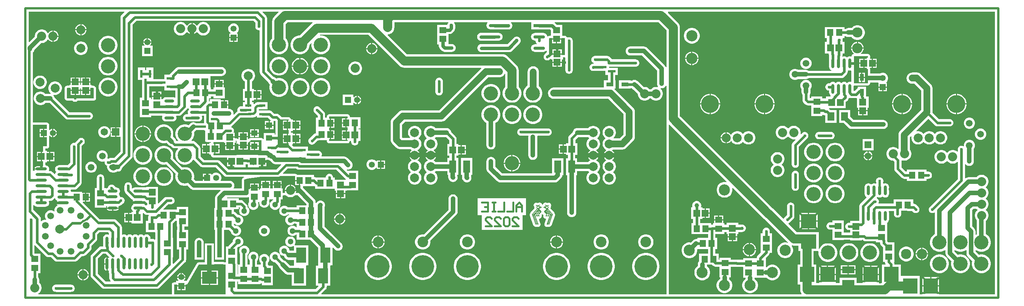
<source format=gbl>
G04*
G04 #@! TF.GenerationSoftware,Altium Limited,Altium Designer,22.6.1 (34)*
G04*
G04 Layer_Physical_Order=2*
G04 Layer_Color=16711680*
%FSLAX43Y43*%
%MOMM*%
G71*
G04*
G04 #@! TF.SameCoordinates,FEFD47CE-FA2D-494C-A3F3-0CD5D296AA06*
G04*
G04*
G04 #@! TF.FilePolarity,Positive*
G04*
G01*
G75*
%ADD10C,0.254*%
%ADD11C,0.600*%
%ADD13C,0.500*%
%ADD15R,1.600X1.500*%
%ADD17R,1.400X1.500*%
%ADD18R,1.500X1.400*%
%ADD19O,2.600X0.700*%
%ADD20R,2.600X0.700*%
%ADD21R,1.500X1.600*%
%ADD22R,1.800X0.600*%
%ADD23R,0.600X1.800*%
%ADD25O,0.700X2.500*%
%ADD26O,0.600X2.200*%
%ADD27O,2.200X0.600*%
%ADD28R,1.500X1.900*%
%ADD29R,3.300X2.700*%
%ADD30R,1.000X2.700*%
%ADD31R,2.200X3.500*%
%ADD32C,1.000*%
%ADD64C,5.080*%
%ADD65C,1.651*%
%ADD66R,1.651X1.651*%
%ADD72C,0.750*%
%ADD73C,2.000*%
%ADD74C,1.500*%
%ADD76C,2.032*%
%ADD77C,3.200*%
%ADD78C,2.000*%
%ADD79C,1.500*%
%ADD80C,1.350*%
%ADD81R,1.350X1.350*%
%ADD82C,2.500*%
%ADD83R,1.500X1.500*%
%ADD84R,1.350X1.350*%
%ADD85C,1.300*%
%ADD86C,1.400*%
%ADD87C,2.300*%
%ADD88C,4.000*%
%ADD89C,2.400*%
%ADD90C,0.610*%
%ADD91C,0.610*%
%ADD92C,1.000*%
%ADD93C,0.750*%
%ADD94C,1.270*%
%ADD95C,0.400*%
%ADD96C,0.102*%
%ADD97C,0.152*%
%ADD98R,0.850X1.600*%
%ADD99R,1.600X0.850*%
%ADD100R,1.400X1.300*%
%ADD101R,3.200X3.500*%
%ADD102R,3.500X3.200*%
%ADD103O,2.500X0.700*%
%ADD104R,1.500X2.800*%
%ADD105R,1.350X0.600*%
%ADD106R,2.800X1.500*%
%ADD107C,2.500*%
G36*
X215496Y151334D02*
Y151227D01*
X217509D01*
X217594Y151311D01*
X218359Y151303D01*
Y147500D01*
X217654D01*
Y147623D01*
X216600D01*
X215546D01*
Y147500D01*
X214860D01*
X214842Y147542D01*
Y151251D01*
X214932Y151340D01*
X215496Y151334D01*
D02*
G37*
G36*
X154223Y157118D02*
X153229Y156124D01*
X153040Y155894D01*
X152900Y155632D01*
X152814Y155348D01*
X152785Y155052D01*
X152785Y155052D01*
Y151266D01*
X152663Y151144D01*
X152432Y150799D01*
X152273Y150415D01*
X152192Y150008D01*
Y149592D01*
X152273Y149185D01*
X152432Y148801D01*
X152663Y148456D01*
X152956Y148163D01*
X153301Y147932D01*
X153685Y147773D01*
X154092Y147692D01*
X154508D01*
X154915Y147773D01*
X155299Y147932D01*
X155644Y148163D01*
X155937Y148456D01*
X156168Y148801D01*
X156327Y149185D01*
X156408Y149592D01*
Y150008D01*
X156327Y150415D01*
X156168Y150799D01*
X155937Y151144D01*
X155815Y151266D01*
Y154425D01*
X156275Y154885D01*
X161798D01*
X161844Y154758D01*
X161681Y154624D01*
X161681Y154624D01*
X158965Y151908D01*
X158792D01*
X158385Y151827D01*
X158001Y151668D01*
X157656Y151437D01*
X157363Y151144D01*
X157132Y150799D01*
X156973Y150415D01*
X156892Y150008D01*
Y149592D01*
X156973Y149185D01*
X157132Y148801D01*
X157363Y148456D01*
X157656Y148163D01*
X158001Y147932D01*
X158385Y147773D01*
X158792Y147692D01*
X159208D01*
X159615Y147773D01*
X159999Y147932D01*
X160344Y148163D01*
X160637Y148456D01*
X160868Y148801D01*
X161027Y149185D01*
X161108Y149592D01*
Y149765D01*
X161497Y150154D01*
X161609Y150094D01*
X161592Y150008D01*
Y149592D01*
X161673Y149185D01*
X161832Y148801D01*
X162063Y148456D01*
X162356Y148163D01*
X162701Y147932D01*
X163085Y147773D01*
X163492Y147692D01*
X163908D01*
X164315Y147773D01*
X164699Y147932D01*
X165044Y148163D01*
X165337Y148456D01*
X165568Y148801D01*
X165727Y149185D01*
X165808Y149592D01*
Y150008D01*
X165727Y150415D01*
X165568Y150799D01*
X165337Y151144D01*
X165044Y151437D01*
X164699Y151668D01*
X164315Y151827D01*
X163908Y151908D01*
X163542D01*
X163473Y152007D01*
X163468Y152032D01*
X163471Y152037D01*
X174357D01*
X181305Y145089D01*
X181305Y145089D01*
X181535Y144900D01*
X181797Y144760D01*
X182081Y144674D01*
X182377Y144645D01*
X182377Y144645D01*
X199585D01*
X199633Y144528D01*
X190170Y135065D01*
X182023D01*
X181694Y135021D01*
X181388Y134895D01*
X181125Y134693D01*
X179703Y133270D01*
X179501Y133007D01*
X179374Y132701D01*
X179331Y132373D01*
Y128482D01*
X179374Y128154D01*
X179501Y127848D01*
X179703Y127585D01*
X180581Y126706D01*
X180844Y126504D01*
X181150Y126378D01*
X181479Y126334D01*
X183790D01*
X183986Y126204D01*
X184023Y126188D01*
X184031Y126062D01*
X183930Y126003D01*
X183697Y125770D01*
X183531Y125484D01*
X183446Y125165D01*
Y125127D01*
X184700D01*
X185954D01*
Y125165D01*
X185869Y125484D01*
X185703Y125770D01*
X185470Y126003D01*
X185369Y126062D01*
X185377Y126188D01*
X185414Y126204D01*
X185661Y126369D01*
X185871Y126579D01*
X186036Y126826D01*
X186150Y127100D01*
X186208Y127391D01*
Y127689D01*
X186150Y127980D01*
X186036Y128254D01*
X185871Y128501D01*
X185661Y128711D01*
X185609Y128747D01*
Y128874D01*
X185661Y128909D01*
X185871Y129119D01*
X186036Y129366D01*
X186150Y129640D01*
X186208Y129931D01*
Y130229D01*
X186150Y130520D01*
X186036Y130794D01*
X185871Y131041D01*
X185661Y131251D01*
X185414Y131416D01*
X185140Y131530D01*
X184849Y131588D01*
X184551D01*
X184260Y131530D01*
X183986Y131416D01*
X183739Y131251D01*
X183529Y131041D01*
X183364Y130794D01*
X183250Y130520D01*
X183192Y130229D01*
Y129931D01*
X183250Y129640D01*
X183364Y129366D01*
X183529Y129119D01*
X183648Y128999D01*
X183596Y128872D01*
X182004D01*
X181869Y129008D01*
Y131847D01*
X182548Y132527D01*
X190696D01*
X191024Y132570D01*
X191330Y132697D01*
X191593Y132898D01*
X201226Y142531D01*
X203700D01*
X203782Y142542D01*
X203866D01*
X203946Y142564D01*
X204028Y142574D01*
X204105Y142606D01*
X204186Y142628D01*
X204258Y142669D01*
X204334Y142701D01*
X204400Y142752D01*
X204472Y142793D01*
X204531Y142852D01*
X204597Y142903D01*
X204648Y142969D01*
X204707Y143028D01*
X204748Y143100D01*
X204799Y143166D01*
X204831Y143242D01*
X204858Y143289D01*
X204980Y143270D01*
X204985Y143268D01*
Y140366D01*
X204863Y140244D01*
X204632Y139899D01*
X204473Y139515D01*
X204392Y139108D01*
Y138692D01*
X204473Y138285D01*
X204632Y137901D01*
X204863Y137556D01*
X205156Y137263D01*
X205501Y137032D01*
X205885Y136873D01*
X206292Y136792D01*
X206708D01*
X207115Y136873D01*
X207499Y137032D01*
X207844Y137263D01*
X208137Y137556D01*
X208368Y137901D01*
X208527Y138285D01*
X208608Y138692D01*
Y139108D01*
X208527Y139515D01*
X208368Y139899D01*
X208137Y140244D01*
X208015Y140366D01*
Y144096D01*
X208015Y144096D01*
X207986Y144392D01*
X207900Y144676D01*
X207760Y144938D01*
X207571Y145168D01*
X205507Y147232D01*
X205278Y147420D01*
X205016Y147560D01*
X204731Y147647D01*
X204436Y147676D01*
X204436Y147676D01*
X183004D01*
X178669Y152011D01*
X178691Y152106D01*
X178718Y152142D01*
X178774D01*
X178847Y152157D01*
X178921Y152164D01*
X178992Y152185D01*
X179065Y152200D01*
X179134Y152228D01*
X179205Y152250D01*
X179271Y152285D01*
X179339Y152314D01*
X179401Y152355D01*
X179467Y152390D01*
X179524Y152437D01*
X179586Y152479D01*
X179639Y152531D01*
X179696Y152579D01*
X179744Y152636D01*
X179796Y152689D01*
X179838Y152751D01*
X179885Y152808D01*
X179920Y152874D01*
X179961Y152936D01*
X179990Y153004D01*
X180025Y153070D01*
X180047Y153141D01*
X180075Y153210D01*
X180090Y153283D01*
X180111Y153354D01*
X180118Y153428D01*
X180133Y153501D01*
Y153576D01*
X180140Y153650D01*
Y154885D01*
X192194D01*
X192228Y154832D01*
X192248Y154758D01*
X192228Y154731D01*
X192186Y154690D01*
X192157Y154639D01*
X192122Y154593D01*
X192099Y154539D01*
X192070Y154488D01*
X192055Y154432D01*
X192033Y154378D01*
X192025Y154320D01*
X192022Y154308D01*
X189742D01*
Y152308D01*
X189742D01*
Y149892D01*
X190109D01*
Y149539D01*
X190109Y149539D01*
X190140Y149309D01*
X190229Y149094D01*
X190370Y148910D01*
X190810Y148470D01*
X190810Y148470D01*
X190994Y148329D01*
X191209Y148240D01*
X191439Y148209D01*
X191439Y148209D01*
X193000D01*
X193058Y148217D01*
X193116D01*
X193173Y148232D01*
X193231Y148240D01*
X193284Y148262D01*
X193341Y148277D01*
X193391Y148306D01*
X193445Y148329D01*
X193492Y148364D01*
X193542Y148393D01*
X193583Y148435D01*
X193630Y148470D01*
X193665Y148517D01*
X193707Y148558D01*
X193736Y148608D01*
X193771Y148655D01*
X193794Y148709D01*
X193823Y148759D01*
X193838Y148816D01*
X193860Y148869D01*
X193868Y148927D01*
X193883Y148984D01*
Y149042D01*
X193891Y149100D01*
X193883Y149158D01*
Y149216D01*
X193868Y149273D01*
X193860Y149331D01*
X193838Y149384D01*
X193823Y149441D01*
X193794Y149491D01*
X193771Y149545D01*
X193736Y149592D01*
X193707Y149642D01*
X193665Y149683D01*
X193630Y149730D01*
X193583Y149765D01*
X193542Y149807D01*
X193492Y149836D01*
X193445Y149871D01*
X193391Y149894D01*
X193341Y149923D01*
X193284Y149938D01*
X193231Y149960D01*
X193173Y149968D01*
X193116Y149983D01*
X193058D01*
X193000Y149991D01*
X192258D01*
Y151892D01*
X192258D01*
Y152209D01*
X192511D01*
X192511Y152209D01*
X192741Y152240D01*
X192956Y152329D01*
X193141Y152470D01*
X193523Y152852D01*
X193523Y152852D01*
X193664Y153037D01*
X193753Y153252D01*
X193784Y153482D01*
X193784Y153482D01*
Y154148D01*
X193776Y154206D01*
Y154264D01*
X193761Y154320D01*
X193753Y154378D01*
X193731Y154432D01*
X193716Y154488D01*
X193687Y154539D01*
X193664Y154593D01*
X193629Y154639D01*
X193599Y154690D01*
X193558Y154731D01*
X193538Y154758D01*
X193557Y154832D01*
X193591Y154885D01*
X201014D01*
X201054Y154764D01*
X201038Y154752D01*
X200901Y154573D01*
X200814Y154364D01*
X200785Y154140D01*
X200814Y153916D01*
X200901Y153707D01*
X201038Y153528D01*
X201217Y153391D01*
X201426Y153304D01*
X201650Y153275D01*
X202408D01*
X202600Y153249D01*
X205463D01*
X205584Y153217D01*
X205816D01*
X206041Y153277D01*
X206242Y153393D01*
X206407Y153558D01*
X206523Y153759D01*
X206583Y153984D01*
Y154216D01*
X206523Y154441D01*
X206407Y154642D01*
X206325Y154723D01*
X206299Y154758D01*
X206310Y154808D01*
X206349Y154885D01*
X210792D01*
Y153282D01*
X212364D01*
X212369Y153280D01*
X212600Y153249D01*
X215091D01*
X215242Y153098D01*
Y152308D01*
X215242D01*
Y151945D01*
X215152Y151855D01*
X214938Y151858D01*
X214937Y151858D01*
X214935Y151858D01*
X214837Y151839D01*
X214739Y151821D01*
X214738Y151820D01*
X214737Y151819D01*
X214654Y151765D01*
X214570Y151710D01*
X214569Y151709D01*
X214568Y151708D01*
X214534Y151674D01*
X214400Y151720D01*
X214386Y151824D01*
X214299Y152033D01*
X214162Y152212D01*
X213983Y152349D01*
X213774Y152436D01*
X213550Y152465D01*
X211650D01*
X211426Y152436D01*
X211217Y152349D01*
X211038Y152212D01*
X210901Y152033D01*
X210814Y151824D01*
X210785Y151600D01*
X210814Y151376D01*
X210901Y151167D01*
X211038Y150988D01*
X211217Y150851D01*
X211426Y150764D01*
X211650Y150735D01*
X211785D01*
Y150700D01*
X211787Y150684D01*
Y150593D01*
X211811Y150506D01*
X211813Y150489D01*
X211819Y150474D01*
X211843Y150386D01*
X211888Y150308D01*
X211894Y150293D01*
X211904Y150279D01*
X211950Y150201D01*
X212014Y150137D01*
X212024Y150124D01*
X212037Y150114D01*
X212098Y150052D01*
X212098Y150039D01*
X212062Y149925D01*
X211650D01*
X211426Y149896D01*
X211217Y149809D01*
X211038Y149672D01*
X210901Y149493D01*
X210814Y149284D01*
X210785Y149060D01*
X210814Y148836D01*
X210901Y148627D01*
X211038Y148448D01*
X211217Y148311D01*
X211426Y148224D01*
X211650Y148195D01*
X213550D01*
X213774Y148224D01*
X213983Y148311D01*
X214162Y148448D01*
X214197Y148494D01*
X214324Y148451D01*
Y148092D01*
X214243Y148058D01*
X214074Y147929D01*
X214074Y147929D01*
X213843Y147698D01*
X213832Y147689D01*
X213822Y147676D01*
X213758Y147612D01*
X213712Y147533D01*
X213702Y147520D01*
X213696Y147505D01*
X213651Y147427D01*
X213627Y147339D01*
X213621Y147324D01*
X213619Y147307D01*
X213595Y147220D01*
Y147129D01*
X213593Y147113D01*
X213595Y147096D01*
Y147006D01*
X213619Y146918D01*
X213621Y146902D01*
X213627Y146887D01*
X213651Y146799D01*
X213696Y146721D01*
X213702Y146705D01*
X213712Y146692D01*
X213758Y146614D01*
X213822Y146550D01*
X213832Y146537D01*
X213845Y146526D01*
X213909Y146462D01*
X213987Y146417D01*
X214001Y146407D01*
X214016Y146401D01*
X214094Y146355D01*
X214182Y146332D01*
X214197Y146326D01*
X214214Y146323D01*
X214301Y146300D01*
X214391D01*
X214408Y146298D01*
X214411D01*
X214427Y146300D01*
X214515D01*
X214600Y146323D01*
X214622Y146326D01*
X214642Y146334D01*
X214722Y146355D01*
X214794Y146397D01*
X214818Y146407D01*
X214839Y146423D01*
X214907Y146462D01*
X214962Y146518D01*
X214987Y146537D01*
X215036Y146586D01*
X215165Y146639D01*
X215292Y146590D01*
Y146492D01*
X215546D01*
Y145977D01*
X216600D01*
X217654D01*
Y146492D01*
X217908D01*
Y146982D01*
X218359D01*
X218384Y146987D01*
X218482Y146907D01*
Y144103D01*
X218487Y144068D01*
Y143993D01*
X218506Y143921D01*
X218510Y143892D01*
X218521Y143865D01*
X218542Y143786D01*
X218583Y143716D01*
X218592Y143695D01*
X218605Y143677D01*
X218649Y143601D01*
X218712Y143538D01*
X218721Y143526D01*
X218724Y143524D01*
X218736Y143515D01*
X218801Y143449D01*
X218881Y143403D01*
X218893Y143394D01*
X218906Y143388D01*
X218986Y143342D01*
X219075Y143319D01*
X219089Y143313D01*
X219104Y143311D01*
X219193Y143287D01*
X219285D01*
X219300Y143285D01*
X219315Y143287D01*
X219407D01*
X219496Y143311D01*
X219511Y143313D01*
X219525Y143319D01*
X219614Y143342D01*
X219694Y143388D01*
X219707Y143394D01*
X219719Y143403D01*
X219799Y143449D01*
X219864Y143515D01*
X219876Y143524D01*
X219885Y143536D01*
X219951Y143601D01*
X219997Y143681D01*
X220006Y143693D01*
X220012Y143706D01*
X220058Y143786D01*
X220081Y143875D01*
X220087Y143889D01*
X220089Y143904D01*
X220113Y143993D01*
Y144085D01*
X220115Y144100D01*
X220113Y144115D01*
Y144207D01*
X220112Y144210D01*
Y150700D01*
X220110Y150717D01*
Y150807D01*
X220087Y150894D01*
X220085Y150911D01*
X220078Y150926D01*
X220055Y151014D01*
X220010Y151092D01*
X220003Y151107D01*
X219993Y151121D01*
X219948Y151199D01*
X219884Y151263D01*
X219874Y151276D01*
X219860Y151286D01*
X219796Y151350D01*
X219718Y151396D01*
X219705Y151406D01*
X219689Y151412D01*
X219611Y151457D01*
X219524Y151481D01*
X219508Y151487D01*
X219492Y151489D01*
X219404Y151513D01*
X219314D01*
X219297Y151515D01*
X219281Y151513D01*
X219190D01*
X219103Y151489D01*
X219086Y151487D01*
X219071Y151481D01*
X218984Y151457D01*
X218977Y151453D01*
X218852Y151492D01*
X218837Y151501D01*
X218783Y151583D01*
X218729Y151665D01*
X218727Y151666D01*
X218725Y151669D01*
X218643Y151723D01*
X218562Y151779D01*
X218559Y151780D01*
X218557Y151781D01*
X218461Y151800D01*
X218364Y151821D01*
X217858Y151826D01*
X217758Y151892D01*
Y154308D01*
X216552D01*
X216102Y154758D01*
X216112Y154836D01*
X216129Y154885D01*
X239272D01*
X241100Y153057D01*
Y144829D01*
X240980Y144787D01*
X240920Y144930D01*
X240759Y145141D01*
X236781Y149119D01*
X236570Y149280D01*
X236325Y149382D01*
X236062Y149417D01*
X233000D01*
X232934Y149408D01*
X232867D01*
X232803Y149391D01*
X232737Y149382D01*
X232675Y149357D01*
X232611Y149339D01*
X232553Y149306D01*
X232492Y149280D01*
X232439Y149240D01*
X232381Y149207D01*
X232334Y149159D01*
X232281Y149119D01*
X232241Y149066D01*
X232193Y149019D01*
X232160Y148961D01*
X232120Y148908D01*
X232094Y148847D01*
X232061Y148789D01*
X232043Y148725D01*
X232018Y148663D01*
X232009Y148597D01*
X231992Y148533D01*
Y148466D01*
X231983Y148400D01*
X231992Y148334D01*
Y148267D01*
X232009Y148203D01*
X232018Y148137D01*
X232043Y148075D01*
X232061Y148011D01*
X232094Y147953D01*
X232120Y147892D01*
X232160Y147839D01*
X232193Y147781D01*
X232241Y147734D01*
X232281Y147681D01*
X232334Y147641D01*
X232381Y147593D01*
X232439Y147560D01*
X232492Y147520D01*
X232553Y147494D01*
X232611Y147461D01*
X232675Y147443D01*
X232737Y147418D01*
X232803Y147409D01*
X232867Y147392D01*
X232934D01*
X233000Y147383D01*
X235641D01*
X239023Y144001D01*
Y141032D01*
X239032Y140966D01*
Y140900D01*
X239049Y140835D01*
X239058Y140769D01*
X239083Y140708D01*
X239101Y140643D01*
X239134Y140586D01*
X239160Y140524D01*
X239200Y140471D01*
X239233Y140413D01*
X239199Y140273D01*
X239195Y140269D01*
X238920Y140324D01*
X238620D01*
X238325Y140265D01*
X238048Y140151D01*
X237799Y139984D01*
X237631Y139817D01*
X237369D01*
X237201Y139984D01*
X236952Y140151D01*
X236675Y140265D01*
X236380Y140324D01*
X236080D01*
X236030Y140314D01*
X235093Y141251D01*
X234995Y141326D01*
X234703Y141619D01*
X234492Y141780D01*
X234247Y141882D01*
X233984Y141917D01*
X233721Y141882D01*
X233476Y141780D01*
X233390Y141715D01*
X233108D01*
Y141833D01*
X230492D01*
Y139967D01*
X233108D01*
Y140085D01*
X233361D01*
X233633Y139814D01*
X233730Y139739D01*
X234706Y138763D01*
Y138650D01*
X234765Y138355D01*
X234879Y138078D01*
X235046Y137829D01*
X235259Y137616D01*
X235508Y137449D01*
X235785Y137335D01*
X236080Y137276D01*
X236380D01*
X236675Y137335D01*
X236952Y137449D01*
X237201Y137616D01*
X237369Y137783D01*
X237631D01*
X237799Y137616D01*
X238048Y137449D01*
X238325Y137335D01*
X238620Y137276D01*
X238920D01*
X239215Y137335D01*
X239492Y137449D01*
X239742Y137616D01*
X239954Y137829D01*
X240121Y138078D01*
X240235Y138355D01*
X240294Y138650D01*
Y138950D01*
X240235Y139245D01*
X240121Y139522D01*
X239954Y139771D01*
X239807Y139918D01*
X239822Y139968D01*
X239871Y140034D01*
X239907Y140024D01*
X239974D01*
X240040Y140016D01*
X240106Y140024D01*
X240173D01*
X240237Y140042D01*
X240303Y140050D01*
X240365Y140076D01*
X240429Y140093D01*
X240487Y140126D01*
X240548Y140152D01*
X240601Y140192D01*
X240659Y140226D01*
X240706Y140273D01*
X240759Y140313D01*
X240799Y140366D01*
X240847Y140413D01*
X240880Y140471D01*
X240920Y140524D01*
X240921Y140525D01*
X241042Y140579D01*
X241084Y140576D01*
X241100Y140567D01*
Y93765D01*
X163843D01*
X163794Y93882D01*
X164771Y94858D01*
X164900Y95027D01*
X164982Y95223D01*
X165009Y95434D01*
Y95642D01*
X165808D01*
Y100158D01*
X165900Y100242D01*
X166308D01*
Y104176D01*
X166425Y104225D01*
X166816Y103834D01*
X166869Y103793D01*
X166916Y103746D01*
X166974Y103713D01*
X167027Y103672D01*
X167088Y103647D01*
X167146Y103614D01*
X167210Y103596D01*
X167272Y103571D01*
X167338Y103562D01*
X167402Y103545D01*
X167469D01*
X167535Y103536D01*
X167601Y103545D01*
X167668D01*
X167732Y103562D01*
X167798Y103571D01*
X167860Y103596D01*
X167924Y103614D01*
X167982Y103647D01*
X168043Y103672D01*
X168096Y103713D01*
X168154Y103746D01*
X168201Y103793D01*
X168254Y103834D01*
X168294Y103887D01*
X168342Y103934D01*
X168375Y103992D01*
X168415Y104044D01*
X168441Y104106D01*
X168474Y104164D01*
X168492Y104228D01*
X168517Y104290D01*
X168526Y104356D01*
X168543Y104420D01*
Y104487D01*
X168552Y104553D01*
X168543Y104619D01*
Y104686D01*
X168526Y104750D01*
X168517Y104816D01*
X168492Y104878D01*
X168474Y104942D01*
X168441Y105000D01*
X168415Y105061D01*
X168375Y105114D01*
X168342Y105172D01*
X168294Y105219D01*
X168254Y105272D01*
X164517Y109009D01*
Y113372D01*
X164539Y113411D01*
X164557Y113475D01*
X164582Y113537D01*
X164591Y113603D01*
X164608Y113667D01*
Y113734D01*
X164617Y113800D01*
X164608Y113866D01*
Y113933D01*
X164591Y113997D01*
X164582Y114063D01*
X164557Y114125D01*
X164539Y114189D01*
X164506Y114247D01*
X164480Y114308D01*
X164440Y114361D01*
X164407Y114419D01*
X164359Y114466D01*
X164319Y114519D01*
X164266Y114559D01*
X164219Y114607D01*
X164161Y114640D01*
X164108Y114680D01*
X164047Y114706D01*
X163989Y114739D01*
X163925Y114757D01*
X163863Y114782D01*
X163797Y114791D01*
X163733Y114808D01*
X163666D01*
X163600Y114817D01*
X163534Y114808D01*
X163467D01*
X163403Y114791D01*
X163337Y114782D01*
X163275Y114757D01*
X163211Y114739D01*
X163153Y114706D01*
X163092Y114680D01*
X163039Y114640D01*
X162981Y114607D01*
X162934Y114559D01*
X162881Y114519D01*
X162781Y114419D01*
X162644Y114240D01*
X162517Y114278D01*
Y114432D01*
X162482Y114695D01*
X162380Y114940D01*
X162219Y115150D01*
X159650Y117720D01*
Y118042D01*
X162108D01*
X162108Y118042D01*
Y118042D01*
X162235Y118052D01*
X162310Y117994D01*
X162392Y117960D01*
Y117442D01*
X164392D01*
Y117442D01*
X166792D01*
Y116992D01*
X167046D01*
Y116477D01*
X168100D01*
X169154D01*
Y116992D01*
X169408D01*
Y117003D01*
X169501Y117085D01*
X169514Y117087D01*
X170386D01*
X170400Y117085D01*
X170453Y117092D01*
X172058D01*
Y119508D01*
X172058D01*
Y121508D01*
X169701D01*
X169513Y121696D01*
X169576Y121813D01*
X169603Y121809D01*
X169667Y121792D01*
X169734D01*
X169800Y121783D01*
X169866Y121792D01*
X169933D01*
X169997Y121809D01*
X170063Y121818D01*
X170125Y121843D01*
X170189Y121861D01*
X170247Y121894D01*
X170308Y121920D01*
X170361Y121960D01*
X170419Y121993D01*
X170466Y122041D01*
X170519Y122081D01*
X170559Y122134D01*
X170607Y122181D01*
X170640Y122239D01*
X170680Y122292D01*
X170706Y122353D01*
X170739Y122411D01*
X170757Y122475D01*
X170782Y122537D01*
X170791Y122603D01*
X170808Y122667D01*
Y122734D01*
X170817Y122800D01*
X170808Y122866D01*
Y122933D01*
X170791Y122997D01*
X170782Y123063D01*
X170757Y123125D01*
X170739Y123189D01*
X170706Y123247D01*
X170680Y123308D01*
X170640Y123361D01*
X170607Y123419D01*
X170559Y123466D01*
X170519Y123519D01*
X169619Y124419D01*
X169408Y124580D01*
X169163Y124682D01*
X168900Y124717D01*
X163913D01*
X163905Y124722D01*
X163843Y124844D01*
X163857Y124869D01*
X163881Y124957D01*
X163887Y124972D01*
X163889Y124988D01*
X163913Y125076D01*
Y125166D01*
X163915Y125183D01*
X163913Y125199D01*
Y125290D01*
X163889Y125377D01*
X163887Y125394D01*
X163881Y125409D01*
X163857Y125497D01*
X163812Y125575D01*
X163806Y125590D01*
X163796Y125604D01*
X163750Y125682D01*
X163686Y125746D01*
X163676Y125759D01*
X163663Y125769D01*
X163599Y125833D01*
X163521Y125879D01*
X163507Y125889D01*
X163492Y125895D01*
X163414Y125940D01*
X163326Y125964D01*
X163311Y125970D01*
X163294Y125972D01*
X163207Y125996D01*
X163117D01*
X163100Y125998D01*
X161400D01*
X161347Y125991D01*
X160808D01*
Y126941D01*
X159453D01*
X159400Y126948D01*
X157612D01*
X157261Y127299D01*
X157309Y127417D01*
X157434D01*
Y127671D01*
X157949D01*
Y128725D01*
Y129779D01*
X157434D01*
Y130033D01*
X156991D01*
Y130417D01*
X157434D01*
Y130671D01*
X157949D01*
Y131725D01*
Y132779D01*
X157434D01*
Y133033D01*
X156989D01*
X156952Y133223D01*
X156839Y133391D01*
X156671Y133503D01*
X156473Y133543D01*
X154909D01*
X154375Y134076D01*
X154206Y134206D01*
X154010Y134287D01*
X153799Y134315D01*
X153216D01*
X152726Y134805D01*
X152713Y134815D01*
X152649Y134879D01*
X152571Y134924D01*
X152557Y134934D01*
X152542Y134941D01*
X152464Y134986D01*
X152376Y135009D01*
X152361Y135016D01*
X152344Y135018D01*
X152257Y135041D01*
X152167D01*
X152150Y135044D01*
X150579D01*
X150526Y135037D01*
X149861D01*
X149771Y135126D01*
Y135314D01*
X150532Y135314D01*
X150581Y135321D01*
X151762D01*
Y136937D01*
X149396D01*
Y136842D01*
X149209Y136817D01*
X149025Y136741D01*
X148866Y136619D01*
X148730Y136483D01*
X148612Y136531D01*
Y136937D01*
X148244D01*
Y137292D01*
X148708D01*
Y137546D01*
X149223D01*
Y138600D01*
Y139654D01*
X148708D01*
Y139908D01*
X148244D01*
Y141589D01*
X148390Y141687D01*
X148601Y141897D01*
X148766Y142144D01*
X148879Y142419D01*
X148937Y142710D01*
Y143007D01*
X148879Y143298D01*
X148766Y143573D01*
X148601Y143820D01*
X148390Y144030D01*
X148143Y144195D01*
X147869Y144309D01*
X147578Y144367D01*
X147281D01*
X146989Y144309D01*
X146715Y144195D01*
X146468Y144030D01*
X146258Y143820D01*
X146093Y143573D01*
X145979Y143298D01*
X145921Y143007D01*
Y142710D01*
X145979Y142419D01*
X146093Y142144D01*
X146258Y141897D01*
X146468Y141687D01*
X146614Y141589D01*
Y139908D01*
X146192D01*
Y137292D01*
X146614D01*
Y136937D01*
X146246D01*
Y135994D01*
X145792D01*
X145775Y135991D01*
X145685D01*
X145598Y135968D01*
X145581Y135966D01*
X145566Y135959D01*
X145478Y135936D01*
X145400Y135891D01*
X145384Y135884D01*
X145371Y135874D01*
X145293Y135829D01*
X145229Y135765D01*
X145216Y135755D01*
X145206Y135742D01*
X145142Y135678D01*
X145096Y135599D01*
X145086Y135586D01*
X145080Y135571D01*
X145035Y135492D01*
X145011Y135405D01*
X145005Y135390D01*
X145003Y135373D01*
X144979Y135286D01*
Y135195D01*
X144977Y135179D01*
X144979Y135162D01*
Y135072D01*
X145003Y134984D01*
X145005Y134968D01*
X145011Y134952D01*
X145025Y134902D01*
X144996Y134891D01*
X144838Y134769D01*
X144211Y134142D01*
X144091Y134201D01*
X144091Y134203D01*
X144108Y134267D01*
Y134334D01*
X144117Y134400D01*
X144108Y134466D01*
Y134533D01*
X144091Y134597D01*
X144082Y134663D01*
X144057Y134725D01*
X144039Y134789D01*
X144006Y134847D01*
X143980Y134908D01*
X143940Y134961D01*
X143907Y135019D01*
X143859Y135066D01*
X143819Y135119D01*
X143766Y135159D01*
X143719Y135207D01*
X143661Y135240D01*
X143608Y135280D01*
X143547Y135306D01*
X143489Y135339D01*
X143425Y135357D01*
X143363Y135382D01*
X143297Y135391D01*
X143233Y135408D01*
X143166D01*
X143100Y135417D01*
X142954D01*
Y136173D01*
X142000D01*
Y136300D01*
X141873D01*
Y137304D01*
X141208D01*
Y137558D01*
X138792D01*
Y137115D01*
X138651D01*
X138615Y137147D01*
Y137742D01*
X139008D01*
Y138185D01*
X139642D01*
Y137792D01*
X142158D01*
Y140208D01*
X141904D01*
Y140873D01*
X139896D01*
Y140208D01*
X139642D01*
Y139815D01*
X139008D01*
Y140258D01*
X138908D01*
Y142783D01*
X141400D01*
X141466Y142792D01*
X141533D01*
X141597Y142809D01*
X141663Y142818D01*
X141725Y142843D01*
X141789Y142861D01*
X141847Y142894D01*
X141908Y142920D01*
X141961Y142960D01*
X142019Y142993D01*
X142066Y143041D01*
X142119Y143081D01*
X142159Y143134D01*
X142207Y143181D01*
X142240Y143239D01*
X142280Y143292D01*
X142306Y143353D01*
X142339Y143411D01*
X142357Y143475D01*
X142382Y143537D01*
X142391Y143603D01*
X142408Y143667D01*
Y143734D01*
X142417Y143800D01*
X142408Y143866D01*
Y143933D01*
X142391Y143997D01*
X142382Y144063D01*
X142357Y144125D01*
X142339Y144189D01*
X142306Y144247D01*
X142280Y144308D01*
X142240Y144361D01*
X142207Y144419D01*
X142159Y144466D01*
X142119Y144519D01*
X142066Y144559D01*
X142019Y144607D01*
X141961Y144640D01*
X141908Y144680D01*
X141847Y144706D01*
X141789Y144739D01*
X141725Y144757D01*
X141663Y144782D01*
X141597Y144791D01*
X141533Y144808D01*
X141466D01*
X141400Y144817D01*
X131900D01*
X131834Y144808D01*
X131767D01*
X131703Y144791D01*
X131637Y144782D01*
X131575Y144757D01*
X131511Y144739D01*
X131453Y144706D01*
X131392Y144680D01*
X131339Y144640D01*
X131281Y144607D01*
X131234Y144559D01*
X131181Y144519D01*
X131141Y144466D01*
X131130Y144456D01*
X131066Y144429D01*
X130897Y144300D01*
X130024Y143426D01*
X129894Y143258D01*
X129813Y143061D01*
X129812Y143058D01*
X128592D01*
Y142108D01*
X128053D01*
X128000Y142115D01*
X126171D01*
Y143197D01*
X126178Y143250D01*
X126171Y143303D01*
Y144708D01*
X124555D01*
Y144115D01*
X124400D01*
X124400Y144115D01*
X124396D01*
X124396Y144115D01*
X124271D01*
Y144708D01*
X122655D01*
Y143353D01*
X122648Y143300D01*
X122655Y143247D01*
Y141892D01*
X123605D01*
Y141353D01*
X123598Y141300D01*
Y137908D01*
X123142D01*
Y135908D01*
X123142D01*
Y133492D01*
X125658D01*
Y133885D01*
X128136D01*
X128201Y133758D01*
X128138Y133606D01*
X128110Y133395D01*
X128138Y133184D01*
X128219Y132988D01*
X128349Y132819D01*
X128518Y132689D01*
X128714Y132608D01*
X128925Y132580D01*
X130525D01*
X130736Y132608D01*
X130932Y132689D01*
X131101Y132819D01*
X131231Y132988D01*
X131312Y133184D01*
X131340Y133395D01*
X131312Y133606D01*
X131264Y133723D01*
X131349Y133850D01*
X131865D01*
X132076Y133878D01*
X132272Y133959D01*
X132441Y134089D01*
X133676Y135324D01*
X133806Y135493D01*
X133826Y135541D01*
X133893Y135554D01*
X133963Y135541D01*
X133969Y135528D01*
X134099Y135359D01*
X134099Y135359D01*
Y135241D01*
X133969Y135072D01*
X133888Y134876D01*
X133860Y134665D01*
X133888Y134454D01*
X133936Y134337D01*
X133851Y134210D01*
X133718D01*
X133707Y134213D01*
X133619D01*
X133603Y134215D01*
X133600D01*
X133583Y134213D01*
X133493D01*
X133406Y134189D01*
X133389Y134187D01*
X133374Y134181D01*
X133286Y134157D01*
X133208Y134112D01*
X133193Y134106D01*
X133179Y134096D01*
X133101Y134050D01*
X133037Y133986D01*
X133024Y133976D01*
X133014Y133963D01*
X132950Y133899D01*
X132904Y133821D01*
X132894Y133807D01*
X132888Y133792D01*
X132843Y133714D01*
X132819Y133626D01*
X132813Y133611D01*
X132811Y133594D01*
X132787Y133507D01*
Y133416D01*
X132785Y133400D01*
X132787Y133384D01*
Y133293D01*
X132811Y133206D01*
X132813Y133189D01*
X132819Y133174D01*
X132843Y133086D01*
X132888Y133008D01*
X132894Y132993D01*
X132904Y132979D01*
X132950Y132901D01*
X133014Y132837D01*
X133024Y132824D01*
X133037Y132814D01*
X133101Y132750D01*
X133179Y132704D01*
X133193Y132694D01*
X133195Y132693D01*
X133200Y132689D01*
X133219Y132681D01*
X133286Y132643D01*
X133361Y132623D01*
X133397Y132608D01*
X133435Y132603D01*
X133493Y132587D01*
X133553D01*
X133608Y132580D01*
X136275D01*
X136486Y132608D01*
X136682Y132689D01*
X136851Y132819D01*
X136981Y132988D01*
X137062Y133184D01*
X137090Y133395D01*
X137062Y133606D01*
X137014Y133723D01*
X137099Y133850D01*
X137485D01*
Y132401D01*
X137505Y132248D01*
X137393Y132165D01*
X135759D01*
X135608Y132280D01*
X135363Y132382D01*
X135100Y132417D01*
X134837Y132382D01*
X134592Y132280D01*
X134381Y132119D01*
X134009Y131747D01*
X133815Y131827D01*
X133408Y131908D01*
X132992D01*
X132585Y131827D01*
X132201Y131668D01*
X131856Y131437D01*
X131563Y131144D01*
X131332Y130799D01*
X131173Y130415D01*
X131092Y130008D01*
Y129592D01*
X131173Y129185D01*
X131332Y128801D01*
X131563Y128456D01*
X131710Y128309D01*
X131661Y128192D01*
X131261D01*
X131239Y128213D01*
X131225Y128320D01*
X131123Y128565D01*
X130962Y128776D01*
X130531Y129207D01*
X130608Y129592D01*
Y130008D01*
X130527Y130415D01*
X130368Y130799D01*
X130137Y131144D01*
X129844Y131437D01*
X129499Y131668D01*
X129115Y131827D01*
X128708Y131908D01*
X128292D01*
X127885Y131827D01*
X127501Y131668D01*
X127156Y131437D01*
X126863Y131144D01*
X126632Y130799D01*
X126473Y130415D01*
X126392Y130008D01*
Y129592D01*
X126473Y129185D01*
X126632Y128801D01*
X126863Y128456D01*
X127156Y128163D01*
X127501Y127932D01*
X127885Y127773D01*
X128292Y127692D01*
X128708D01*
X129093Y127769D01*
X129524Y127338D01*
X129735Y127177D01*
X129980Y127075D01*
X130087Y127061D01*
X130347Y126801D01*
X130516Y126671D01*
X130712Y126590D01*
X130923Y126562D01*
X131615D01*
X131664Y126445D01*
X131563Y126344D01*
X131332Y125999D01*
X131173Y125615D01*
X131092Y125208D01*
Y124792D01*
X131173Y124385D01*
X131332Y124001D01*
X131563Y123656D01*
X131856Y123363D01*
X132201Y123132D01*
X132585Y122973D01*
X132992Y122892D01*
X133408D01*
X133815Y122973D01*
X134199Y123132D01*
X134544Y123363D01*
X134837Y123656D01*
X135055Y123983D01*
X135129Y123993D01*
X135198Y123984D01*
X135315Y123833D01*
X136624Y122524D01*
X136793Y122394D01*
X136989Y122313D01*
X137200Y122285D01*
X140121D01*
X142028Y120378D01*
X142197Y120248D01*
X142394Y120167D01*
X142605Y120139D01*
X146437D01*
X146456Y120013D01*
X146369Y119987D01*
X146347Y119975D01*
X146322Y119970D01*
X146258Y119927D01*
X146191Y119891D01*
X146175Y119871D01*
X146154Y119858D01*
X146112Y119794D01*
X146063Y119734D01*
X146056Y119710D01*
X146042Y119690D01*
X146027Y119614D01*
X146005Y119540D01*
X146008Y119516D01*
X146003Y119491D01*
Y117657D01*
X146000Y117636D01*
Y117516D01*
X144214D01*
X144144Y117631D01*
X144143Y117643D01*
X144180Y117692D01*
X144206Y117753D01*
X144239Y117811D01*
X144257Y117875D01*
X144282Y117937D01*
X144291Y118003D01*
X144308Y118067D01*
Y118134D01*
X144317Y118200D01*
X144308Y118266D01*
Y118333D01*
X144291Y118397D01*
X144282Y118463D01*
X144257Y118525D01*
X144239Y118589D01*
X144206Y118647D01*
X144180Y118708D01*
X144140Y118761D01*
X144107Y118819D01*
X144059Y118866D01*
X144019Y118919D01*
X143966Y118959D01*
X143919Y119007D01*
X143861Y119040D01*
X143808Y119080D01*
X143747Y119106D01*
X143689Y119139D01*
X143625Y119157D01*
X143563Y119182D01*
X143497Y119191D01*
X143433Y119208D01*
X143366D01*
X143300Y119217D01*
X141299D01*
X141235Y119327D01*
X141302Y119443D01*
X141383Y119744D01*
Y120056D01*
X141302Y120357D01*
X141147Y120626D01*
X140926Y120847D01*
X140657Y121002D01*
X140356Y121083D01*
X140044D01*
X139743Y121002D01*
X139474Y120847D01*
X139256Y120629D01*
X139228Y120630D01*
X139129Y120656D01*
Y120829D01*
X138327D01*
Y119900D01*
X138200D01*
Y119773D01*
X137271D01*
Y119217D01*
X135621D01*
X135231Y119607D01*
X135308Y119992D01*
Y120408D01*
X135227Y120815D01*
X135068Y121199D01*
X134837Y121544D01*
X134544Y121837D01*
X134199Y122068D01*
X133815Y122227D01*
X133408Y122308D01*
X132992D01*
X132607Y122231D01*
X130505Y124333D01*
X130527Y124385D01*
X130608Y124792D01*
Y125208D01*
X130527Y125615D01*
X130368Y125999D01*
X130137Y126344D01*
X129844Y126637D01*
X129499Y126868D01*
X129115Y127027D01*
X128708Y127108D01*
X128292D01*
X127885Y127027D01*
X127501Y126868D01*
X127156Y126637D01*
X126863Y126344D01*
X126632Y125999D01*
X126473Y125615D01*
X126392Y125208D01*
Y124792D01*
X126473Y124385D01*
X126632Y124001D01*
X126863Y123656D01*
X127156Y123363D01*
X127501Y123132D01*
X127885Y122973D01*
X128292Y122892D01*
X128708D01*
X129010Y122952D01*
X131169Y120793D01*
X131092Y120408D01*
Y119992D01*
X131173Y119585D01*
X131332Y119201D01*
X131563Y118856D01*
X131856Y118563D01*
X132201Y118332D01*
X132585Y118173D01*
X132992Y118092D01*
X133408D01*
X133793Y118169D01*
X134481Y117481D01*
X134692Y117320D01*
X134937Y117218D01*
X135200Y117183D01*
X141179D01*
X141227Y117066D01*
X140281Y116120D01*
X140120Y115909D01*
X140018Y115664D01*
X139983Y115401D01*
Y113158D01*
X139792D01*
Y110642D01*
X139792D01*
Y108242D01*
X139983D01*
Y105400D01*
X139983Y105400D01*
Y103350D01*
X139992Y103284D01*
Y101492D01*
X142008D01*
Y103284D01*
X142017Y103350D01*
Y105400D01*
X142017Y105400D01*
Y108242D01*
X143055D01*
X143507Y107790D01*
X143571Y107553D01*
X143723Y107289D01*
X143939Y107073D01*
X144203Y106921D01*
X144498Y106842D01*
X144802D01*
X145097Y106921D01*
X145361Y107073D01*
X145577Y107289D01*
X145729Y107553D01*
X145808Y107848D01*
Y108152D01*
X145729Y108447D01*
X145577Y108711D01*
X145361Y108927D01*
X145097Y109079D01*
X144802Y109158D01*
X144498D01*
X144456Y109147D01*
X144208Y109395D01*
Y109552D01*
X144325Y109600D01*
X144422Y109503D01*
X144686Y109351D01*
X144981Y109272D01*
X145286D01*
X145580Y109351D01*
X145844Y109503D01*
X146060Y109719D01*
X146212Y109983D01*
X146291Y110278D01*
Y110582D01*
X146212Y110877D01*
X146060Y111141D01*
X145844Y111357D01*
X145580Y111509D01*
X145286Y111588D01*
X145128D01*
X144614Y112102D01*
X144445Y112232D01*
X144248Y112313D01*
X144208Y112319D01*
Y112835D01*
X145258D01*
Y113278D01*
X145441D01*
X145560Y113160D01*
X145431Y112937D01*
X145352Y112643D01*
Y112338D01*
X145431Y112043D01*
X145583Y111779D01*
X145799Y111563D01*
X146063Y111411D01*
X146357Y111332D01*
X146662D01*
X146957Y111411D01*
X147221Y111563D01*
X147436Y111779D01*
X147589Y112043D01*
X147668Y112338D01*
Y112643D01*
X147589Y112937D01*
X147436Y113201D01*
X147265Y113373D01*
Y113422D01*
X147237Y113633D01*
X147156Y113830D01*
X147026Y113999D01*
X146355Y114670D01*
X146186Y114799D01*
X145990Y114881D01*
X145779Y114908D01*
X145258D01*
Y115351D01*
X142842D01*
Y115351D01*
X142703D01*
X142635Y115478D01*
X142638Y115482D01*
X147017D01*
X147280Y115517D01*
X147415Y115573D01*
X147542Y115488D01*
Y114492D01*
X147542D01*
X147568Y114447D01*
X147491Y114314D01*
X147412Y114019D01*
Y113714D01*
X147491Y113420D01*
X147643Y113156D01*
X147859Y112940D01*
X148123Y112788D01*
X148418Y112709D01*
X148722D01*
X149017Y112788D01*
X149281Y112940D01*
X149497Y113156D01*
X149649Y113420D01*
X149728Y113714D01*
Y114019D01*
X149649Y114314D01*
X149610Y114382D01*
X149673Y114492D01*
X149842D01*
Y114198D01*
X149921Y113903D01*
X150073Y113639D01*
X150289Y113423D01*
X150553Y113271D01*
X150848Y113192D01*
X151152D01*
X151447Y113271D01*
X151711Y113423D01*
X151927Y113639D01*
X152079Y113903D01*
X152158Y114198D01*
Y114502D01*
X152099Y114721D01*
X152115Y114839D01*
X152115Y114839D01*
Y115092D01*
X152558D01*
Y115092D01*
X152642Y115092D01*
Y115092D01*
X153038D01*
X153055Y114965D01*
X152983Y114946D01*
X152719Y114793D01*
X152503Y114578D01*
X152351Y114314D01*
X152272Y114019D01*
Y113714D01*
X152351Y113420D01*
X152503Y113156D01*
X152719Y112940D01*
X152983Y112788D01*
X153278Y112709D01*
X153582D01*
X153877Y112788D01*
X154141Y112940D01*
X154357Y113156D01*
X154509Y113420D01*
X154588Y113714D01*
Y114019D01*
X154573Y114076D01*
X154606Y114119D01*
X154687Y114315D01*
X154715Y114526D01*
Y115092D01*
X155158D01*
Y115883D01*
X155183Y115921D01*
X155285Y115997D01*
X155587Y115996D01*
X155654Y116009D01*
X155723Y116014D01*
X155752Y116028D01*
X155758Y116029D01*
X155886Y115902D01*
X156136Y115735D01*
X156413Y115620D01*
X156707Y115562D01*
X157008D01*
X157302Y115620D01*
X157579Y115735D01*
X157829Y115902D01*
X157947Y116020D01*
X157968Y116008D01*
X158043Y116001D01*
X158116Y115986D01*
X158509Y115984D01*
X160483Y114010D01*
Y113758D01*
X158292D01*
Y113310D01*
X156308D01*
X156201Y113417D01*
X155937Y113569D01*
X155643Y113648D01*
X155338D01*
X155043Y113569D01*
X154779Y113417D01*
X154564Y113201D01*
X154411Y112937D01*
X154332Y112643D01*
Y112338D01*
X154411Y112043D01*
X154564Y111779D01*
X154779Y111563D01*
X155043Y111411D01*
X155338Y111332D01*
X155643D01*
X155937Y111411D01*
X156201Y111563D01*
X156318Y111680D01*
X156567D01*
X156584Y111553D01*
X156420Y111509D01*
X156156Y111357D01*
X155940Y111141D01*
X155788Y110877D01*
X155709Y110582D01*
Y110278D01*
X155788Y109983D01*
X155940Y109719D01*
X156156Y109503D01*
X156420Y109351D01*
X156714Y109272D01*
X157019D01*
X157314Y109351D01*
X157578Y109503D01*
X157689Y109615D01*
X157928D01*
X158054Y109563D01*
X158265Y109535D01*
X158292D01*
Y108834D01*
X158165Y108823D01*
X158061Y108927D01*
X157797Y109079D01*
X157502Y109158D01*
X157198D01*
X156903Y109079D01*
X156639Y108927D01*
X156423Y108711D01*
X156271Y108447D01*
X156192Y108152D01*
Y107848D01*
X156271Y107553D01*
X156423Y107289D01*
X156639Y107073D01*
X156903Y106921D01*
X157198Y106842D01*
X157502D01*
X157797Y106921D01*
X158061Y107073D01*
X158165Y107177D01*
X158292Y107166D01*
Y106042D01*
X160708D01*
Y106042D01*
X161270D01*
X163083Y104229D01*
Y103100D01*
X163092Y103034D01*
Y100242D01*
X163000Y100158D01*
X162592D01*
Y95642D01*
X163084D01*
X163132Y95525D01*
X162523Y94915D01*
X144958D01*
Y96635D01*
X145142D01*
Y95992D01*
X150158D01*
Y96130D01*
X150285Y96208D01*
X150442Y96187D01*
Y95792D01*
X152958D01*
Y97792D01*
Y100208D01*
X151976D01*
X151956Y100256D01*
X151826Y100425D01*
X151826Y100425D01*
X151815Y100436D01*
Y100827D01*
X151927Y100939D01*
X152079Y101203D01*
X152158Y101498D01*
Y101802D01*
X152079Y102097D01*
X151927Y102361D01*
X151711Y102577D01*
X151447Y102729D01*
X151152Y102808D01*
X150848D01*
X150553Y102729D01*
X150289Y102577D01*
X150073Y102361D01*
X149921Y102097D01*
X149842Y101802D01*
Y101498D01*
X149921Y101203D01*
X150073Y100939D01*
X150185Y100827D01*
Y100524D01*
X150158Y100408D01*
X149385D01*
Y101311D01*
X149497Y101422D01*
X149649Y101686D01*
X149728Y101981D01*
Y102286D01*
X149649Y102580D01*
X149497Y102844D01*
X149281Y103060D01*
X149017Y103212D01*
X148722Y103291D01*
X148418D01*
X148123Y103212D01*
X147859Y103060D01*
X147643Y102844D01*
X147491Y102580D01*
X147412Y102286D01*
Y101981D01*
X147491Y101686D01*
X147643Y101422D01*
X147755Y101311D01*
Y100408D01*
X147215D01*
Y102580D01*
X147221Y102583D01*
X147436Y102799D01*
X147589Y103063D01*
X147668Y103357D01*
Y103662D01*
X147589Y103957D01*
X147436Y104221D01*
X147221Y104437D01*
X146957Y104589D01*
X146662Y104668D01*
X146357D01*
X146063Y104589D01*
X145799Y104437D01*
X145583Y104221D01*
X145431Y103957D01*
X145352Y103662D01*
Y103357D01*
X145431Y103063D01*
X145583Y102799D01*
X145585Y102797D01*
Y100408D01*
X145142D01*
Y98265D01*
X145015D01*
Y99400D01*
Y100549D01*
X145015Y100549D01*
X144987Y100759D01*
X144965Y100813D01*
Y100900D01*
X144965Y100900D01*
X144958Y100953D01*
Y102092D01*
Y104242D01*
X145128Y104412D01*
X145286D01*
X145580Y104491D01*
X145844Y104643D01*
X146060Y104859D01*
X146212Y105123D01*
X146291Y105418D01*
Y105722D01*
X146212Y106017D01*
X146060Y106281D01*
X145844Y106497D01*
X145580Y106649D01*
X145286Y106728D01*
X144981D01*
X144686Y106649D01*
X144422Y106497D01*
X144207Y106281D01*
X144054Y106017D01*
X143975Y105722D01*
Y105565D01*
X143124Y104713D01*
X142994Y104544D01*
X142979Y104508D01*
X142442D01*
Y102092D01*
Y100977D01*
X142344Y100896D01*
X142300Y100905D01*
X142161D01*
X142086Y100925D01*
X142059Y100941D01*
X142023Y100953D01*
X141991Y100974D01*
X141928Y100985D01*
X141868Y101006D01*
X141829Y101003D01*
X141792Y101010D01*
X139807Y100979D01*
X139717Y101068D01*
Y103350D01*
X139708Y103416D01*
Y105208D01*
X137692D01*
Y103416D01*
X137683Y103350D01*
Y100946D01*
X137646Y100945D01*
X137584Y100932D01*
X137520Y100928D01*
X137447Y100908D01*
X137369D01*
X137323Y100920D01*
X137251Y100925D01*
X137181Y100938D01*
X136332Y100925D01*
X136271Y100912D01*
X136208Y100908D01*
X136173Y100890D01*
X136135Y100882D01*
X136083Y100846D01*
X136026Y100819D01*
X136001Y100790D01*
X135968Y100767D01*
X135934Y100715D01*
X135893Y100667D01*
X133675Y96856D01*
X133583Y96783D01*
Y96783D01*
X133583Y96783D01*
X133076D01*
X133024Y96910D01*
X133143Y97030D01*
X133266Y97241D01*
X133328Y97473D01*
X132400D01*
X131472D01*
X131534Y97241D01*
X131657Y97030D01*
X131776Y96910D01*
X131724Y96783D01*
X131217D01*
Y96418D01*
X130800D01*
X130602Y96379D01*
X130434Y96266D01*
X130321Y96098D01*
X130282Y95900D01*
Y93765D01*
X100388D01*
X100350Y93892D01*
X100528Y94011D01*
X100741Y94223D01*
X100907Y94473D01*
X101022Y94750D01*
X101081Y95045D01*
Y95345D01*
X101022Y95639D01*
X100907Y95917D01*
X100741Y96166D01*
X100574Y96333D01*
Y97032D01*
X100539Y97295D01*
X100437Y97541D01*
X100372Y97626D01*
Y98492D01*
X100858D01*
Y100492D01*
Y102908D01*
X99545D01*
X99515Y102938D01*
Y104706D01*
X99642Y104759D01*
X102069Y102332D01*
X102238Y102202D01*
X102434Y102121D01*
X102645Y102093D01*
X103193D01*
X103974Y101312D01*
X103974Y101312D01*
X104143Y101183D01*
X104340Y101101D01*
X104551Y101073D01*
X104551Y101073D01*
X108488D01*
X108699Y101101D01*
X108896Y101183D01*
X109065Y101312D01*
X110063Y102310D01*
X110405D01*
X110616Y102338D01*
X110813Y102419D01*
X110981Y102549D01*
X112076Y103644D01*
X112206Y103812D01*
X112253Y103928D01*
X112287Y104009D01*
X112315Y104220D01*
X112315Y104220D01*
Y104662D01*
X113342Y105690D01*
X113472Y105858D01*
X113553Y106055D01*
X113581Y106266D01*
Y107228D01*
X114038Y107685D01*
X115962D01*
X116209Y107438D01*
Y107231D01*
X116082Y107146D01*
X115978Y107189D01*
X115754Y107218D01*
X115530Y107189D01*
X115321Y107102D01*
X115142Y106965D01*
X115005Y106786D01*
X114918Y106577D01*
X114889Y106353D01*
Y104553D01*
X114829Y104485D01*
X114470D01*
X114470Y104485D01*
X114259Y104457D01*
X114063Y104376D01*
X113894Y104246D01*
X112334Y102686D01*
X112204Y102518D01*
X112123Y102321D01*
X112095Y102110D01*
Y98061D01*
X112123Y97850D01*
X112204Y97653D01*
X112334Y97484D01*
X114595Y95224D01*
X114763Y95094D01*
X114960Y95013D01*
X115171Y94985D01*
X126954D01*
X127165Y95013D01*
X127361Y95094D01*
X127530Y95224D01*
X133276Y100970D01*
X133406Y101139D01*
X133453Y101254D01*
X133487Y101335D01*
X133515Y101546D01*
X133515Y101546D01*
Y103792D01*
X133958D01*
Y105792D01*
X133958D01*
Y108208D01*
X133115D01*
Y108992D01*
X133958D01*
Y110992D01*
X133958D01*
Y113408D01*
X131442D01*
Y112758D01*
X128394D01*
X128346Y112875D01*
X129455Y113985D01*
X130100D01*
X130116Y113987D01*
X130207D01*
X130294Y114011D01*
X130311Y114013D01*
X130326Y114019D01*
X130414Y114043D01*
X130492Y114088D01*
X130507Y114094D01*
X130521Y114104D01*
X130599Y114150D01*
X130663Y114214D01*
X130676Y114224D01*
X130686Y114237D01*
X130750Y114301D01*
X130796Y114379D01*
X130806Y114393D01*
X130812Y114408D01*
X130857Y114486D01*
X130881Y114574D01*
X130887Y114589D01*
X130889Y114606D01*
X130913Y114693D01*
Y114784D01*
X130915Y114800D01*
X130913Y114816D01*
Y114907D01*
X130889Y114994D01*
X130887Y115011D01*
X130881Y115026D01*
X130857Y115114D01*
X130812Y115192D01*
X130806Y115207D01*
X130796Y115221D01*
X130750Y115299D01*
X130686Y115363D01*
X130676Y115376D01*
X130663Y115386D01*
X130599Y115450D01*
X130521Y115496D01*
X130507Y115506D01*
X130492Y115512D01*
X130414Y115557D01*
X130326Y115581D01*
X130311Y115587D01*
X130294Y115589D01*
X130207Y115613D01*
X130116D01*
X130100Y115615D01*
X129118D01*
X129118Y115615D01*
X128907Y115587D01*
X128710Y115506D01*
X128541Y115376D01*
X127325Y114160D01*
X127208Y114209D01*
Y115392D01*
X127208D01*
Y117908D01*
X124592D01*
Y117765D01*
X124397D01*
X124272Y117748D01*
X122007D01*
X121796Y117721D01*
X121600Y117639D01*
X121442Y117518D01*
X121395Y117527D01*
X121315Y117567D01*
Y118097D01*
X121313Y118114D01*
Y118207D01*
X121289Y118297D01*
X121287Y118308D01*
X121283Y118319D01*
X121257Y118414D01*
X121208Y118499D01*
X121206Y118505D01*
X121202Y118510D01*
X121150Y118599D01*
X121078Y118672D01*
X121076Y118674D01*
X121074Y118675D01*
X120999Y118750D01*
X120814Y118857D01*
X120607Y118913D01*
X120393D01*
X120186Y118857D01*
X120001Y118750D01*
X119926Y118675D01*
X119924Y118674D01*
X119922Y118672D01*
X119850Y118599D01*
X119798Y118510D01*
X119794Y118505D01*
X119792Y118499D01*
X119743Y118414D01*
X119717Y118319D01*
X119713Y118308D01*
X119711Y118297D01*
X119687Y118207D01*
Y118114D01*
X119685Y118097D01*
Y117108D01*
X119713Y116897D01*
X119794Y116701D01*
X119924Y116532D01*
X121369Y115087D01*
X121537Y114958D01*
X121609Y114928D01*
X121621Y114802D01*
X121608Y114793D01*
X121485Y114610D01*
X121468Y114520D01*
X122807D01*
Y114266D01*
X121468D01*
X121485Y114177D01*
X121608Y113994D01*
X121645Y113969D01*
X121633Y113843D01*
X121600Y113829D01*
X121431Y113700D01*
X121301Y113531D01*
X121220Y113334D01*
X121192Y113123D01*
X121220Y112913D01*
X121301Y112716D01*
X121431Y112547D01*
X121577Y112435D01*
X121562Y112343D01*
X121544Y112308D01*
X121292D01*
Y112054D01*
X120777D01*
Y111000D01*
Y109946D01*
X121292D01*
Y109692D01*
X123808D01*
Y111963D01*
X123925Y112011D01*
X124111Y111826D01*
X124280Y111696D01*
X124476Y111615D01*
X124687Y111587D01*
X125052D01*
X125074Y111566D01*
X125120Y111460D01*
X125097Y111421D01*
X125087Y111407D01*
X125081Y111392D01*
X125036Y111314D01*
X125012Y111226D01*
X125006Y111211D01*
X125004Y111194D01*
X124980Y111107D01*
Y111016D01*
X124978Y111000D01*
Y110258D01*
X124492D01*
Y107742D01*
X126538D01*
X126554Y107626D01*
Y106066D01*
X126553Y106065D01*
X126427Y106003D01*
X126347Y106064D01*
X126150Y106145D01*
X125939Y106173D01*
X125509D01*
Y106353D01*
X125480Y106577D01*
X125393Y106786D01*
X125256Y106965D01*
X125077Y107102D01*
X124868Y107189D01*
X124644Y107218D01*
X124420Y107189D01*
X124211Y107102D01*
X124104Y107020D01*
X124009Y106976D01*
X123914Y107020D01*
X123807Y107102D01*
X123598Y107189D01*
X123374Y107218D01*
X123150Y107189D01*
X122941Y107102D01*
X122834Y107020D01*
X122739Y106976D01*
X122644Y107020D01*
X122537Y107102D01*
X122328Y107189D01*
X122104Y107218D01*
X121880Y107189D01*
X121671Y107102D01*
X121564Y107020D01*
X121469Y106976D01*
X121374Y107020D01*
X121267Y107102D01*
X121058Y107189D01*
X120834Y107218D01*
X120610Y107189D01*
X120401Y107102D01*
X120294Y107020D01*
X120199Y106976D01*
X120104Y107020D01*
X119997Y107102D01*
X119788Y107189D01*
X119564Y107218D01*
X119340Y107189D01*
X119236Y107146D01*
X119109Y107231D01*
Y108806D01*
X119081Y109017D01*
X119000Y109213D01*
X118870Y109382D01*
X117876Y110376D01*
X117707Y110506D01*
X117511Y110587D01*
X117300Y110615D01*
X114172D01*
X112658Y112129D01*
X112658Y112129D01*
X110365Y114421D01*
X110414Y114539D01*
X110851D01*
Y115543D01*
Y116547D01*
X110186D01*
Y116801D01*
X107816D01*
X107765Y116806D01*
X107681Y116891D01*
X107661Y117037D01*
X107618Y117141D01*
X107703Y117268D01*
X108444D01*
X108655Y117296D01*
X108851Y117377D01*
X109020Y117506D01*
X109876Y118363D01*
X109876Y118363D01*
X110006Y118532D01*
X110087Y118728D01*
X110115Y118939D01*
Y127068D01*
X110554Y127507D01*
X110564Y127521D01*
X110628Y127585D01*
X110674Y127663D01*
X110684Y127676D01*
X110690Y127691D01*
X110735Y127770D01*
X110759Y127857D01*
X110765Y127873D01*
X110767Y127889D01*
X110791Y127977D01*
Y128067D01*
X110793Y128084D01*
X110791Y128100D01*
Y128191D01*
X110767Y128278D01*
X110765Y128295D01*
X110759Y128310D01*
X110735Y128397D01*
X110690Y128476D01*
X110684Y128491D01*
X110674Y128504D01*
X110628Y128583D01*
X110564Y128647D01*
X110554Y128660D01*
X110541Y128670D01*
X110477Y128734D01*
X110399Y128779D01*
X110385Y128789D01*
X110370Y128796D01*
X110292Y128841D01*
X110204Y128864D01*
X110189Y128871D01*
X110172Y128873D01*
X110085Y128896D01*
X109994D01*
X109978Y128899D01*
X109962Y128896D01*
X109871D01*
X109784Y128873D01*
X109767Y128871D01*
X109752Y128864D01*
X109664Y128841D01*
X109586Y128796D01*
X109571Y128789D01*
X109557Y128779D01*
X109479Y128734D01*
X109415Y128670D01*
X109402Y128660D01*
X108724Y127982D01*
X108594Y127813D01*
X108562Y127734D01*
X108549Y127736D01*
X108461Y127759D01*
X108371D01*
X108354Y127761D01*
X108338Y127759D01*
X108247D01*
X108160Y127736D01*
X108144Y127734D01*
X108128Y127727D01*
X108041Y127704D01*
X107962Y127659D01*
X107947Y127652D01*
X107934Y127642D01*
X107855Y127597D01*
X107791Y127533D01*
X107778Y127523D01*
X107768Y127509D01*
X107704Y127446D01*
X107659Y127367D01*
X107649Y127354D01*
X107642Y127339D01*
X107597Y127260D01*
X107574Y127173D01*
X107567Y127157D01*
X107565Y127141D01*
X107542Y127053D01*
Y126963D01*
X107539Y126946D01*
Y124985D01*
X107544Y124948D01*
Y123358D01*
X106930Y122744D01*
X106825Y122758D01*
X105025D01*
X104801Y122729D01*
X104593Y122642D01*
X104414Y122505D01*
X104276Y122325D01*
X104190Y122117D01*
X104160Y121893D01*
X104190Y121669D01*
X104276Y121460D01*
X104414Y121281D01*
Y121235D01*
X104276Y121055D01*
X104190Y120847D01*
X104181Y120780D01*
X104047Y120734D01*
X103582Y121199D01*
X103413Y121328D01*
X103216Y121410D01*
X103005Y121438D01*
X102803D01*
X102718Y121565D01*
X102761Y121669D01*
X102791Y121893D01*
X102761Y122117D01*
X102675Y122325D01*
X102537Y122505D01*
X102358Y122642D01*
X102149Y122729D01*
X101925Y122758D01*
X101918D01*
Y123392D01*
X102314D01*
Y123646D01*
X102829D01*
Y124700D01*
Y125754D01*
X102314D01*
Y126008D01*
X101918D01*
Y126482D01*
X102300D01*
X102498Y126521D01*
X102666Y126634D01*
X102779Y126802D01*
X102818Y127000D01*
Y129071D01*
X102783Y129247D01*
Y129324D01*
X102910Y129376D01*
X103030Y129257D01*
X103241Y129134D01*
X103473Y129072D01*
Y130000D01*
Y130928D01*
X103241Y130866D01*
X103030Y130743D01*
X102910Y130624D01*
X102783Y130676D01*
Y130753D01*
X102818Y130929D01*
Y131800D01*
X102779Y131998D01*
X102666Y132166D01*
X102498Y132279D01*
X102300Y132318D01*
X99115D01*
Y148071D01*
X99219Y148151D01*
X99380Y148362D01*
X99482Y148607D01*
X99483Y148615D01*
X101044Y150176D01*
X101280D01*
X101575Y150235D01*
X101852Y150349D01*
X102101Y150516D01*
X102314Y150729D01*
X102481Y150978D01*
X102484Y150986D01*
X102611Y150995D01*
X102654Y150920D01*
X102890Y150684D01*
X103180Y150517D01*
X103503Y150430D01*
X103543D01*
Y151700D01*
Y152970D01*
X103503D01*
X103180Y152883D01*
X102890Y152716D01*
X102654Y152480D01*
X102611Y152405D01*
X102484Y152414D01*
X102481Y152422D01*
X102314Y152671D01*
X102101Y152884D01*
X101852Y153051D01*
X101575Y153165D01*
X101280Y153224D01*
X100980D01*
X100685Y153165D01*
X100408Y153051D01*
X100159Y152884D01*
X99946Y152671D01*
X99779Y152422D01*
X99665Y152145D01*
X99606Y151850D01*
Y151614D01*
X98382Y150390D01*
X98265Y150438D01*
Y157235D01*
X119617D01*
X119666Y157118D01*
X119001Y156454D01*
X118872Y156285D01*
X118790Y156088D01*
X118762Y155877D01*
Y131279D01*
X117827D01*
Y130200D01*
Y129120D01*
X118762D01*
Y125784D01*
X117394Y124415D01*
X116662D01*
X116451Y124387D01*
X116254Y124306D01*
X116138Y124217D01*
X116043D01*
X116012Y124213D01*
X115960D01*
X115899Y124283D01*
X115876Y124329D01*
X115958Y124634D01*
Y124966D01*
X115872Y125286D01*
X115707Y125572D01*
X115472Y125807D01*
X115186Y125972D01*
X114866Y126058D01*
X114534D01*
X114214Y125972D01*
X113928Y125807D01*
X113693Y125572D01*
X113528Y125286D01*
X113442Y124966D01*
Y124634D01*
X113528Y124314D01*
X113693Y124028D01*
X113928Y123793D01*
X114214Y123628D01*
X114534Y123542D01*
X114866D01*
X115125Y123611D01*
X115230Y123514D01*
X115228Y123507D01*
Y123416D01*
X115226Y123400D01*
X115228Y123383D01*
Y123293D01*
X115252Y123206D01*
X115254Y123189D01*
X115260Y123174D01*
X115284Y123086D01*
X115329Y123008D01*
X115335Y122993D01*
X115345Y122979D01*
X115391Y122901D01*
X115455Y122837D01*
X115465Y122824D01*
X115478Y122814D01*
X115542Y122750D01*
X115620Y122704D01*
X115634Y122694D01*
X115649Y122688D01*
X115727Y122643D01*
X115818Y122591D01*
X115783Y122328D01*
X115818Y122065D01*
X115920Y121820D01*
X116081Y121609D01*
X116212Y121509D01*
X116428Y121293D01*
X116714Y121128D01*
X117034Y121042D01*
X117366D01*
X117686Y121128D01*
X117972Y121293D01*
X117991Y121311D01*
X118190D01*
X118453Y121346D01*
X118698Y121448D01*
X118909Y121609D01*
X119070Y121820D01*
X119172Y122065D01*
X119186Y122172D01*
X121276Y124262D01*
X121406Y124431D01*
X121487Y124628D01*
X121515Y124838D01*
Y154362D01*
X122338Y155185D01*
X148562D01*
X148985Y154762D01*
Y153903D01*
X148987Y153886D01*
Y153793D01*
X149011Y153703D01*
X149013Y153692D01*
X149017Y153681D01*
X149043Y153586D01*
X149092Y153501D01*
X149094Y153495D01*
X149098Y153490D01*
X149150Y153401D01*
X149222Y153328D01*
X149224Y153326D01*
X149226Y153325D01*
X149301Y153250D01*
X149486Y153143D01*
X149693Y153087D01*
X149907D01*
X149984Y153028D01*
Y143695D01*
X150012Y143484D01*
X150093Y143287D01*
X150223Y143119D01*
X151930Y141411D01*
X151944Y141305D01*
X152046Y141059D01*
X152207Y140849D01*
X152234Y140829D01*
X152269Y140793D01*
X152192Y140408D01*
Y139992D01*
X152273Y139585D01*
X152432Y139201D01*
X152663Y138856D01*
X152956Y138563D01*
X153301Y138332D01*
X153685Y138173D01*
X154092Y138092D01*
X154508D01*
X154915Y138173D01*
X155299Y138332D01*
X155644Y138563D01*
X155937Y138856D01*
X156168Y139201D01*
X156327Y139585D01*
X156408Y139992D01*
Y140408D01*
X156327Y140815D01*
X156168Y141199D01*
X155937Y141544D01*
X155644Y141837D01*
X155299Y142068D01*
X154915Y142227D01*
X154508Y142308D01*
X154092D01*
X153707Y142231D01*
X153651Y142287D01*
X153441Y142448D01*
X153195Y142550D01*
X153082Y142565D01*
X151614Y144032D01*
Y155791D01*
X151614Y155791D01*
X151586Y156002D01*
X151505Y156199D01*
X151375Y156367D01*
X151375Y156367D01*
X150625Y157118D01*
X150673Y157235D01*
X154174D01*
X154223Y157118D01*
D02*
G37*
G36*
X128592Y139542D02*
X129947D01*
X130000Y139535D01*
X130776D01*
X130776Y139535D01*
X131036D01*
Y137973D01*
X130909Y137921D01*
X130736Y137992D01*
X130525Y138020D01*
X128925D01*
X128714Y137992D01*
X128518Y137911D01*
X128349Y137781D01*
X128288Y137702D01*
X128208Y137608D01*
X127954D01*
Y138123D01*
X125846D01*
Y137608D01*
X125658D01*
Y137908D01*
X125228D01*
Y140485D01*
X128000D01*
X128053Y140492D01*
X128592D01*
Y139542D01*
D02*
G37*
G36*
X149396Y133823D02*
Y133421D01*
X150526D01*
X150579Y133414D01*
X151812D01*
X152302Y132924D01*
X152471Y132794D01*
X152503Y132781D01*
X152478Y132654D01*
X152227D01*
Y131877D01*
X153054D01*
Y132558D01*
X153054Y132654D01*
X153168Y132685D01*
X153461D01*
X153482Y132664D01*
Y129665D01*
X153308D01*
Y130008D01*
X150892D01*
Y128677D01*
X150765Y128638D01*
X150731Y128689D01*
X150563Y128801D01*
X150365Y128841D01*
X147898D01*
X147700Y128801D01*
X147532Y128689D01*
X147481Y128612D01*
X147354Y128651D01*
Y129023D01*
X145246D01*
Y128656D01*
X145235Y128647D01*
X145169Y128615D01*
X145119Y128606D01*
X145025Y128683D01*
X144984Y128706D01*
X144949Y128736D01*
X144896Y128753D01*
X144848Y128779D01*
X144801Y128784D01*
X144757Y128799D01*
X144702Y128795D01*
X144647Y128800D01*
X144602Y128787D01*
X144555Y128783D01*
X144481Y128762D01*
X144448Y128770D01*
X144387Y128806D01*
X144354Y128842D01*
Y128923D01*
X143300D01*
Y129177D01*
X144354D01*
Y130054D01*
X144228D01*
X144154Y130181D01*
X144157Y130186D01*
X144181Y130274D01*
X144187Y130289D01*
X144189Y130306D01*
X144213Y130393D01*
Y130484D01*
X144215Y130500D01*
X144213Y130516D01*
Y130607D01*
X144189Y130694D01*
X144187Y130711D01*
X144181Y130726D01*
X144157Y130814D01*
X144112Y130892D01*
X144106Y130907D01*
X144096Y130921D01*
X144050Y130999D01*
X143986Y131063D01*
X143976Y131076D01*
X143963Y131086D01*
X143899Y131150D01*
X143821Y131196D01*
X143807Y131206D01*
X143792Y131212D01*
X143714Y131257D01*
X143626Y131281D01*
X143611Y131287D01*
X143594Y131289D01*
X143592Y131421D01*
X143632Y131438D01*
X143791Y131559D01*
X145695Y133464D01*
X146246D01*
Y133421D01*
X148612D01*
Y133515D01*
X148803Y133540D01*
X148987Y133617D01*
X149146Y133738D01*
X149279Y133871D01*
X149396Y133823D01*
D02*
G37*
G36*
X150365Y125050D02*
X144800D01*
Y125000D01*
X139587Y125000D01*
Y125379D01*
X139823D01*
Y126433D01*
Y127487D01*
X139587D01*
X139587Y127942D01*
X139792D01*
Y127942D01*
X141992D01*
Y127792D01*
X142246D01*
Y127277D01*
X144354D01*
Y127792D01*
X144608D01*
Y128260D01*
X144695Y128285D01*
X144800Y128198D01*
Y127519D01*
X145148Y127586D01*
X145246Y127505D01*
Y127377D01*
X147354D01*
Y127892D01*
X147608D01*
Y128057D01*
X147898Y128113D01*
Y128323D01*
X150365D01*
Y125050D01*
D02*
G37*
G36*
X156473Y132779D02*
X156303D01*
Y131725D01*
Y130671D01*
X156473D01*
Y129779D01*
X156303D01*
Y128725D01*
Y127671D01*
X156473D01*
Y127240D01*
X154000D01*
Y133025D01*
X156473D01*
Y132779D01*
D02*
G37*
G36*
X137593Y130587D02*
X137682D01*
X137792Y130460D01*
X137792Y130458D01*
X137792D01*
Y127942D01*
X138950D01*
X139032Y127942D01*
X139050Y127839D01*
X138962Y127741D01*
X138692D01*
Y127487D01*
X138177D01*
Y126433D01*
Y125379D01*
X138692D01*
Y125125D01*
X139070D01*
Y125000D01*
X139109Y124802D01*
X139221Y124634D01*
X139389Y124521D01*
X139587Y124482D01*
X142646Y124482D01*
Y123727D01*
X143650D01*
Y123600D01*
X143777D01*
Y122546D01*
X144292D01*
Y122292D01*
X146808D01*
Y122960D01*
X146929D01*
X146961Y122947D01*
X147172Y122919D01*
X147292D01*
Y122292D01*
X148497D01*
X148550Y122285D01*
X148603Y122292D01*
X149808D01*
Y122546D01*
X150323D01*
Y123600D01*
X150450D01*
Y123727D01*
X151454D01*
Y123942D01*
X151997D01*
X152092Y123870D01*
X152337Y123768D01*
X152345Y123767D01*
X152831Y123281D01*
X153042Y123120D01*
X153287Y123018D01*
X153550Y122983D01*
X154765D01*
X154813Y122866D01*
X153716Y121769D01*
X142942D01*
X141035Y123676D01*
X140866Y123806D01*
X140669Y123887D01*
X140459Y123915D01*
X137538D01*
X136706Y124747D01*
Y126500D01*
X136678Y126711D01*
X136597Y126907D01*
X136467Y127076D01*
X135590Y127953D01*
X135421Y128083D01*
X135225Y128164D01*
X135014Y128192D01*
X134739D01*
X134690Y128309D01*
X134837Y128456D01*
X135068Y128801D01*
X135227Y129185D01*
X135308Y129592D01*
Y130008D01*
X135281Y130143D01*
X135773Y130635D01*
X137413D01*
X137593Y130587D01*
D02*
G37*
G36*
X102300Y130929D02*
X101727D01*
Y130000D01*
Y129071D01*
X102300D01*
Y127000D01*
X101400D01*
Y125754D01*
X101183D01*
Y124700D01*
Y123646D01*
X101400D01*
Y122509D01*
X101152D01*
Y121893D01*
X101025D01*
Y121766D01*
X99535D01*
X99557Y121657D01*
X99587Y121612D01*
X99527Y121500D01*
X99115D01*
Y131800D01*
X102300D01*
Y130929D01*
D02*
G37*
G36*
X158163Y121965D02*
X158163Y121965D01*
X158332Y121836D01*
X158529Y121754D01*
X158740Y121726D01*
X158740Y121726D01*
X167178D01*
X169180Y119724D01*
X169296Y119635D01*
X169253Y119508D01*
X166808D01*
Y119958D01*
X166415D01*
Y120000D01*
X166413Y120016D01*
Y120107D01*
X166389Y120194D01*
X166387Y120211D01*
X166381Y120226D01*
X166357Y120314D01*
X166312Y120392D01*
X166306Y120407D01*
X166296Y120421D01*
X166250Y120499D01*
X166186Y120563D01*
X166176Y120576D01*
X166163Y120586D01*
X166099Y120650D01*
X166021Y120696D01*
X166007Y120706D01*
X165992Y120712D01*
X165914Y120757D01*
X165826Y120781D01*
X165811Y120787D01*
X165794Y120789D01*
X165707Y120813D01*
X165616D01*
X165600Y120815D01*
X165584Y120813D01*
X165493D01*
X165406Y120789D01*
X165389Y120787D01*
X165374Y120781D01*
X165286Y120757D01*
X165208Y120712D01*
X165193Y120706D01*
X165179Y120696D01*
X165101Y120650D01*
X165037Y120586D01*
X165024Y120576D01*
X165014Y120563D01*
X164950Y120499D01*
X164904Y120421D01*
X164894Y120407D01*
X164888Y120392D01*
X164843Y120314D01*
X164819Y120226D01*
X164813Y120211D01*
X164811Y120194D01*
X164787Y120107D01*
Y120017D01*
X164785Y120000D01*
Y119958D01*
X162609D01*
X162599Y119968D01*
X162521Y120014D01*
X162507Y120024D01*
X162492Y120030D01*
X162414Y120075D01*
X162326Y120099D01*
X162311Y120105D01*
X162294Y120107D01*
X162207Y120131D01*
X162117D01*
X162108Y120132D01*
Y120558D01*
X158385D01*
X158312Y120666D01*
X158144Y120779D01*
X157946Y120818D01*
X155236D01*
X155188Y120935D01*
X156238Y121985D01*
X158143D01*
X158163Y121965D01*
D02*
G37*
G36*
X254604Y119054D02*
X254542Y118937D01*
X254310Y118983D01*
X253964D01*
X253624Y118915D01*
X253304Y118783D01*
X253016Y118591D01*
X252771Y118346D01*
X252579Y118058D01*
X252447Y117738D01*
X252379Y117398D01*
Y117052D01*
X252447Y116712D01*
X252579Y116392D01*
X252771Y116104D01*
X253016Y115859D01*
X253304Y115667D01*
X253624Y115535D01*
X253964Y115467D01*
X254310D01*
X254650Y115535D01*
X254970Y115667D01*
X255258Y115859D01*
X255503Y116104D01*
X255695Y116392D01*
X255827Y116712D01*
X255895Y117052D01*
Y117398D01*
X255849Y117630D01*
X255966Y117692D01*
X262930Y110729D01*
X262930Y110729D01*
X262930Y110729D01*
X262979Y110679D01*
X263209Y110491D01*
X263333Y110424D01*
X268360Y105397D01*
X268288Y105289D01*
X268225Y105315D01*
X267886Y105383D01*
X267539D01*
X267200Y105315D01*
X266880Y105183D01*
X266592Y104991D01*
X266347Y104746D01*
X266155Y104458D01*
X266022Y104138D01*
X265954Y103798D01*
Y103452D01*
X266022Y103112D01*
X266155Y102792D01*
X266347Y102504D01*
X266592Y102259D01*
X266880Y102067D01*
X267200Y101935D01*
X267539Y101867D01*
X267886D01*
X268225Y101935D01*
X268545Y102067D01*
X268833Y102259D01*
X269078Y102504D01*
X269270Y102792D01*
X269403Y103112D01*
X269470Y103452D01*
Y103798D01*
X269403Y104138D01*
X269270Y104458D01*
X269133Y104663D01*
X269213Y104772D01*
X269404Y104714D01*
X269700Y104685D01*
X269700Y104685D01*
X270717D01*
Y103492D01*
X271085D01*
Y100458D01*
X270492D01*
Y95942D01*
X271085D01*
Y94786D01*
X271114Y94490D01*
X271200Y94206D01*
X271340Y93944D01*
X271393Y93879D01*
X271339Y93765D01*
X241618D01*
Y131874D01*
X241735Y131923D01*
X254604Y119054D01*
D02*
G37*
G36*
X157946Y119427D02*
X158900D01*
Y119300D01*
X159027D01*
Y118296D01*
X159132D01*
Y116590D01*
X159042Y116500D01*
X158119Y116504D01*
X158050Y116631D01*
X158127Y116919D01*
Y116959D01*
X156857D01*
X155587D01*
Y116919D01*
X155662Y116641D01*
X155589Y116514D01*
X155236Y116515D01*
X155158Y116568D01*
Y117508D01*
X154904D01*
Y118173D01*
X152896D01*
Y117508D01*
X152642D01*
Y117508D01*
X152558Y117508D01*
Y117508D01*
X152515Y117508D01*
X152304D01*
Y118173D01*
X150296D01*
Y117508D01*
X150042D01*
Y117399D01*
X149952Y117310D01*
X149804Y117312D01*
Y117573D01*
X147796D01*
Y117430D01*
X147706Y117341D01*
X146521Y117357D01*
Y119491D01*
X147200Y119700D01*
X150316Y120139D01*
X154054D01*
X154265Y120167D01*
X154461Y120248D01*
X154529Y120300D01*
X157946D01*
Y119427D01*
D02*
G37*
G36*
X314735Y93765D02*
X302204D01*
Y95498D01*
X300350D01*
X298496D01*
Y93765D01*
X297858D01*
Y97883D01*
X293642D01*
X293608Y97996D01*
Y100458D01*
X292216D01*
Y100499D01*
X292189Y100709D01*
X292124Y100865D01*
X292158Y100992D01*
X292158D01*
Y102992D01*
Y105408D01*
X290845D01*
X290613Y105639D01*
Y105822D01*
X290585Y106033D01*
X290565Y106082D01*
Y106200D01*
X290558Y106253D01*
Y107808D01*
X290558D01*
Y109808D01*
X290558Y109808D01*
X290558D01*
X290568Y109812D01*
X290575Y109815D01*
X290656Y109878D01*
X290656Y109878D01*
X290661Y109882D01*
X290744Y109945D01*
X290873Y110113D01*
X290955Y110310D01*
X290982Y110521D01*
Y112121D01*
X290955Y112332D01*
X290935Y112379D01*
X291005Y112485D01*
X292085D01*
Y111800D01*
X292087Y111784D01*
Y111693D01*
X292111Y111606D01*
X292113Y111589D01*
X292119Y111574D01*
X292143Y111486D01*
X292188Y111408D01*
X292194Y111393D01*
X292204Y111379D01*
X292250Y111301D01*
X292314Y111237D01*
X292324Y111224D01*
X292337Y111214D01*
X292401Y111150D01*
X292479Y111104D01*
X292493Y111094D01*
X292508Y111088D01*
X292586Y111043D01*
X292674Y111019D01*
X292689Y111013D01*
X292706Y111011D01*
X292793Y110987D01*
X292884D01*
X292900Y110985D01*
X292917Y110987D01*
X293007D01*
X293094Y111011D01*
X293111Y111013D01*
X293126Y111019D01*
X293214Y111043D01*
X293292Y111088D01*
X293307Y111094D01*
X293321Y111104D01*
X293399Y111150D01*
X293463Y111214D01*
X293476Y111224D01*
X293486Y111237D01*
X293550Y111301D01*
X293596Y111379D01*
X293606Y111393D01*
X293612Y111408D01*
X293657Y111486D01*
X293681Y111574D01*
X293687Y111589D01*
X293689Y111606D01*
X293713Y111693D01*
Y111784D01*
X293715Y111800D01*
Y112542D01*
X294919D01*
X294989Y112513D01*
X295200Y112485D01*
X296162D01*
X296424Y112224D01*
X296436Y112215D01*
X296501Y112149D01*
X296581Y112103D01*
X296592Y112094D01*
X296606Y112088D01*
X296686Y112042D01*
X296775Y112019D01*
X296789Y112013D01*
X296804Y112011D01*
X296893Y111987D01*
X296985D01*
X297000Y111985D01*
X297015Y111987D01*
X297107D01*
X297196Y112011D01*
X297211Y112013D01*
X297225Y112019D01*
X297314Y112042D01*
X297394Y112088D01*
X297408Y112094D01*
X297419Y112103D01*
X297499Y112149D01*
X297564Y112215D01*
X297576Y112224D01*
X297585Y112236D01*
X297651Y112301D01*
X297697Y112381D01*
X297706Y112393D01*
X297712Y112406D01*
X297758Y112486D01*
X297781Y112575D01*
X297787Y112589D01*
X297789Y112604D01*
X297813Y112693D01*
Y112785D01*
X297815Y112800D01*
X297813Y112815D01*
Y112907D01*
X297789Y112996D01*
X297787Y113011D01*
X297781Y113025D01*
X297758Y113114D01*
X297712Y113194D01*
X297706Y113207D01*
X297697Y113219D01*
X297651Y113299D01*
X297585Y113364D01*
X297576Y113376D01*
X297076Y113876D01*
X296908Y114006D01*
X296711Y114087D01*
X296500Y114115D01*
X296408D01*
Y115058D01*
X291992D01*
Y114115D01*
X288706D01*
X288673Y114140D01*
X288632Y114242D01*
X288657Y114286D01*
X288681Y114374D01*
X288687Y114389D01*
X288689Y114406D01*
X288713Y114493D01*
Y114584D01*
X288715Y114600D01*
X288713Y114616D01*
Y114707D01*
X288689Y114794D01*
X288687Y114811D01*
X288681Y114826D01*
X288657Y114914D01*
X288612Y114992D01*
X288606Y115007D01*
X288596Y115021D01*
X288550Y115099D01*
X288486Y115163D01*
X288476Y115176D01*
X288463Y115186D01*
X288399Y115250D01*
X288321Y115296D01*
X288307Y115306D01*
X288292Y115312D01*
X288275Y115322D01*
X288259Y115345D01*
X288238Y115462D01*
X288242Y115481D01*
X288297Y115553D01*
X288453Y115593D01*
X288490Y115565D01*
X288686Y115484D01*
X288897Y115456D01*
X289108Y115484D01*
X289305Y115565D01*
X289474Y115695D01*
X289591D01*
X289760Y115565D01*
X289956Y115484D01*
X290167Y115456D01*
X290378Y115484D01*
X290575Y115565D01*
X290744Y115695D01*
X290873Y115863D01*
X290955Y116060D01*
X290982Y116271D01*
Y117871D01*
X290955Y118082D01*
X290873Y118278D01*
X290744Y118447D01*
X290575Y118577D01*
X290378Y118658D01*
X290167Y118686D01*
X289956Y118658D01*
X289790Y118589D01*
X289663Y118646D01*
Y118908D01*
X289713Y119093D01*
Y119307D01*
X289657Y119514D01*
X289550Y119699D01*
X289399Y119850D01*
X289214Y119957D01*
X289007Y120013D01*
X288793D01*
X288586Y119957D01*
X288401Y119850D01*
X288250Y119699D01*
X288143Y119514D01*
X288087Y119307D01*
Y119093D01*
X288134Y118918D01*
Y118643D01*
X288007Y118588D01*
X287838Y118658D01*
X287627Y118686D01*
X287416Y118658D01*
X287220Y118577D01*
X287051Y118447D01*
X286907Y118468D01*
X286765Y118577D01*
X286568Y118658D01*
X286357Y118686D01*
X286146Y118658D01*
X285950Y118577D01*
X285781Y118447D01*
X285652Y118278D01*
X285570Y118082D01*
X285542Y117871D01*
Y116271D01*
X285570Y116060D01*
X285652Y115863D01*
X285781Y115695D01*
X285895Y115607D01*
X285919Y115452D01*
X284599Y114131D01*
X284470Y113963D01*
X284388Y113766D01*
X284360Y113555D01*
Y110268D01*
X282268D01*
Y109825D01*
X282000D01*
X281985Y109823D01*
X281893D01*
X281804Y109799D01*
X281789Y109797D01*
X281775Y109791D01*
X281686Y109768D01*
X281606Y109722D01*
X281592Y109716D01*
X281581Y109707D01*
X281501Y109660D01*
X281436Y109595D01*
X281424Y109586D01*
X281415Y109574D01*
X281349Y109509D01*
X281303Y109429D01*
X281294Y109417D01*
X281288Y109403D01*
X281242Y109324D01*
X281219Y109235D01*
X281213Y109221D01*
X281211Y109206D01*
X281187Y109117D01*
Y109025D01*
X281185Y109010D01*
X281187Y108995D01*
Y108903D01*
X281211Y108814D01*
X281213Y108799D01*
X281219Y108785D01*
X281242Y108696D01*
X281288Y108616D01*
X281294Y108602D01*
X281303Y108590D01*
X281349Y108511D01*
X281415Y108446D01*
X281424Y108434D01*
X281436Y108424D01*
X281501Y108359D01*
X281581Y108313D01*
X281592Y108304D01*
X281606Y108298D01*
X281686Y108252D01*
X281775Y108229D01*
X281789Y108223D01*
X281804Y108221D01*
X281893Y108197D01*
X281985D01*
X282000Y108195D01*
X282268D01*
Y107615D01*
X280858D01*
Y107892D01*
Y110308D01*
X278342D01*
Y109915D01*
X277800D01*
X277800Y109915D01*
X277785Y109913D01*
X277693D01*
X277604Y109889D01*
X277589Y109887D01*
X277575Y109881D01*
X277486Y109858D01*
X277406Y109812D01*
X277393Y109806D01*
X277381Y109797D01*
X277301Y109751D01*
X277236Y109685D01*
X277224Y109676D01*
X277215Y109664D01*
X277149Y109599D01*
X277103Y109519D01*
X277094Y109507D01*
X277088Y109494D01*
X277042Y109414D01*
X277019Y109325D01*
X277013Y109311D01*
X277011Y109296D01*
X276987Y109207D01*
Y109115D01*
X276985Y109100D01*
X276987Y109085D01*
Y108993D01*
X277011Y108904D01*
X277013Y108889D01*
X277019Y108875D01*
X277042Y108786D01*
X277088Y108706D01*
X277094Y108693D01*
X277103Y108681D01*
X277149Y108601D01*
X277215Y108536D01*
X277224Y108524D01*
X277236Y108515D01*
X277301Y108449D01*
X277381Y108403D01*
X277393Y108394D01*
X277406Y108388D01*
X277486Y108342D01*
X277575Y108319D01*
X277589Y108313D01*
X277604Y108311D01*
X277693Y108287D01*
X277785D01*
X277800Y108285D01*
X278342D01*
Y107892D01*
Y105892D01*
X280858D01*
Y105985D01*
X282268D01*
Y105852D01*
X284884D01*
Y105985D01*
X285104D01*
X285205Y105884D01*
X285374Y105754D01*
X285570Y105673D01*
X285781Y105645D01*
X288042D01*
Y105392D01*
X288983D01*
Y105277D01*
X288987Y105246D01*
Y105168D01*
X289007Y105092D01*
X289011Y105066D01*
X289021Y105041D01*
X289043Y104961D01*
X289084Y104889D01*
X289092Y104869D01*
X289106Y104852D01*
X289150Y104776D01*
X289212Y104714D01*
X289222Y104701D01*
X289223Y104700D01*
X289224Y104699D01*
X289226Y104697D01*
X289226Y104697D01*
X289239Y104687D01*
X289301Y104625D01*
X289353Y104595D01*
X289642Y104305D01*
Y102992D01*
Y100992D01*
X290086D01*
X290113Y100789D01*
X290194Y100593D01*
X290210Y100572D01*
X290154Y100458D01*
X289392D01*
Y96301D01*
X288754D01*
Y98073D01*
X286900D01*
X285046D01*
Y96301D01*
X283752D01*
Y97424D01*
X279936D01*
Y96301D01*
X279054D01*
Y98073D01*
X277200D01*
X275346D01*
Y96301D01*
X274708D01*
Y100458D01*
X274115D01*
Y103492D01*
X275129D01*
X275209Y103394D01*
X275192Y103308D01*
Y102892D01*
X275273Y102485D01*
X275432Y102101D01*
X275663Y101756D01*
X275956Y101463D01*
X276301Y101232D01*
X276685Y101073D01*
X277092Y100992D01*
X277508D01*
X277915Y101073D01*
X278299Y101232D01*
X278644Y101463D01*
X278937Y101756D01*
X279168Y102101D01*
X279327Y102485D01*
X279408Y102892D01*
Y103308D01*
X279327Y103715D01*
X279168Y104099D01*
X278937Y104444D01*
X278644Y104737D01*
X278299Y104968D01*
X277915Y105127D01*
X277508Y105208D01*
X277092D01*
X276685Y105127D01*
X276301Y104968D01*
X275956Y104737D01*
X275663Y104444D01*
X275432Y104099D01*
X275360Y103925D01*
X275233Y103950D01*
Y107708D01*
X272299D01*
X272225Y107715D01*
X272225Y107715D01*
X270328D01*
X268454Y109588D01*
X268454Y109590D01*
X268492Y109731D01*
X268508Y109735D01*
X268588Y109781D01*
X268602Y109787D01*
X268614Y109796D01*
X268693Y109842D01*
X268758Y109907D01*
X268770Y109916D01*
X269539Y110685D01*
X269539Y110685D01*
X269668Y110854D01*
X269750Y111050D01*
X269777Y111261D01*
Y113550D01*
X269775Y113566D01*
Y113657D01*
X269752Y113744D01*
X269750Y113761D01*
X269743Y113776D01*
X269720Y113864D01*
X269675Y113942D01*
X269668Y113957D01*
X269658Y113971D01*
X269613Y114049D01*
X269549Y114113D01*
X269539Y114126D01*
X269526Y114136D01*
X269462Y114200D01*
X269383Y114246D01*
X269370Y114256D01*
X269355Y114262D01*
X269276Y114307D01*
X269189Y114331D01*
X269173Y114337D01*
X269157Y114339D01*
X269070Y114363D01*
X268979D01*
X268962Y114365D01*
X268946Y114363D01*
X268855D01*
X268768Y114339D01*
X268752Y114337D01*
X268736Y114331D01*
X268649Y114307D01*
X268570Y114262D01*
X268555Y114256D01*
X268542Y114246D01*
X268463Y114200D01*
X268399Y114136D01*
X268386Y114126D01*
X268376Y114113D01*
X268312Y114049D01*
X268267Y113971D01*
X268257Y113957D01*
X268250Y113942D01*
X268205Y113864D01*
X268182Y113776D01*
X268175Y113761D01*
X268173Y113744D01*
X268150Y113657D01*
Y113566D01*
X268148Y113550D01*
Y111599D01*
X267618Y111069D01*
X267609Y111057D01*
X267544Y110992D01*
X267497Y110912D01*
X267488Y110900D01*
X267483Y110886D01*
X267436Y110806D01*
X267432Y110790D01*
X267291Y110753D01*
X267290Y110753D01*
X265171Y112871D01*
X264942Y113060D01*
X264818Y113126D01*
X244138Y133806D01*
Y153677D01*
X244138Y153677D01*
X244109Y153973D01*
X244023Y154257D01*
X243883Y154519D01*
X243694Y154749D01*
X243694Y154749D01*
X241500Y156943D01*
Y157235D01*
X314735D01*
X314735Y93765D01*
D02*
G37*
G36*
X104184Y115361D02*
X104190Y115319D01*
X104276Y115110D01*
X104414Y114931D01*
X104544Y114830D01*
X104579Y114737D01*
X104563Y114668D01*
X104456Y114508D01*
X104435Y114400D01*
X105925D01*
Y114146D01*
X104435D01*
X104456Y114037D01*
X104590Y113837D01*
X104642Y113802D01*
X104638Y113675D01*
X104498Y113595D01*
X104264Y113361D01*
X104098Y113074D01*
X104013Y112754D01*
Y112446D01*
X103959Y112402D01*
X103893Y112377D01*
X103627Y112531D01*
X103307Y112617D01*
X102976D01*
X102656Y112531D01*
X102369Y112365D01*
X102135Y112131D01*
X101969Y111844D01*
X101883Y111524D01*
Y111193D01*
X101969Y110873D01*
X102123Y110607D01*
X102098Y110541D01*
X102054Y110487D01*
X101746D01*
X101426Y110402D01*
X101139Y110236D01*
X101058Y110154D01*
X100940Y110203D01*
Y110685D01*
X100913Y110896D01*
X100831Y111092D01*
X100702Y111261D01*
X99711Y112252D01*
X99711Y112252D01*
X99279Y112684D01*
Y113757D01*
X99406Y113801D01*
X99514Y113661D01*
X99693Y113523D01*
X99901Y113437D01*
X100125Y113407D01*
X101925D01*
X102149Y113437D01*
X102358Y113523D01*
X102537Y113661D01*
X102675Y113840D01*
X102761Y114049D01*
X102791Y114273D01*
X102761Y114497D01*
X102718Y114601D01*
X102803Y114728D01*
X103064D01*
X103275Y114756D01*
X103471Y114837D01*
X103640Y114966D01*
X104041Y115367D01*
X104061Y115394D01*
X104184Y115361D01*
D02*
G37*
G36*
X116267Y102053D02*
X116258Y102014D01*
X116202Y101963D01*
X116112Y101940D01*
X115990Y102022D01*
X115881Y102044D01*
Y100553D01*
Y99062D01*
X115990Y99084D01*
X116082Y99146D01*
X116209Y99078D01*
Y98579D01*
X116237Y98368D01*
X116285Y98251D01*
Y97351D01*
X116313Y97141D01*
X116394Y96944D01*
X116524Y96775D01*
X116567Y96732D01*
X116518Y96615D01*
X115508D01*
X113725Y98398D01*
Y101773D01*
X114808Y102855D01*
X115465D01*
X116267Y102053D01*
D02*
G37*
G36*
X131442Y108992D02*
X131485D01*
Y108208D01*
X131442D01*
Y106208D01*
X131442D01*
Y103792D01*
X131885D01*
Y101884D01*
X130632Y100631D01*
X130515Y100680D01*
Y101992D01*
X130558D01*
Y103992D01*
Y106408D01*
X130515D01*
Y109631D01*
X131030Y110147D01*
X131030Y110147D01*
X131103Y110242D01*
X131442D01*
Y108992D01*
D02*
G37*
G36*
X141886Y100442D02*
X142093Y100387D01*
X142300D01*
Y93765D01*
X130800D01*
Y95900D01*
X131471D01*
Y95727D01*
X132400D01*
X133329D01*
Y95900D01*
X133653D01*
X133808Y96055D01*
X136340Y100407D01*
X137189Y100420D01*
X137301Y100390D01*
X137515D01*
X137655Y100427D01*
X141800Y100492D01*
X141886Y100442D01*
D02*
G37*
%LPC*%
G36*
X217504Y150973D02*
X216627D01*
Y150146D01*
X217504D01*
Y150973D01*
D02*
G37*
G36*
X216373D02*
X215496D01*
Y150146D01*
X216373D01*
Y150973D01*
D02*
G37*
G36*
X217654Y148754D02*
X216727D01*
Y147877D01*
X217654D01*
Y148754D01*
D02*
G37*
G36*
X216473D02*
X215546D01*
Y147877D01*
X216473D01*
Y148754D01*
D02*
G37*
G36*
X137490Y154924D02*
X137190D01*
X136895Y154865D01*
X136618Y154751D01*
X136368Y154584D01*
X136156Y154371D01*
X135989Y154122D01*
X135986Y154114D01*
X135859Y154105D01*
X135816Y154180D01*
X135580Y154416D01*
X135290Y154583D01*
X134967Y154670D01*
X134927D01*
Y153400D01*
Y152130D01*
X134967D01*
X135290Y152217D01*
X135580Y152384D01*
X135816Y152620D01*
X135859Y152695D01*
X135986Y152686D01*
X135989Y152678D01*
X136156Y152429D01*
X136368Y152216D01*
X136618Y152049D01*
X136895Y151935D01*
X137190Y151876D01*
X137490D01*
X137785Y151935D01*
X138062Y152049D01*
X138311Y152216D01*
X138524Y152429D01*
X138691Y152678D01*
X138805Y152955D01*
X138864Y153250D01*
Y153550D01*
X138805Y153845D01*
X138691Y154122D01*
X138524Y154371D01*
X138311Y154584D01*
X138062Y154751D01*
X137785Y154865D01*
X137490Y154924D01*
D02*
G37*
G36*
X110091Y154449D02*
X110053D01*
Y153322D01*
X111180D01*
Y153360D01*
X111094Y153679D01*
X110929Y153965D01*
X110696Y154198D01*
X110410Y154363D01*
X110091Y154449D01*
D02*
G37*
G36*
X109799D02*
X109761D01*
X109442Y154363D01*
X109156Y154198D01*
X108922Y153965D01*
X108757Y153679D01*
X108672Y153360D01*
Y153322D01*
X109799D01*
Y154449D01*
D02*
G37*
G36*
X132410Y154924D02*
X132110D01*
X131815Y154865D01*
X131538Y154751D01*
X131289Y154584D01*
X131076Y154371D01*
X130909Y154122D01*
X130795Y153845D01*
X130736Y153550D01*
Y153250D01*
X130795Y152955D01*
X130909Y152678D01*
X131076Y152428D01*
X131289Y152216D01*
X131538Y152049D01*
X131815Y151935D01*
X132110Y151876D01*
X132410D01*
X132705Y151935D01*
X132982Y152049D01*
X133232Y152216D01*
X133444Y152428D01*
X133611Y152678D01*
X133614Y152686D01*
X133741Y152695D01*
X133784Y152620D01*
X134020Y152384D01*
X134310Y152217D01*
X134633Y152130D01*
X134673D01*
Y153400D01*
Y154670D01*
X134633D01*
X134310Y154583D01*
X134020Y154416D01*
X133784Y154180D01*
X133741Y154105D01*
X133614Y154114D01*
X133611Y154122D01*
X133444Y154371D01*
X133232Y154584D01*
X132982Y154751D01*
X132705Y154865D01*
X132410Y154924D01*
D02*
G37*
G36*
X111180Y153068D02*
X110053D01*
Y151941D01*
X110091D01*
X110410Y152026D01*
X110696Y152191D01*
X110929Y152425D01*
X111094Y152711D01*
X111180Y153029D01*
Y153068D01*
D02*
G37*
G36*
X109799D02*
X108672D01*
Y153029D01*
X108757Y152711D01*
X108922Y152425D01*
X109156Y152191D01*
X109442Y152026D01*
X109761Y151941D01*
X109799D01*
Y153068D01*
D02*
G37*
G36*
X103837Y152970D02*
X103797D01*
Y151827D01*
X104940D01*
Y151867D01*
X104853Y152190D01*
X104686Y152480D01*
X104450Y152716D01*
X104160Y152883D01*
X103837Y152970D01*
D02*
G37*
G36*
X144306Y154583D02*
X143994D01*
X143693Y154502D01*
X143424Y154347D01*
X143203Y154126D01*
X143048Y153857D01*
X142967Y153556D01*
Y153244D01*
X143048Y152943D01*
X143203Y152674D01*
X143421Y152456D01*
X143420Y152428D01*
X143394Y152329D01*
X143221D01*
Y151527D01*
X144150D01*
X145079D01*
Y152329D01*
X144906D01*
X144880Y152428D01*
X144879Y152456D01*
X145097Y152674D01*
X145252Y152943D01*
X145333Y153244D01*
Y153556D01*
X145252Y153857D01*
X145097Y154126D01*
X144876Y154347D01*
X144607Y154502D01*
X144306Y154583D01*
D02*
G37*
G36*
X202600Y152491D02*
X199600D01*
X199369Y152460D01*
X199155Y152371D01*
X198970Y152230D01*
X198829Y152045D01*
X198740Y151831D01*
X198709Y151600D01*
X198740Y151369D01*
X198829Y151155D01*
X198970Y150970D01*
X199155Y150829D01*
X199369Y150740D01*
X199600Y150709D01*
X202600D01*
X202792Y150735D01*
X203550D01*
X203774Y150764D01*
X203983Y150851D01*
X204162Y150988D01*
X204299Y151167D01*
X204386Y151376D01*
X204415Y151600D01*
X204386Y151824D01*
X204299Y152033D01*
X204162Y152212D01*
X203983Y152349D01*
X203774Y152436D01*
X203550Y152465D01*
X202792D01*
X202600Y152491D01*
D02*
G37*
G36*
X124927Y151328D02*
Y150527D01*
X125728D01*
X125666Y150759D01*
X125543Y150970D01*
X125370Y151143D01*
X125159Y151266D01*
X124927Y151328D01*
D02*
G37*
G36*
X124673D02*
X124441Y151266D01*
X124230Y151143D01*
X124057Y150970D01*
X123934Y150759D01*
X123872Y150527D01*
X124673D01*
Y151328D01*
D02*
G37*
G36*
X145079Y151273D02*
X144277D01*
Y150471D01*
X145079D01*
Y151273D01*
D02*
G37*
G36*
X144023D02*
X143221D01*
Y150471D01*
X144023D01*
Y151273D01*
D02*
G37*
G36*
X104940Y151573D02*
X103797D01*
Y150430D01*
X103837D01*
X104160Y150517D01*
X104450Y150684D01*
X104686Y150920D01*
X104853Y151210D01*
X104940Y151533D01*
Y151573D01*
D02*
G37*
G36*
X175267Y150170D02*
X175227D01*
Y149027D01*
X176370D01*
Y149067D01*
X176283Y149390D01*
X176116Y149680D01*
X175880Y149916D01*
X175590Y150083D01*
X175267Y150170D01*
D02*
G37*
G36*
X174973D02*
X174933D01*
X174610Y150083D01*
X174320Y149916D01*
X174084Y149680D01*
X173917Y149390D01*
X173830Y149067D01*
Y149027D01*
X174973D01*
Y150170D01*
D02*
G37*
G36*
X207567Y151655D02*
X207509Y151647D01*
X207451D01*
X207394Y151632D01*
X207336Y151624D01*
X207283Y151602D01*
X207226Y151587D01*
X207176Y151558D01*
X207122Y151535D01*
X207075Y151500D01*
X207025Y151471D01*
X206984Y151429D01*
X206937Y151394D01*
X205494Y149951D01*
X199640D01*
X199409Y149920D01*
X199195Y149831D01*
X199010Y149690D01*
X198869Y149505D01*
X198780Y149291D01*
X198749Y149060D01*
X198780Y148829D01*
X198869Y148615D01*
X199010Y148430D01*
X199195Y148289D01*
X199409Y148200D01*
X199640Y148169D01*
X205863D01*
X205863Y148169D01*
X206093Y148200D01*
X206308Y148289D01*
X206493Y148430D01*
X208197Y150134D01*
X208232Y150181D01*
X208274Y150222D01*
X208303Y150272D01*
X208338Y150319D01*
X208361Y150373D01*
X208390Y150423D01*
X208405Y150480D01*
X208427Y150534D01*
X208435Y150591D01*
X208450Y150648D01*
Y150706D01*
X208458Y150764D01*
X208450Y150822D01*
Y150880D01*
X208435Y150937D01*
X208427Y150995D01*
X208405Y151049D01*
X208390Y151105D01*
X208361Y151155D01*
X208338Y151209D01*
X208303Y151256D01*
X208274Y151306D01*
X208232Y151348D01*
X208197Y151394D01*
X208150Y151429D01*
X208109Y151471D01*
X208059Y151500D01*
X208012Y151535D01*
X207958Y151558D01*
X207908Y151587D01*
X207851Y151602D01*
X207797Y151624D01*
X207740Y151632D01*
X207683Y151647D01*
X207625D01*
X207567Y151655D01*
D02*
G37*
G36*
X176370Y148773D02*
X175227D01*
Y147630D01*
X175267D01*
X175590Y147717D01*
X175880Y147884D01*
X176116Y148120D01*
X176283Y148410D01*
X176370Y148733D01*
Y148773D01*
D02*
G37*
G36*
X174973D02*
X173830D01*
Y148733D01*
X173917Y148410D01*
X174084Y148120D01*
X174320Y147884D01*
X174610Y147717D01*
X174933Y147630D01*
X174973D01*
Y148773D01*
D02*
G37*
G36*
X116208Y151808D02*
X115792D01*
X115385Y151727D01*
X115001Y151568D01*
X114656Y151337D01*
X114363Y151044D01*
X114132Y150699D01*
X113973Y150315D01*
X113892Y149908D01*
Y149492D01*
X113973Y149085D01*
X114132Y148701D01*
X114363Y148356D01*
X114656Y148063D01*
X115001Y147832D01*
X115385Y147673D01*
X115792Y147592D01*
X116208D01*
X116615Y147673D01*
X116999Y147832D01*
X117344Y148063D01*
X117637Y148356D01*
X117868Y148701D01*
X118027Y149085D01*
X118108Y149492D01*
Y149908D01*
X118027Y150315D01*
X117868Y150699D01*
X117637Y151044D01*
X117344Y151337D01*
X116999Y151568D01*
X116615Y151727D01*
X116208Y151808D01*
D02*
G37*
G36*
X110073Y150516D02*
X109775D01*
X109484Y150458D01*
X109210Y150344D01*
X108963Y150179D01*
X108753Y149969D01*
X108588Y149722D01*
X108474Y149448D01*
X108416Y149156D01*
Y148859D01*
X108474Y148568D01*
X108588Y148293D01*
X108753Y148046D01*
X108963Y147836D01*
X109210Y147671D01*
X109484Y147558D01*
X109775Y147500D01*
X110073D01*
X110364Y147558D01*
X110638Y147671D01*
X110885Y147836D01*
X111095Y148046D01*
X111260Y148293D01*
X111374Y148568D01*
X111432Y148859D01*
Y149156D01*
X111374Y149448D01*
X111260Y149722D01*
X111095Y149969D01*
X110885Y150179D01*
X110638Y150344D01*
X110364Y150458D01*
X110073Y150516D01*
D02*
G37*
G36*
X125728Y150273D02*
X124800D01*
X123872D01*
X123934Y150041D01*
X124057Y149830D01*
X124176Y149710D01*
X124124Y149583D01*
X123617D01*
Y147217D01*
X125983D01*
Y149583D01*
X125476D01*
X125424Y149710D01*
X125543Y149830D01*
X125666Y150041D01*
X125728Y150273D01*
D02*
G37*
G36*
X227874Y147293D02*
X225100D01*
X225083Y147291D01*
X224993D01*
X224906Y147268D01*
X224889Y147266D01*
X224874Y147259D01*
X224786Y147236D01*
X224708Y147191D01*
X224693Y147184D01*
X224679Y147174D01*
X224601Y147129D01*
X224537Y147065D01*
X224524Y147055D01*
X224514Y147042D01*
X224450Y146978D01*
X224404Y146899D01*
X224394Y146886D01*
X224388Y146871D01*
X224343Y146792D01*
X224319Y146705D01*
X224313Y146689D01*
X224311Y146673D01*
X224287Y146585D01*
Y146495D01*
X224285Y146478D01*
X224287Y146462D01*
Y146371D01*
X224311Y146284D01*
X224313Y146268D01*
X224319Y146252D01*
X224343Y146165D01*
X224388Y146086D01*
X224394Y146071D01*
X224404Y146058D01*
X224450Y145979D01*
X224514Y145915D01*
X224524Y145902D01*
X224537Y145892D01*
X224601Y145828D01*
X224679Y145783D01*
X224693Y145773D01*
X224708Y145766D01*
X224786Y145721D01*
X224789Y145720D01*
X224772Y145593D01*
X224753D01*
X224753Y145593D01*
X224542Y145566D01*
X224345Y145484D01*
X224229Y145395D01*
X224201Y145379D01*
X224178Y145356D01*
X224176Y145355D01*
X224176Y145355D01*
X224135Y145313D01*
X224124Y145305D01*
X224114Y145292D01*
X224050Y145228D01*
X224004Y145149D01*
X223994Y145136D01*
X223988Y145121D01*
X223943Y145042D01*
X223919Y144955D01*
X223913Y144939D01*
X223911Y144923D01*
X223887Y144835D01*
Y144745D01*
X223885Y144728D01*
X223887Y144712D01*
Y144621D01*
X223911Y144534D01*
X223913Y144518D01*
X223919Y144502D01*
X223943Y144415D01*
X223988Y144336D01*
X223994Y144321D01*
X224004Y144308D01*
X224050Y144229D01*
X224114Y144165D01*
X224124Y144152D01*
X224137Y144142D01*
X224201Y144078D01*
X224279Y144033D01*
X224293Y144023D01*
X224308Y144016D01*
X224386Y143971D01*
X224474Y143948D01*
X224489Y143941D01*
X224506Y143939D01*
X224593Y143916D01*
X224684D01*
X224700Y143913D01*
X224703D01*
X224719Y143916D01*
X224807D01*
X224892Y143938D01*
X224914Y143941D01*
X224934Y143950D01*
X224985Y143963D01*
X226825D01*
X226878Y143970D01*
X227417D01*
Y143020D01*
X228010D01*
Y141833D01*
X227092D01*
Y140202D01*
X215853D01*
X215525Y140159D01*
X215219Y140032D01*
X214956Y139830D01*
X214755Y139568D01*
X214628Y139262D01*
X214585Y138933D01*
X214628Y138605D01*
X214755Y138299D01*
X214956Y138036D01*
X215219Y137834D01*
X215525Y137708D01*
X215853Y137664D01*
X228063D01*
X231530Y134198D01*
Y129638D01*
X230700Y128809D01*
X229336D01*
X229321Y128829D01*
X229288Y128936D01*
X229471Y129119D01*
X229636Y129366D01*
X229750Y129640D01*
X229808Y129931D01*
Y130229D01*
X229750Y130520D01*
X229636Y130794D01*
X229471Y131041D01*
X229261Y131251D01*
X229014Y131416D01*
X228740Y131530D01*
X228449Y131588D01*
X228151D01*
X227860Y131530D01*
X227586Y131416D01*
X227339Y131251D01*
X227129Y131041D01*
X226964Y130794D01*
X226850Y130520D01*
X226792Y130229D01*
Y129931D01*
X226850Y129640D01*
X226964Y129366D01*
X227129Y129119D01*
X227339Y128909D01*
X227391Y128874D01*
Y128747D01*
X227339Y128711D01*
X227129Y128501D01*
X226964Y128254D01*
X226850Y127980D01*
X226792Y127689D01*
Y127391D01*
X226850Y127100D01*
X226964Y126826D01*
X227129Y126579D01*
X227339Y126369D01*
X227586Y126204D01*
X227623Y126188D01*
X227631Y126062D01*
X227530Y126003D01*
X227297Y125770D01*
X227131Y125484D01*
X227046Y125165D01*
Y125127D01*
X228300D01*
X229554D01*
Y125165D01*
X229469Y125484D01*
X229303Y125770D01*
X229070Y126003D01*
X228969Y126062D01*
X228977Y126188D01*
X229014Y126204D01*
X229115Y126271D01*
X231226D01*
X231554Y126314D01*
X231860Y126441D01*
X232123Y126643D01*
X233696Y128215D01*
X233897Y128478D01*
X234024Y128784D01*
X234067Y129113D01*
Y134723D01*
X234024Y135051D01*
X233897Y135358D01*
X233696Y135620D01*
X229486Y139830D01*
X229464Y139847D01*
X229505Y139967D01*
X229708D01*
Y141833D01*
X229640D01*
Y143020D01*
X230233D01*
Y144636D01*
X228878D01*
X228825Y144643D01*
X228772Y144636D01*
X228233D01*
Y144913D01*
X234003D01*
X234101Y144887D01*
X234315D01*
X234522Y144943D01*
X234707Y145050D01*
X234858Y145201D01*
X234965Y145386D01*
X235021Y145593D01*
Y145807D01*
X234965Y146014D01*
X234858Y146199D01*
X234776Y146282D01*
X234758Y146305D01*
X234735Y146322D01*
X234707Y146350D01*
X234673Y146370D01*
X234589Y146434D01*
X234393Y146516D01*
X234182Y146543D01*
X228924D01*
X228801Y146703D01*
X228450Y147055D01*
X228281Y147184D01*
X228085Y147266D01*
X227874Y147293D01*
D02*
G37*
G36*
X159183Y146854D02*
X159127D01*
Y145127D01*
X160854D01*
Y145183D01*
X160783Y145541D01*
X160643Y145878D01*
X160440Y146182D01*
X160182Y146440D01*
X159878Y146643D01*
X159541Y146783D01*
X159183Y146854D01*
D02*
G37*
G36*
X158873D02*
X158817D01*
X158459Y146783D01*
X158122Y146643D01*
X157818Y146440D01*
X157560Y146182D01*
X157357Y145878D01*
X157217Y145541D01*
X157146Y145183D01*
Y145127D01*
X158873D01*
Y146854D01*
D02*
G37*
G36*
X217654Y145723D02*
X216727D01*
Y144846D01*
X217654D01*
Y145723D01*
D02*
G37*
G36*
X216473D02*
X215546D01*
Y144846D01*
X216473D01*
Y145723D01*
D02*
G37*
G36*
X160854Y144873D02*
X159127D01*
Y143146D01*
X159183D01*
X159541Y143217D01*
X159878Y143357D01*
X160182Y143560D01*
X160440Y143818D01*
X160643Y144122D01*
X160783Y144459D01*
X160854Y144817D01*
Y144873D01*
D02*
G37*
G36*
X158873D02*
X157146D01*
Y144817D01*
X157217Y144459D01*
X157357Y144122D01*
X157560Y143818D01*
X157818Y143560D01*
X158122Y143357D01*
X158459Y143217D01*
X158817Y143146D01*
X158873D01*
Y144873D01*
D02*
G37*
G36*
X171534Y146024D02*
X171234D01*
X170940Y145965D01*
X170662Y145851D01*
X170413Y145684D01*
X170201Y145471D01*
X170034Y145222D01*
X169919Y144945D01*
X169860Y144650D01*
Y144350D01*
X169919Y144055D01*
X170034Y143778D01*
X170201Y143529D01*
X170413Y143316D01*
X170662Y143149D01*
X170940Y143035D01*
X171234Y142976D01*
X171534D01*
X171829Y143035D01*
X172106Y143149D01*
X172356Y143316D01*
X172568Y143529D01*
X172735Y143778D01*
X172850Y144055D01*
X172908Y144350D01*
Y144650D01*
X172850Y144945D01*
X172735Y145222D01*
X172568Y145471D01*
X172356Y145684D01*
X172106Y145851D01*
X171829Y145965D01*
X171534Y146024D01*
D02*
G37*
G36*
X163908Y147108D02*
X163492D01*
X163085Y147027D01*
X162701Y146868D01*
X162356Y146637D01*
X162063Y146344D01*
X161832Y145999D01*
X161673Y145615D01*
X161592Y145208D01*
Y144792D01*
X161673Y144385D01*
X161832Y144001D01*
X162063Y143656D01*
X162356Y143363D01*
X162701Y143132D01*
X163085Y142973D01*
X163492Y142892D01*
X163908D01*
X164315Y142973D01*
X164699Y143132D01*
X165044Y143363D01*
X165337Y143656D01*
X165568Y144001D01*
X165727Y144385D01*
X165808Y144792D01*
Y145208D01*
X165727Y145615D01*
X165568Y145999D01*
X165337Y146344D01*
X165044Y146637D01*
X164699Y146868D01*
X164315Y147027D01*
X163908Y147108D01*
D02*
G37*
G36*
X154508D02*
X154092D01*
X153685Y147027D01*
X153301Y146868D01*
X152956Y146637D01*
X152663Y146344D01*
X152432Y145999D01*
X152273Y145615D01*
X152192Y145208D01*
Y144792D01*
X152273Y144385D01*
X152432Y144001D01*
X152663Y143656D01*
X152956Y143363D01*
X153301Y143132D01*
X153685Y142973D01*
X154092Y142892D01*
X154508D01*
X154915Y142973D01*
X155299Y143132D01*
X155644Y143363D01*
X155937Y143656D01*
X156168Y144001D01*
X156327Y144385D01*
X156408Y144792D01*
Y145208D01*
X156327Y145615D01*
X156168Y145999D01*
X155937Y146344D01*
X155644Y146637D01*
X155299Y146868D01*
X154915Y147027D01*
X154508Y147108D01*
D02*
G37*
G36*
X116208D02*
X115792D01*
X115385Y147027D01*
X115001Y146868D01*
X114656Y146637D01*
X114363Y146344D01*
X114132Y145999D01*
X113973Y145615D01*
X113892Y145208D01*
Y144792D01*
X113973Y144385D01*
X114132Y144001D01*
X114363Y143656D01*
X114656Y143363D01*
X115001Y143132D01*
X115385Y142973D01*
X115792Y142892D01*
X116208D01*
X116615Y142973D01*
X116999Y143132D01*
X117344Y143363D01*
X117637Y143656D01*
X117868Y144001D01*
X118027Y144385D01*
X118108Y144792D01*
Y145208D01*
X118027Y145615D01*
X117868Y145999D01*
X117637Y146344D01*
X117344Y146637D01*
X116999Y146868D01*
X116615Y147027D01*
X116208Y147108D01*
D02*
G37*
G36*
X112032Y142454D02*
X111105D01*
Y141577D01*
X112032D01*
Y142454D01*
D02*
G37*
G36*
X110851D02*
X109924D01*
Y141577D01*
X110851D01*
Y142454D01*
D02*
G37*
G36*
X109721D02*
X108794D01*
Y141577D01*
X109721D01*
Y142454D01*
D02*
G37*
G36*
X108540D02*
X107613D01*
Y141577D01*
X108540D01*
Y142454D01*
D02*
G37*
G36*
X141904Y141954D02*
X141027D01*
Y141127D01*
X141904D01*
Y141954D01*
D02*
G37*
G36*
X140773D02*
X139896D01*
Y141127D01*
X140773D01*
Y141954D01*
D02*
G37*
G36*
X112032Y141323D02*
X109924D01*
Y140808D01*
X109721D01*
Y141323D01*
X107613D01*
Y140808D01*
X107359D01*
Y140616D01*
X106825Y140616D01*
X106727Y140596D01*
X106627Y140576D01*
X106627Y140576D01*
X106627Y140576D01*
X106543Y140520D01*
X106459Y140464D01*
X106434Y140439D01*
X106321Y140271D01*
X106282Y140072D01*
Y137800D01*
X106321Y137602D01*
X106434Y137434D01*
X106602Y137321D01*
X106800Y137282D01*
X107968D01*
X108101Y137150D01*
X108286Y137043D01*
X108493Y136987D01*
X108707D01*
X108914Y137043D01*
X109099Y137150D01*
X109232Y137282D01*
X112800D01*
X112998Y137321D01*
X113166Y137434D01*
X113279Y137602D01*
X113318Y137800D01*
Y140010D01*
X113318Y140010D01*
X113318Y140010D01*
X113299Y140106D01*
X113279Y140208D01*
X113279Y140208D01*
X113278Y140208D01*
X113226Y140287D01*
X113166Y140376D01*
X113166Y140376D01*
X113166Y140376D01*
X113076Y140466D01*
X113076Y140466D01*
X113076Y140466D01*
X112989Y140524D01*
X112908Y140579D01*
X112908Y140579D01*
X112908Y140579D01*
X112811Y140598D01*
X112710Y140618D01*
X112710Y140618D01*
X112710Y140618D01*
X112376Y140618D01*
X112286Y140708D01*
Y140808D01*
X112032D01*
Y141323D01*
D02*
G37*
G36*
X100889Y142885D02*
X100592Y142879D01*
X100302Y142815D01*
X100031Y142695D01*
X99787Y142525D01*
X99582Y142310D01*
X99422Y142059D01*
X99315Y141783D01*
X99263Y141490D01*
X99269Y141193D01*
X99334Y140903D01*
X99453Y140631D01*
X99624Y140388D01*
X99838Y140182D01*
X100089Y140023D01*
X100366Y139915D01*
X100658Y139864D01*
X100955Y139870D01*
X101245Y139934D01*
X101517Y140054D01*
X101760Y140224D01*
X101966Y140439D01*
X102125Y140689D01*
X102233Y140966D01*
X102285Y141259D01*
X102278Y141556D01*
X102214Y141846D01*
X102094Y142118D01*
X101924Y142361D01*
X101709Y142566D01*
X101459Y142726D01*
X101182Y142834D01*
X100889Y142885D01*
D02*
G37*
G36*
X104248Y141575D02*
X103951Y141569D01*
X103661Y141504D01*
X103390Y141385D01*
X103146Y141214D01*
X102941Y141000D01*
X102781Y140749D01*
X102674Y140472D01*
X102622Y140180D01*
X102628Y139883D01*
X102693Y139593D01*
X102812Y139321D01*
X102983Y139078D01*
X103173Y138896D01*
X103130Y138784D01*
X103123Y138774D01*
X103030Y138787D01*
X101975D01*
X101792Y138962D01*
X101541Y139122D01*
X101264Y139229D01*
X100972Y139281D01*
X100675Y139274D01*
X100385Y139210D01*
X100113Y139090D01*
X99870Y138920D01*
X99664Y138705D01*
X99505Y138455D01*
X99397Y138178D01*
X99345Y137885D01*
X99352Y137588D01*
X99416Y137298D01*
X99536Y137027D01*
X99706Y136783D01*
X99921Y136578D01*
X100171Y136418D01*
X100448Y136311D01*
X100741Y136259D01*
X101038Y136265D01*
X101328Y136330D01*
X101600Y136449D01*
X101843Y136620D01*
X101971Y136753D01*
X102894D01*
X106402Y133246D01*
X106570Y133116D01*
X106767Y133035D01*
X106978Y133007D01*
X111778D01*
X111816Y133012D01*
X111882D01*
X111946Y133029D01*
X111989Y133035D01*
X112029Y133052D01*
X112089Y133068D01*
X112142Y133098D01*
X112185Y133116D01*
X112223Y133145D01*
X112274Y133175D01*
X112316Y133217D01*
X112354Y133246D01*
X112383Y133284D01*
X112425Y133326D01*
X112455Y133377D01*
X112484Y133415D01*
X112502Y133458D01*
X112533Y133511D01*
X112548Y133571D01*
X112565Y133611D01*
X112571Y133655D01*
X112588Y133718D01*
Y133784D01*
X112593Y133822D01*
X112588Y133861D01*
Y133932D01*
X112569Y134001D01*
X112565Y134033D01*
X112553Y134063D01*
X112533Y134139D01*
X112493Y134207D01*
X112484Y134230D01*
X112469Y134249D01*
X112425Y134324D01*
X112364Y134385D01*
X112354Y134398D01*
X112341Y134409D01*
X112274Y134475D01*
X112192Y134523D01*
X112185Y134528D01*
X112178Y134531D01*
X112089Y134582D01*
X111990Y134609D01*
X111989Y134609D01*
X111988Y134609D01*
X111882Y134638D01*
X111668D01*
X111665Y134637D01*
X107315D01*
X104026Y137926D01*
X104012Y138033D01*
X103911Y138278D01*
X103764Y138469D01*
X103790Y138539D01*
X103828Y138587D01*
X104017Y138553D01*
X104314Y138560D01*
X104604Y138624D01*
X104876Y138744D01*
X105119Y138914D01*
X105325Y139129D01*
X105484Y139379D01*
X105592Y139656D01*
X105644Y139949D01*
X105637Y140246D01*
X105573Y140536D01*
X105453Y140807D01*
X105283Y141051D01*
X105068Y141256D01*
X104818Y141416D01*
X104541Y141523D01*
X104248Y141575D01*
D02*
G37*
G36*
X150354Y139654D02*
X149477D01*
Y138727D01*
X150354D01*
Y139654D01*
D02*
G37*
G36*
X190200Y142415D02*
X190185Y142413D01*
X190093D01*
X190004Y142389D01*
X189989Y142387D01*
X189975Y142381D01*
X189886Y142358D01*
X189806Y142312D01*
X189793Y142306D01*
X189781Y142297D01*
X189701Y142251D01*
X189636Y142185D01*
X189624Y142176D01*
X189601Y142153D01*
X189592Y142141D01*
X189549Y142099D01*
X189520Y142047D01*
X189471Y141985D01*
X189390Y141788D01*
X189362Y141577D01*
Y139255D01*
X189364Y139238D01*
Y139148D01*
X189388Y139060D01*
X189390Y139044D01*
X189396Y139029D01*
X189420Y138941D01*
X189465Y138863D01*
X189471Y138847D01*
X189482Y138834D01*
X189527Y138756D01*
X189591Y138692D01*
X189601Y138679D01*
X189614Y138668D01*
X189678Y138604D01*
X189757Y138559D01*
X189770Y138549D01*
X189785Y138543D01*
X189863Y138497D01*
X189951Y138474D01*
X189966Y138468D01*
X189983Y138465D01*
X190070Y138442D01*
X190161D01*
X190177Y138440D01*
X190194Y138442D01*
X190284D01*
X190372Y138465D01*
X190388Y138468D01*
X190404Y138474D01*
X190491Y138497D01*
X190569Y138543D01*
X190585Y138549D01*
X190598Y138559D01*
X190676Y138604D01*
X190740Y138668D01*
X190753Y138679D01*
X190764Y138692D01*
X190828Y138756D01*
X190873Y138834D01*
X190883Y138847D01*
X190889Y138863D01*
X190935Y138941D01*
X190958Y139029D01*
X190964Y139044D01*
X190967Y139060D01*
X190990Y139148D01*
Y139238D01*
X190992Y139255D01*
Y141415D01*
X191013Y141493D01*
Y141585D01*
X191015Y141600D01*
X191013Y141615D01*
Y141707D01*
X190989Y141796D01*
X190987Y141811D01*
X190981Y141825D01*
X190958Y141914D01*
X190912Y141994D01*
X190906Y142007D01*
X190897Y142019D01*
X190851Y142099D01*
X190785Y142164D01*
X190776Y142176D01*
X190764Y142185D01*
X190699Y142251D01*
X190619Y142297D01*
X190607Y142306D01*
X190594Y142312D01*
X190514Y142358D01*
X190425Y142381D01*
X190411Y142387D01*
X190396Y142389D01*
X190307Y142413D01*
X190215D01*
X190200Y142415D01*
D02*
G37*
G36*
X116208Y142408D02*
X115792D01*
X115385Y142327D01*
X115001Y142168D01*
X114656Y141937D01*
X114363Y141644D01*
X114132Y141299D01*
X113973Y140915D01*
X113892Y140508D01*
Y140092D01*
X113973Y139685D01*
X114132Y139301D01*
X114363Y138956D01*
X114656Y138663D01*
X115001Y138432D01*
X115385Y138273D01*
X115792Y138192D01*
X116208D01*
X116615Y138273D01*
X116999Y138432D01*
X117344Y138663D01*
X117637Y138956D01*
X117868Y139301D01*
X118027Y139685D01*
X118108Y140092D01*
Y140508D01*
X118027Y140915D01*
X117868Y141299D01*
X117637Y141644D01*
X117344Y141937D01*
X116999Y142168D01*
X116615Y142327D01*
X116208Y142408D01*
D02*
G37*
G36*
X163908Y142308D02*
X163492D01*
X163085Y142227D01*
X162701Y142068D01*
X162356Y141837D01*
X162063Y141544D01*
X161832Y141199D01*
X161673Y140815D01*
X161592Y140408D01*
Y139992D01*
X161673Y139585D01*
X161832Y139201D01*
X162063Y138856D01*
X162356Y138563D01*
X162701Y138332D01*
X163085Y138173D01*
X163492Y138092D01*
X163908D01*
X164315Y138173D01*
X164699Y138332D01*
X165044Y138563D01*
X165337Y138856D01*
X165568Y139201D01*
X165727Y139585D01*
X165808Y139992D01*
Y140408D01*
X165727Y140815D01*
X165568Y141199D01*
X165337Y141544D01*
X165044Y141837D01*
X164699Y142068D01*
X164315Y142227D01*
X163908Y142308D01*
D02*
G37*
G36*
X159208D02*
X158792D01*
X158385Y142227D01*
X158001Y142068D01*
X157656Y141837D01*
X157363Y141544D01*
X157132Y141199D01*
X156973Y140815D01*
X156892Y140408D01*
Y139992D01*
X156973Y139585D01*
X157132Y139201D01*
X157363Y138856D01*
X157656Y138563D01*
X158001Y138332D01*
X158385Y138173D01*
X158792Y138092D01*
X159208D01*
X159615Y138173D01*
X159999Y138332D01*
X160344Y138563D01*
X160637Y138856D01*
X160868Y139201D01*
X161027Y139585D01*
X161108Y139992D01*
Y140408D01*
X161027Y140815D01*
X160868Y141199D01*
X160637Y141544D01*
X160344Y141837D01*
X159999Y142068D01*
X159615Y142227D01*
X159208Y142308D01*
D02*
G37*
G36*
X150354Y138473D02*
X149477D01*
Y137546D01*
X150354D01*
Y138473D01*
D02*
G37*
G36*
X171927Y138328D02*
Y137527D01*
X172728D01*
X172666Y137759D01*
X172543Y137970D01*
X172370Y138143D01*
X172159Y138266D01*
X171927Y138328D01*
D02*
G37*
G36*
X211273Y145001D02*
X211190Y144990D01*
X211107D01*
X211027Y144969D01*
X210944Y144958D01*
X210867Y144926D01*
X210787Y144904D01*
X210715Y144863D01*
X210638Y144831D01*
X210572Y144780D01*
X210500Y144739D01*
X210441Y144680D01*
X210375Y144629D01*
X210325Y144563D01*
X210266Y144505D01*
X210224Y144433D01*
X210174Y144367D01*
X210142Y144290D01*
X210100Y144218D01*
X210079Y144137D01*
X210047Y144061D01*
X210036Y143978D01*
X210015Y143898D01*
Y143815D01*
X210004Y143732D01*
Y140636D01*
X209856Y140537D01*
X209563Y140244D01*
X209332Y139899D01*
X209173Y139515D01*
X209092Y139108D01*
Y138692D01*
X209173Y138285D01*
X209332Y137901D01*
X209563Y137556D01*
X209856Y137263D01*
X210201Y137032D01*
X210585Y136873D01*
X210992Y136792D01*
X211408D01*
X211815Y136873D01*
X212199Y137032D01*
X212544Y137263D01*
X212837Y137556D01*
X213068Y137901D01*
X213227Y138285D01*
X213308Y138692D01*
Y139108D01*
X213227Y139515D01*
X213068Y139899D01*
X212837Y140244D01*
X212544Y140537D01*
X212541Y140539D01*
Y143732D01*
X212531Y143815D01*
Y143898D01*
X212509Y143978D01*
X212498Y144061D01*
X212466Y144137D01*
X212445Y144218D01*
X212403Y144290D01*
X212371Y144367D01*
X212321Y144433D01*
X212279Y144505D01*
X212220Y144563D01*
X212170Y144629D01*
X212104Y144680D01*
X212045Y144739D01*
X211973Y144780D01*
X211907Y144831D01*
X211830Y144863D01*
X211758Y144904D01*
X211678Y144926D01*
X211601Y144958D01*
X211519Y144969D01*
X211438Y144990D01*
X211355D01*
X211273Y145001D01*
D02*
G37*
G36*
X202008Y141008D02*
X201592D01*
X201185Y140927D01*
X200801Y140768D01*
X200456Y140537D01*
X200163Y140244D01*
X199932Y139899D01*
X199773Y139515D01*
X199692Y139108D01*
Y138692D01*
X199773Y138285D01*
X199932Y137901D01*
X200163Y137556D01*
X200456Y137263D01*
X200801Y137032D01*
X201185Y136873D01*
X201592Y136792D01*
X202008D01*
X202415Y136873D01*
X202799Y137032D01*
X203144Y137263D01*
X203437Y137556D01*
X203668Y137901D01*
X203827Y138285D01*
X203908Y138692D01*
Y139108D01*
X203827Y139515D01*
X203668Y139899D01*
X203437Y140244D01*
X203144Y140537D01*
X202799Y140768D01*
X202415Y140927D01*
X202008Y141008D01*
D02*
G37*
G36*
X172728Y137273D02*
X171927D01*
Y136472D01*
X172159Y136534D01*
X172370Y136657D01*
X172543Y136830D01*
X172666Y137041D01*
X172728Y137273D01*
D02*
G37*
G36*
X170983Y138583D02*
X168617D01*
Y136217D01*
X170983D01*
Y136724D01*
X171110Y136776D01*
X171230Y136657D01*
X171441Y136534D01*
X171673Y136472D01*
Y137400D01*
Y138328D01*
X171441Y138266D01*
X171230Y138143D01*
X171110Y138024D01*
X170983Y138076D01*
Y138583D01*
D02*
G37*
G36*
X142954Y137304D02*
X142127D01*
Y136427D01*
X142954D01*
Y137304D01*
D02*
G37*
G36*
X211408Y136208D02*
X210992D01*
X210585Y136127D01*
X210201Y135968D01*
X209856Y135737D01*
X209563Y135444D01*
X209332Y135099D01*
X209173Y134715D01*
X209092Y134308D01*
Y133892D01*
X209173Y133485D01*
X209332Y133101D01*
X209563Y132756D01*
X209856Y132463D01*
X210201Y132232D01*
X210585Y132073D01*
X210992Y131992D01*
X211408D01*
X211815Y132073D01*
X212199Y132232D01*
X212544Y132463D01*
X212837Y132756D01*
X213068Y133101D01*
X213227Y133485D01*
X213308Y133892D01*
Y134308D01*
X213227Y134715D01*
X213068Y135099D01*
X212837Y135444D01*
X212544Y135737D01*
X212199Y135968D01*
X211815Y136127D01*
X211408Y136208D01*
D02*
G37*
G36*
X206708D02*
X206292D01*
X205885Y136127D01*
X205501Y135968D01*
X205156Y135737D01*
X204863Y135444D01*
X204632Y135099D01*
X204473Y134715D01*
X204392Y134308D01*
Y133892D01*
X204473Y133485D01*
X204632Y133101D01*
X204863Y132756D01*
X205156Y132463D01*
X205501Y132232D01*
X205885Y132073D01*
X206292Y131992D01*
X206708D01*
X207115Y132073D01*
X207499Y132232D01*
X207844Y132463D01*
X208137Y132756D01*
X208368Y133101D01*
X208527Y133485D01*
X208608Y133892D01*
Y134308D01*
X208527Y134715D01*
X208368Y135099D01*
X208137Y135444D01*
X207844Y135737D01*
X207499Y135968D01*
X207115Y136127D01*
X206708Y136208D01*
D02*
G37*
G36*
X159080Y132779D02*
X158203D01*
Y131852D01*
X159080D01*
Y132779D01*
D02*
G37*
G36*
Y131598D02*
X158203D01*
Y130671D01*
X159080D01*
Y131598D01*
D02*
G37*
G36*
X117573Y131279D02*
X116620D01*
Y130327D01*
X117573D01*
Y131279D01*
D02*
G37*
G36*
X103727Y130928D02*
Y130127D01*
X104528D01*
X104466Y130359D01*
X104343Y130570D01*
X104170Y130743D01*
X103959Y130866D01*
X103727Y130928D01*
D02*
G37*
G36*
X123983Y131654D02*
X123927D01*
Y129927D01*
X125654D01*
Y129983D01*
X125583Y130341D01*
X125443Y130678D01*
X125240Y130982D01*
X124982Y131240D01*
X124678Y131443D01*
X124341Y131583D01*
X123983Y131654D01*
D02*
G37*
G36*
X123673D02*
X123617D01*
X123259Y131583D01*
X122922Y131443D01*
X122618Y131240D01*
X122360Y130982D01*
X122157Y130678D01*
X122017Y130341D01*
X121946Y129983D01*
Y129927D01*
X123673D01*
Y131654D01*
D02*
G37*
G36*
X117573Y130073D02*
X116620D01*
Y129120D01*
X117573D01*
Y130073D01*
D02*
G37*
G36*
X104528Y129873D02*
X103727D01*
Y129072D01*
X103959Y129134D01*
X104170Y129257D01*
X104343Y129430D01*
X104466Y129641D01*
X104528Y129873D01*
D02*
G37*
G36*
X115336Y131533D02*
X114984D01*
X114645Y131443D01*
X114341Y131267D01*
X114093Y131019D01*
X113917Y130715D01*
X113826Y130376D01*
Y130024D01*
X113917Y129685D01*
X114093Y129381D01*
X114341Y129133D01*
X114645Y128957D01*
X114984Y128867D01*
X115336D01*
X115675Y128957D01*
X115979Y129133D01*
X116227Y129381D01*
X116403Y129685D01*
X116493Y130024D01*
Y130376D01*
X116403Y130715D01*
X116227Y131019D01*
X115979Y131267D01*
X115675Y131443D01*
X115336Y131533D01*
D02*
G37*
G36*
X159080Y129779D02*
X158203D01*
Y128852D01*
X159080D01*
Y129779D01*
D02*
G37*
G36*
X125654Y129673D02*
X123927D01*
Y127946D01*
X123983D01*
X124341Y128017D01*
X124678Y128157D01*
X124982Y128360D01*
X125240Y128618D01*
X125443Y128922D01*
X125583Y129259D01*
X125654Y129617D01*
Y129673D01*
D02*
G37*
G36*
X123673D02*
X121946D01*
Y129617D01*
X122017Y129259D01*
X122157Y128922D01*
X122360Y128618D01*
X122618Y128360D01*
X122922Y128157D01*
X123259Y128017D01*
X123617Y127946D01*
X123673D01*
Y129673D01*
D02*
G37*
G36*
X159080Y128598D02*
X158203D01*
Y127671D01*
X159080D01*
Y128598D01*
D02*
G37*
G36*
X162837Y135977D02*
X162834D01*
X162817Y135975D01*
X162727D01*
X162640Y135952D01*
X162623Y135949D01*
X162608Y135943D01*
X162520Y135920D01*
X162442Y135874D01*
X162426Y135868D01*
X162413Y135858D01*
X162335Y135813D01*
X162271Y135749D01*
X162258Y135738D01*
X162248Y135725D01*
X162184Y135661D01*
X162138Y135583D01*
X162128Y135570D01*
X162122Y135554D01*
X162077Y135476D01*
X162053Y135388D01*
X162047Y135373D01*
X162045Y135357D01*
X162021Y135269D01*
Y135179D01*
X162019Y135162D01*
X162021Y135146D01*
Y135055D01*
X162045Y134968D01*
X162047Y134951D01*
X162053Y134936D01*
X162077Y134848D01*
X162122Y134770D01*
X162128Y134755D01*
X162138Y134741D01*
X162184Y134663D01*
X162248Y134599D01*
X162258Y134586D01*
X162271Y134576D01*
X162335Y134512D01*
X162337Y134511D01*
X162985Y133862D01*
Y133458D01*
X162592D01*
Y130942D01*
X162592D01*
X162592Y130858D01*
X162592D01*
Y129926D01*
X162403Y129901D01*
X162206Y129820D01*
X162037Y129690D01*
X161126Y128778D01*
X161115Y128765D01*
X161050Y128699D01*
X161003Y128618D01*
X160996Y128609D01*
X160992Y128599D01*
X160943Y128514D01*
X160917Y128419D01*
X160915Y128413D01*
X160914Y128406D01*
X160887Y128307D01*
Y128204D01*
X160887Y128202D01*
X160887Y128199D01*
Y128093D01*
X160943Y127886D01*
X161050Y127701D01*
X161201Y127550D01*
X161386Y127443D01*
X161593Y127387D01*
X161699D01*
X161702Y127387D01*
X161704Y127387D01*
X161807D01*
X161906Y127414D01*
X161913Y127415D01*
X161919Y127417D01*
X162014Y127443D01*
X162099Y127492D01*
X162109Y127496D01*
X162118Y127503D01*
X162199Y127550D01*
X162265Y127615D01*
X162278Y127626D01*
X162951Y128299D01*
X163049D01*
X163259Y128327D01*
X163280Y128335D01*
X163400D01*
X163453Y128342D01*
X165028D01*
Y128185D01*
X165067Y127986D01*
X165180Y127818D01*
X165348Y127706D01*
X165546Y127667D01*
X169646D01*
X169844Y127706D01*
X170012Y127818D01*
X170125Y127986D01*
X170164Y128185D01*
Y128238D01*
X170466D01*
Y128021D01*
X170469Y128004D01*
Y127914D01*
X170492Y127826D01*
X170494Y127810D01*
X170501Y127794D01*
X170524Y127707D01*
X170569Y127629D01*
X170576Y127613D01*
X170586Y127600D01*
X170631Y127522D01*
X170695Y127458D01*
X170705Y127444D01*
X170718Y127434D01*
X170782Y127370D01*
X170861Y127325D01*
X170874Y127315D01*
X170889Y127309D01*
X170968Y127263D01*
X171055Y127240D01*
X171070Y127234D01*
X171087Y127231D01*
X171174Y127208D01*
X171265D01*
X171281Y127206D01*
X171298Y127208D01*
X171388D01*
X171476Y127231D01*
X171492Y127234D01*
X171508Y127240D01*
X171595Y127263D01*
X171673Y127309D01*
X171689Y127315D01*
X171702Y127325D01*
X171780Y127370D01*
X171844Y127434D01*
X171858Y127444D01*
X171868Y127458D01*
X171932Y127522D01*
X171977Y127600D01*
X171987Y127613D01*
X171994Y127629D01*
X172039Y127707D01*
X172062Y127794D01*
X172069Y127810D01*
X172071Y127826D01*
X172094Y127914D01*
Y128004D01*
X172096Y128021D01*
Y128238D01*
X172539D01*
Y130854D01*
X172146D01*
Y130988D01*
X172539D01*
Y133504D01*
X170164D01*
Y133685D01*
X170125Y133883D01*
X170012Y134051D01*
X169844Y134163D01*
X169646Y134202D01*
X165546D01*
X165348Y134163D01*
X165180Y134051D01*
X165067Y133883D01*
X165028Y133685D01*
Y133458D01*
X164615D01*
Y134200D01*
X164615Y134200D01*
X164587Y134411D01*
X164506Y134608D01*
X164376Y134776D01*
X164376Y134776D01*
X163419Y135734D01*
X163413Y135738D01*
X163413Y135738D01*
X163388Y135757D01*
X163333Y135813D01*
X163265Y135852D01*
X163244Y135868D01*
X163219Y135878D01*
X163148Y135920D01*
X163068Y135941D01*
X163047Y135949D01*
X163026Y135952D01*
X162941Y135975D01*
X162853D01*
X162837Y135977D01*
D02*
G37*
G36*
X217880Y127409D02*
X217003D01*
Y126482D01*
X217880D01*
Y127409D01*
D02*
G37*
G36*
X196154Y127254D02*
X195277D01*
Y126327D01*
X196154D01*
Y127254D01*
D02*
G37*
G36*
X202008Y136208D02*
X201592D01*
X201185Y136127D01*
X200801Y135968D01*
X200456Y135737D01*
X200163Y135444D01*
X199932Y135099D01*
X199773Y134715D01*
X199692Y134308D01*
Y133892D01*
X199773Y133485D01*
X199932Y133101D01*
X200163Y132756D01*
X200456Y132463D01*
X200783Y132244D01*
Y127300D01*
X200792Y127234D01*
Y127167D01*
X200809Y127103D01*
X200818Y127037D01*
X200843Y126975D01*
X200861Y126911D01*
X200894Y126853D01*
X200920Y126792D01*
X200960Y126739D01*
X200993Y126681D01*
X201041Y126634D01*
X201081Y126581D01*
X201134Y126541D01*
X201181Y126493D01*
X201239Y126460D01*
X201292Y126420D01*
X201353Y126394D01*
X201411Y126361D01*
X201475Y126343D01*
X201537Y126318D01*
X201603Y126309D01*
X201667Y126292D01*
X201734D01*
X201800Y126283D01*
X201866Y126292D01*
X201933D01*
X201997Y126309D01*
X202063Y126318D01*
X202125Y126343D01*
X202189Y126361D01*
X202247Y126394D01*
X202308Y126420D01*
X202361Y126460D01*
X202419Y126493D01*
X202466Y126541D01*
X202519Y126581D01*
X202559Y126634D01*
X202607Y126681D01*
X202640Y126739D01*
X202680Y126792D01*
X202706Y126853D01*
X202739Y126911D01*
X202757Y126975D01*
X202782Y127037D01*
X202791Y127103D01*
X202808Y127167D01*
Y127234D01*
X202817Y127300D01*
Y132244D01*
X203144Y132463D01*
X203437Y132756D01*
X203668Y133101D01*
X203827Y133485D01*
X203908Y133892D01*
Y134308D01*
X203827Y134715D01*
X203668Y135099D01*
X203437Y135444D01*
X203144Y135737D01*
X202799Y135968D01*
X202415Y136127D01*
X202008Y136208D01*
D02*
G37*
G36*
X217880Y126228D02*
X217003D01*
Y125301D01*
X217880D01*
Y126228D01*
D02*
G37*
G36*
X196154Y126073D02*
X195277D01*
Y125146D01*
X196154D01*
Y126073D01*
D02*
G37*
G36*
X224849Y131588D02*
X224551D01*
X224260Y131530D01*
X223986Y131416D01*
X223739Y131251D01*
X223576Y131089D01*
X221151D01*
X220888Y131054D01*
X220643Y130953D01*
X220432Y130791D01*
X220271Y130581D01*
X220169Y130336D01*
X220155Y130229D01*
X219330Y129404D01*
X219201Y129235D01*
X219120Y129039D01*
X219092Y128828D01*
Y127663D01*
X218649D01*
Y127409D01*
X218134D01*
Y126355D01*
Y125301D01*
X218649D01*
Y125047D01*
X219063D01*
Y124308D01*
X218592D01*
Y120492D01*
X218862D01*
Y112122D01*
X218896Y111858D01*
X218998Y111613D01*
X219075Y111512D01*
X219093Y111481D01*
X219119Y111456D01*
X219159Y111403D01*
X219181Y111381D01*
X219234Y111341D01*
X219281Y111293D01*
X219339Y111260D01*
X219392Y111220D01*
X219453Y111194D01*
X219511Y111161D01*
X219575Y111143D01*
X219637Y111118D01*
X219703Y111109D01*
X219767Y111092D01*
X219834D01*
X219900Y111083D01*
X219966Y111092D01*
X220033D01*
X220097Y111109D01*
X220163Y111118D01*
X220225Y111143D01*
X220289Y111161D01*
X220347Y111194D01*
X220408Y111220D01*
X220461Y111260D01*
X220519Y111293D01*
X220566Y111341D01*
X220619Y111381D01*
X220659Y111434D01*
X220707Y111481D01*
X220740Y111539D01*
X220780Y111592D01*
X220806Y111653D01*
X220839Y111711D01*
X220857Y111775D01*
X220882Y111837D01*
X220891Y111903D01*
X220908Y111967D01*
Y112034D01*
X220917Y112100D01*
X220908Y112166D01*
Y112233D01*
X220895Y112281D01*
Y120492D01*
X221108D01*
Y121383D01*
X223644D01*
X223739Y121289D01*
X223791Y121254D01*
Y121127D01*
X223739Y121091D01*
X223529Y120881D01*
X223364Y120634D01*
X223250Y120360D01*
X223192Y120069D01*
Y119771D01*
X223250Y119480D01*
X223364Y119206D01*
X223529Y118959D01*
X223739Y118749D01*
X223986Y118584D01*
X224260Y118470D01*
X224551Y118412D01*
X224849D01*
X225140Y118470D01*
X225414Y118584D01*
X225661Y118749D01*
X225871Y118959D01*
X226036Y119206D01*
X226150Y119480D01*
X226208Y119771D01*
Y120069D01*
X226150Y120360D01*
X226036Y120634D01*
X225871Y120881D01*
X225661Y121091D01*
X225609Y121127D01*
Y121254D01*
X225661Y121289D01*
X225871Y121499D01*
X226036Y121746D01*
X226150Y122020D01*
X226208Y122311D01*
Y122609D01*
X226150Y122900D01*
X226036Y123174D01*
X225871Y123421D01*
X225661Y123631D01*
X225414Y123796D01*
X225377Y123812D01*
X225369Y123938D01*
X225470Y123997D01*
X225703Y124230D01*
X225869Y124516D01*
X225954Y124835D01*
Y124873D01*
X224700D01*
X223446D01*
Y124835D01*
X223531Y124516D01*
X223697Y124230D01*
X223930Y123997D01*
X224031Y123938D01*
X224023Y123812D01*
X223986Y123796D01*
X223739Y123631D01*
X223529Y123421D01*
X223526Y123417D01*
X221108D01*
Y124308D01*
X220693D01*
Y125047D01*
X221165D01*
Y127663D01*
X220722D01*
Y128490D01*
X221287Y129056D01*
X223592D01*
X223739Y128909D01*
X223791Y128874D01*
Y128747D01*
X223739Y128711D01*
X223529Y128501D01*
X223364Y128254D01*
X223250Y127980D01*
X223192Y127689D01*
Y127391D01*
X223250Y127100D01*
X223364Y126826D01*
X223529Y126579D01*
X223739Y126369D01*
X223986Y126204D01*
X224023Y126188D01*
X224031Y126062D01*
X223930Y126003D01*
X223697Y125770D01*
X223531Y125484D01*
X223446Y125165D01*
Y125127D01*
X224700D01*
X225954D01*
Y125165D01*
X225869Y125484D01*
X225703Y125770D01*
X225470Y126003D01*
X225369Y126062D01*
X225377Y126188D01*
X225414Y126204D01*
X225661Y126369D01*
X225871Y126579D01*
X226036Y126826D01*
X226150Y127100D01*
X226208Y127391D01*
Y127689D01*
X226150Y127980D01*
X226036Y128254D01*
X225871Y128501D01*
X225661Y128711D01*
X225609Y128747D01*
Y128874D01*
X225661Y128909D01*
X225871Y129119D01*
X226036Y129366D01*
X226150Y129640D01*
X226208Y129931D01*
Y130229D01*
X226150Y130520D01*
X226036Y130794D01*
X225871Y131041D01*
X225661Y131251D01*
X225414Y131416D01*
X225140Y131530D01*
X224849Y131588D01*
D02*
G37*
G36*
X103960Y125754D02*
X103083D01*
Y124827D01*
X103960D01*
Y125754D01*
D02*
G37*
G36*
X214600Y131015D02*
X208500D01*
X208484Y131013D01*
X208393D01*
X208306Y130989D01*
X208289Y130987D01*
X208274Y130981D01*
X208186Y130957D01*
X208108Y130912D01*
X208093Y130906D01*
X208079Y130896D01*
X208001Y130850D01*
X207937Y130786D01*
X207924Y130776D01*
X207914Y130763D01*
X207850Y130699D01*
X207804Y130621D01*
X207794Y130607D01*
X207788Y130592D01*
X207743Y130514D01*
X207719Y130426D01*
X207713Y130411D01*
X207711Y130394D01*
X207687Y130307D01*
Y130217D01*
X207685Y130200D01*
X207687Y130184D01*
Y130093D01*
X207711Y130006D01*
X207713Y129989D01*
X207719Y129974D01*
X207743Y129886D01*
X207788Y129808D01*
X207794Y129793D01*
X207804Y129779D01*
X207850Y129701D01*
X207914Y129637D01*
X207924Y129624D01*
X207937Y129614D01*
X208001Y129550D01*
X208079Y129504D01*
X208093Y129494D01*
X208108Y129488D01*
X208186Y129443D01*
X208274Y129419D01*
X208289Y129413D01*
X208306Y129411D01*
X208393Y129387D01*
X208484D01*
X208500Y129385D01*
X210095D01*
X210154Y129340D01*
X210199Y129258D01*
X210192Y129233D01*
Y129166D01*
X210183Y129100D01*
Y124955D01*
X210218Y124692D01*
X210320Y124447D01*
X210481Y124236D01*
X210692Y124075D01*
X210937Y123973D01*
X211200Y123939D01*
X211463Y123973D01*
X211708Y124075D01*
X211919Y124236D01*
X212080Y124447D01*
X212182Y124692D01*
X212217Y124955D01*
Y129100D01*
X212208Y129166D01*
Y129233D01*
X212201Y129258D01*
X212246Y129340D01*
X212305Y129385D01*
X214600D01*
X214615Y129387D01*
X214707D01*
X214796Y129411D01*
X214811Y129413D01*
X214825Y129419D01*
X214914Y129442D01*
X214994Y129488D01*
X215007Y129494D01*
X215019Y129503D01*
X215099Y129549D01*
X215164Y129615D01*
X215176Y129624D01*
X215185Y129636D01*
X215251Y129701D01*
X215297Y129781D01*
X215306Y129793D01*
X215312Y129806D01*
X215358Y129886D01*
X215381Y129975D01*
X215387Y129989D01*
X215389Y130004D01*
X215413Y130093D01*
Y130185D01*
X215415Y130200D01*
X215413Y130215D01*
Y130307D01*
X215389Y130396D01*
X215387Y130411D01*
X215381Y130425D01*
X215358Y130514D01*
X215312Y130594D01*
X215306Y130607D01*
X215297Y130619D01*
X215251Y130699D01*
X215185Y130764D01*
X215176Y130776D01*
X215164Y130785D01*
X215099Y130851D01*
X215019Y130897D01*
X215007Y130906D01*
X214994Y130912D01*
X214914Y130958D01*
X214825Y130981D01*
X214811Y130987D01*
X214796Y130989D01*
X214707Y131013D01*
X214615D01*
X214600Y131015D01*
D02*
G37*
G36*
X103960Y124573D02*
X103083D01*
Y123646D01*
X103960D01*
Y124573D01*
D02*
G37*
G36*
X188449Y131588D02*
X188151D01*
X187860Y131530D01*
X187586Y131416D01*
X187339Y131251D01*
X187129Y131041D01*
X186964Y130794D01*
X186850Y130520D01*
X186792Y130229D01*
Y129931D01*
X186850Y129640D01*
X186964Y129366D01*
X187129Y129119D01*
X187339Y128909D01*
X187391Y128874D01*
Y128747D01*
X187339Y128711D01*
X187129Y128501D01*
X186964Y128254D01*
X186850Y127980D01*
X186792Y127689D01*
Y127391D01*
X186850Y127100D01*
X186964Y126826D01*
X187129Y126579D01*
X187339Y126369D01*
X187586Y126204D01*
X187623Y126188D01*
X187631Y126062D01*
X187530Y126003D01*
X187297Y125770D01*
X187131Y125484D01*
X187046Y125165D01*
Y125127D01*
X188300D01*
X189554D01*
Y125165D01*
X189469Y125484D01*
X189303Y125770D01*
X189070Y126003D01*
X188969Y126062D01*
X188977Y126188D01*
X189014Y126204D01*
X189261Y126369D01*
X189471Y126579D01*
X189636Y126826D01*
X189750Y127100D01*
X189808Y127391D01*
Y127689D01*
X189750Y127980D01*
X189636Y128254D01*
X189471Y128501D01*
X189261Y128711D01*
X189209Y128747D01*
Y128874D01*
X189261Y128909D01*
X189416Y129063D01*
X191619D01*
X191632Y129058D01*
X191739Y129044D01*
X192447Y128335D01*
Y127508D01*
X191992D01*
Y124892D01*
X192447D01*
Y124365D01*
X191994D01*
Y123455D01*
X189437D01*
X189261Y123631D01*
X189014Y123796D01*
X188977Y123812D01*
X188969Y123938D01*
X189070Y123997D01*
X189303Y124230D01*
X189469Y124516D01*
X189554Y124835D01*
Y124873D01*
X188300D01*
X187046D01*
Y124835D01*
X187131Y124516D01*
X187297Y124230D01*
X187530Y123997D01*
X187631Y123938D01*
X187623Y123812D01*
X187586Y123796D01*
X187339Y123631D01*
X187129Y123421D01*
X186964Y123174D01*
X186850Y122900D01*
X186792Y122609D01*
Y122311D01*
X186850Y122020D01*
X186964Y121746D01*
X187129Y121499D01*
X187339Y121289D01*
X187391Y121254D01*
Y121127D01*
X187339Y121091D01*
X187129Y120881D01*
X186964Y120634D01*
X186850Y120360D01*
X186792Y120069D01*
Y119771D01*
X186850Y119480D01*
X186964Y119206D01*
X187129Y118959D01*
X187339Y118749D01*
X187586Y118584D01*
X187860Y118470D01*
X188151Y118412D01*
X188449D01*
X188740Y118470D01*
X189014Y118584D01*
X189261Y118749D01*
X189471Y118959D01*
X189636Y119206D01*
X189750Y119480D01*
X189808Y119771D01*
Y120069D01*
X189750Y120360D01*
X189636Y120634D01*
X189471Y120881D01*
X189261Y121091D01*
X189209Y121127D01*
Y121254D01*
X189261Y121289D01*
X189395Y121422D01*
X191994D01*
Y120549D01*
X192235D01*
Y120048D01*
X192270Y119785D01*
X192372Y119540D01*
X192533Y119329D01*
X192581Y119281D01*
X192634Y119241D01*
X192681Y119193D01*
X192739Y119160D01*
X192792Y119120D01*
X192853Y119094D01*
X192911Y119061D01*
X192975Y119043D01*
X193037Y119018D01*
X193103Y119009D01*
X193167Y118992D01*
X193234D01*
X193300Y118983D01*
X193366Y118992D01*
X193433D01*
X193497Y119009D01*
X193563Y119018D01*
X193625Y119043D01*
X193689Y119061D01*
X193747Y119094D01*
X193808Y119120D01*
X193861Y119160D01*
X193919Y119193D01*
X193966Y119241D01*
X194019Y119281D01*
X194059Y119334D01*
X194107Y119381D01*
X194140Y119439D01*
X194180Y119492D01*
X194206Y119553D01*
X194239Y119611D01*
X194257Y119675D01*
X194282Y119737D01*
X194291Y119803D01*
X194308Y119867D01*
Y119934D01*
X194317Y120000D01*
X194308Y120066D01*
Y120133D01*
X194291Y120197D01*
X194282Y120263D01*
X194269Y120295D01*
Y120549D01*
X194510D01*
Y124365D01*
X194093D01*
X194088Y124372D01*
X194077Y124450D01*
Y124892D01*
X194508D01*
Y125146D01*
X195023D01*
Y126200D01*
Y127254D01*
X194508D01*
Y127508D01*
X194077D01*
Y128673D01*
X194050Y128884D01*
X193968Y129080D01*
X193839Y129249D01*
X192891Y130196D01*
X192877Y130303D01*
X192775Y130548D01*
X192614Y130759D01*
X192574Y130799D01*
X192363Y130960D01*
X192118Y131062D01*
X191855Y131097D01*
X189416D01*
X189261Y131251D01*
X189014Y131416D01*
X188740Y131530D01*
X188449Y131588D01*
D02*
G37*
G36*
X206683Y125054D02*
X206627D01*
Y123327D01*
X208354D01*
Y123383D01*
X208283Y123741D01*
X208143Y124078D01*
X207940Y124382D01*
X207682Y124640D01*
X207378Y124843D01*
X207041Y124983D01*
X206683Y125054D01*
D02*
G37*
G36*
X206373D02*
X206317D01*
X205959Y124983D01*
X205622Y124843D01*
X205318Y124640D01*
X205060Y124382D01*
X204857Y124078D01*
X204717Y123741D01*
X204646Y123383D01*
Y123327D01*
X206373D01*
Y125054D01*
D02*
G37*
G36*
X178029Y123829D02*
X177227D01*
Y123027D01*
X178029D01*
Y123829D01*
D02*
G37*
G36*
X124008Y127108D02*
X123592D01*
X123185Y127027D01*
X122801Y126868D01*
X122456Y126637D01*
X122163Y126344D01*
X121932Y125999D01*
X121773Y125615D01*
X121692Y125208D01*
Y124792D01*
X121773Y124385D01*
X121932Y124001D01*
X122163Y123656D01*
X122456Y123363D01*
X122801Y123132D01*
X123185Y122973D01*
X123592Y122892D01*
X124008D01*
X124415Y122973D01*
X124799Y123132D01*
X125144Y123363D01*
X125437Y123656D01*
X125668Y124001D01*
X125827Y124385D01*
X125908Y124792D01*
Y125208D01*
X125827Y125615D01*
X125668Y125999D01*
X125437Y126344D01*
X125144Y126637D01*
X124799Y126868D01*
X124415Y127027D01*
X124008Y127108D01*
D02*
G37*
G36*
X178029Y122773D02*
X177227D01*
Y121971D01*
X178029D01*
Y122773D01*
D02*
G37*
G36*
X175256Y124083D02*
X174944D01*
X174643Y124002D01*
X174374Y123847D01*
X174153Y123626D01*
X173998Y123357D01*
X173917Y123056D01*
Y122744D01*
X173998Y122443D01*
X174153Y122174D01*
X174374Y121953D01*
X174643Y121798D01*
X174944Y121717D01*
X175256D01*
X175557Y121798D01*
X175826Y121953D01*
X176044Y122171D01*
X176072Y122170D01*
X176171Y122144D01*
Y121971D01*
X176973D01*
Y122900D01*
Y123829D01*
X176171D01*
Y123656D01*
X176072Y123630D01*
X176044Y123629D01*
X175826Y123847D01*
X175557Y124002D01*
X175256Y124083D01*
D02*
G37*
G36*
X208354Y123073D02*
X206627D01*
Y121346D01*
X206683D01*
X207041Y121417D01*
X207378Y121557D01*
X207682Y121760D01*
X207940Y122018D01*
X208143Y122322D01*
X208283Y122659D01*
X208354Y123017D01*
Y123073D01*
D02*
G37*
G36*
X206373D02*
X204646D01*
Y123017D01*
X204717Y122659D01*
X204857Y122322D01*
X205060Y122018D01*
X205318Y121760D01*
X205622Y121557D01*
X205959Y121417D01*
X206317Y121346D01*
X206373D01*
Y123073D01*
D02*
G37*
G36*
X112366Y123558D02*
X112034D01*
X111714Y123472D01*
X111428Y123307D01*
X111193Y123072D01*
X111028Y122786D01*
X110942Y122466D01*
Y122134D01*
X111028Y121814D01*
X111193Y121528D01*
X111428Y121293D01*
X111714Y121128D01*
X112034Y121042D01*
X112366D01*
X112686Y121128D01*
X112972Y121293D01*
X113207Y121528D01*
X113372Y121814D01*
X113458Y122134D01*
Y122466D01*
X113372Y122786D01*
X113207Y123072D01*
X112972Y123307D01*
X112686Y123472D01*
X112366Y123558D01*
D02*
G37*
G36*
X138073Y120829D02*
X137271D01*
Y120027D01*
X138073D01*
Y120829D01*
D02*
G37*
G36*
X197610Y124365D02*
X195094D01*
Y120549D01*
X195335D01*
Y119948D01*
X195370Y119685D01*
X195472Y119440D01*
X195633Y119229D01*
X195681Y119181D01*
X195734Y119141D01*
X195781Y119093D01*
X195839Y119060D01*
X195892Y119020D01*
X195953Y118994D01*
X196011Y118961D01*
X196075Y118943D01*
X196137Y118918D01*
X196203Y118909D01*
X196267Y118892D01*
X196334D01*
X196400Y118883D01*
X196466Y118892D01*
X196533D01*
X196597Y118909D01*
X196663Y118918D01*
X196725Y118943D01*
X196789Y118961D01*
X196847Y118994D01*
X196908Y119020D01*
X196961Y119060D01*
X197019Y119093D01*
X197066Y119141D01*
X197119Y119181D01*
X197159Y119234D01*
X197207Y119281D01*
X197240Y119339D01*
X197280Y119392D01*
X197306Y119453D01*
X197339Y119511D01*
X197357Y119575D01*
X197382Y119637D01*
X197391Y119703D01*
X197408Y119767D01*
Y119834D01*
X197417Y119900D01*
X197408Y119966D01*
Y120033D01*
X197391Y120097D01*
X197382Y120163D01*
X197369Y120195D01*
Y120549D01*
X197610D01*
Y124365D01*
D02*
G37*
G36*
X201800Y124617D02*
X201734Y124608D01*
X201667D01*
X201603Y124591D01*
X201537Y124582D01*
X201475Y124557D01*
X201411Y124539D01*
X201353Y124506D01*
X201292Y124480D01*
X201239Y124440D01*
X201181Y124407D01*
X201134Y124359D01*
X201081Y124319D01*
X201041Y124266D01*
X200993Y124219D01*
X200960Y124161D01*
X200920Y124108D01*
X200894Y124047D01*
X200861Y123989D01*
X200843Y123925D01*
X200818Y123863D01*
X200809Y123797D01*
X200792Y123733D01*
Y123666D01*
X200783Y123600D01*
Y121969D01*
X200818Y121706D01*
X200920Y121461D01*
X201081Y121250D01*
X203150Y119181D01*
X203361Y119020D01*
X203606Y118918D01*
X203869Y118883D01*
X216149D01*
X216412Y118918D01*
X216657Y119020D01*
X216867Y119181D01*
X217469Y119783D01*
X217631Y119993D01*
X217732Y120238D01*
X217765Y120492D01*
X218008D01*
Y124308D01*
X215492D01*
Y120917D01*
X204290D01*
X202817Y122390D01*
Y123600D01*
X202808Y123666D01*
Y123733D01*
X202791Y123797D01*
X202782Y123863D01*
X202757Y123925D01*
X202739Y123989D01*
X202706Y124047D01*
X202680Y124108D01*
X202640Y124161D01*
X202607Y124219D01*
X202559Y124266D01*
X202519Y124319D01*
X202466Y124359D01*
X202419Y124407D01*
X202361Y124440D01*
X202308Y124480D01*
X202247Y124506D01*
X202189Y124539D01*
X202125Y124557D01*
X202063Y124582D01*
X201997Y124591D01*
X201933Y124608D01*
X201866D01*
X201800Y124617D01*
D02*
G37*
G36*
X229554Y124873D02*
X228300D01*
X227046D01*
Y124835D01*
X227131Y124516D01*
X227297Y124230D01*
X227530Y123997D01*
X227631Y123938D01*
X227623Y123812D01*
X227586Y123796D01*
X227339Y123631D01*
X227129Y123421D01*
X226964Y123174D01*
X226850Y122900D01*
X226792Y122609D01*
Y122311D01*
X226850Y122020D01*
X226964Y121746D01*
X227129Y121499D01*
X227339Y121289D01*
X227391Y121254D01*
Y121127D01*
X227339Y121091D01*
X227129Y120881D01*
X226964Y120634D01*
X226850Y120360D01*
X226792Y120069D01*
Y119771D01*
X226850Y119480D01*
X226964Y119206D01*
X227129Y118959D01*
X227339Y118749D01*
X227586Y118584D01*
X227860Y118470D01*
X228151Y118412D01*
X228449D01*
X228740Y118470D01*
X229014Y118584D01*
X229261Y118749D01*
X229471Y118959D01*
X229636Y119206D01*
X229750Y119480D01*
X229808Y119771D01*
Y120069D01*
X229750Y120360D01*
X229636Y120634D01*
X229471Y120881D01*
X229261Y121091D01*
X229209Y121127D01*
Y121254D01*
X229261Y121289D01*
X229471Y121499D01*
X229636Y121746D01*
X229750Y122020D01*
X229808Y122311D01*
Y122609D01*
X229750Y122900D01*
X229636Y123174D01*
X229471Y123421D01*
X229261Y123631D01*
X229014Y123796D01*
X228977Y123812D01*
X228969Y123938D01*
X229070Y123997D01*
X229303Y124230D01*
X229469Y124516D01*
X229554Y124835D01*
Y124873D01*
D02*
G37*
G36*
X185954Y124873D02*
X184700D01*
X183446D01*
Y124835D01*
X183531Y124516D01*
X183697Y124230D01*
X183930Y123997D01*
X184031Y123938D01*
X184023Y123812D01*
X183986Y123796D01*
X183739Y123631D01*
X183529Y123421D01*
X183364Y123174D01*
X183250Y122900D01*
X183192Y122609D01*
Y122311D01*
X183250Y122020D01*
X183364Y121746D01*
X183529Y121499D01*
X183739Y121289D01*
X183791Y121254D01*
Y121127D01*
X183739Y121091D01*
X183529Y120881D01*
X183364Y120634D01*
X183250Y120360D01*
X183192Y120069D01*
Y119771D01*
X183250Y119480D01*
X183364Y119206D01*
X183529Y118959D01*
X183739Y118749D01*
X183986Y118584D01*
X184260Y118470D01*
X184551Y118412D01*
X184849D01*
X185140Y118470D01*
X185414Y118584D01*
X185661Y118749D01*
X185871Y118959D01*
X186036Y119206D01*
X186150Y119480D01*
X186208Y119771D01*
Y120069D01*
X186150Y120360D01*
X186036Y120634D01*
X185871Y120881D01*
X185661Y121091D01*
X185609Y121127D01*
Y121254D01*
X185661Y121289D01*
X185871Y121499D01*
X186036Y121746D01*
X186150Y122020D01*
X186208Y122311D01*
Y122609D01*
X186150Y122900D01*
X186036Y123174D01*
X185871Y123421D01*
X185661Y123631D01*
X185414Y123796D01*
X185377Y123812D01*
X185369Y123938D01*
X185470Y123997D01*
X185703Y124230D01*
X185869Y124516D01*
X185954Y124835D01*
Y124873D01*
D02*
G37*
G36*
X128708Y122308D02*
X128292D01*
X127885Y122227D01*
X127501Y122068D01*
X127156Y121837D01*
X126863Y121544D01*
X126632Y121199D01*
X126473Y120815D01*
X126392Y120408D01*
Y119992D01*
X126473Y119585D01*
X126632Y119201D01*
X126863Y118856D01*
X127156Y118563D01*
X127501Y118332D01*
X127885Y118173D01*
X128292Y118092D01*
X128708D01*
X129115Y118173D01*
X129499Y118332D01*
X129844Y118563D01*
X130137Y118856D01*
X130368Y119201D01*
X130527Y119585D01*
X130608Y119992D01*
Y120408D01*
X130527Y120815D01*
X130368Y121199D01*
X130137Y121544D01*
X129844Y121837D01*
X129499Y122068D01*
X129115Y122227D01*
X128708Y122308D01*
D02*
G37*
G36*
X124008D02*
X123592D01*
X123185Y122227D01*
X122801Y122068D01*
X122456Y121837D01*
X122163Y121544D01*
X121932Y121199D01*
X121773Y120815D01*
X121692Y120408D01*
Y119992D01*
X121773Y119585D01*
X121932Y119201D01*
X122163Y118856D01*
X122456Y118563D01*
X122801Y118332D01*
X123185Y118173D01*
X123592Y118092D01*
X124008D01*
X124415Y118173D01*
X124799Y118332D01*
X125144Y118563D01*
X125437Y118856D01*
X125668Y119201D01*
X125827Y119585D01*
X125908Y119992D01*
Y120408D01*
X125827Y120815D01*
X125668Y121199D01*
X125437Y121544D01*
X125144Y121837D01*
X124799Y122068D01*
X124415Y122227D01*
X124008Y122308D01*
D02*
G37*
G36*
X111932Y116547D02*
X111105D01*
Y115670D01*
X111932D01*
Y116547D01*
D02*
G37*
G36*
X169154Y116223D02*
X168227D01*
Y115346D01*
X169154D01*
Y116223D01*
D02*
G37*
G36*
X167973D02*
X167046D01*
Y115346D01*
X167973D01*
Y116223D01*
D02*
G37*
G36*
X111932Y115416D02*
X111105D01*
Y114539D01*
X111932D01*
Y115416D01*
D02*
G37*
G36*
X214014Y114373D02*
X213784Y114339D01*
X213585Y114220D01*
X213446Y114033D01*
X213433Y113980D01*
X213340Y113929D01*
X213247Y113980D01*
X213234Y114033D01*
X213095Y114220D01*
X212896Y114339D01*
X212666Y114373D01*
X212440Y114316D01*
X212308Y114253D01*
X212184Y114304D01*
X211956Y114348D01*
X211729Y114302D01*
X211536Y114172D01*
X211408Y113978D01*
X211363Y113750D01*
X211410Y113522D01*
X211484Y113412D01*
X211469Y113295D01*
X211499Y113070D01*
X211516Y113029D01*
X210677Y112093D01*
X210657Y112059D01*
X210559Y111929D01*
X210501Y111704D01*
X210533Y111474D01*
X211295Y109289D01*
X211413Y109089D01*
X211598Y108949D01*
X211823Y108891D01*
X211971Y108912D01*
X212050Y108891D01*
X212200Y108911D01*
X212277Y108891D01*
X212507Y108922D01*
X212708Y109038D01*
X212849Y109223D01*
X212909Y109448D01*
X212878Y109678D01*
X212563Y110600D01*
X212651Y110735D01*
X212796Y110764D01*
X212990Y110893D01*
X213119Y111086D01*
X213164Y111314D01*
Y111467D01*
X213141Y111585D01*
X213276Y111745D01*
X213403D01*
X213539Y111585D01*
X213516Y111467D01*
Y111314D01*
X213561Y111086D01*
X213690Y110893D01*
X213883Y110764D01*
X214028Y110735D01*
X214116Y110600D01*
X213802Y109678D01*
X213771Y109448D01*
X213831Y109223D01*
X213972Y109038D01*
X214173Y108922D01*
X214403Y108891D01*
X214480Y108911D01*
X214630Y108891D01*
X214708Y108912D01*
X214856Y108891D01*
X215081Y108949D01*
X215267Y109089D01*
X215385Y109289D01*
X216147Y111474D01*
X216179Y111704D01*
X216121Y111929D01*
X216023Y112059D01*
X216003Y112093D01*
X215164Y113029D01*
X215181Y113070D01*
X215211Y113295D01*
X215196Y113412D01*
X215270Y113522D01*
X215317Y113750D01*
X215272Y113978D01*
X215144Y114172D01*
X214951Y114302D01*
X214723Y114348D01*
X214495Y114304D01*
X214372Y114253D01*
X214239Y114316D01*
X214014Y114373D01*
D02*
G37*
G36*
X114300Y120715D02*
X114284Y120713D01*
X114193D01*
X114106Y120689D01*
X114089Y120687D01*
X114074Y120681D01*
X113986Y120657D01*
X113908Y120612D01*
X113893Y120606D01*
X113879Y120596D01*
X113801Y120550D01*
X113737Y120486D01*
X113724Y120476D01*
X113714Y120463D01*
X113650Y120399D01*
X113604Y120321D01*
X113594Y120307D01*
X113588Y120292D01*
X113543Y120214D01*
X113519Y120126D01*
X113513Y120111D01*
X113511Y120094D01*
X113487Y120007D01*
Y119916D01*
X113485Y119900D01*
Y117608D01*
X113042D01*
Y115192D01*
Y113192D01*
X115558D01*
Y113578D01*
X115742D01*
X115810Y113451D01*
X115735Y113340D01*
X115718Y113250D01*
X117057D01*
X118397D01*
X118379Y113340D01*
X118304Y113451D01*
X118372Y113578D01*
X118393D01*
X118604Y113606D01*
X118801Y113688D01*
X118970Y113817D01*
X119188Y114036D01*
X119214Y114043D01*
X119399Y114150D01*
X119550Y114301D01*
X119657Y114486D01*
X119713Y114693D01*
Y114907D01*
X119657Y115114D01*
X119550Y115299D01*
X119399Y115450D01*
X119214Y115557D01*
X119007Y115613D01*
X118816D01*
X118800Y115615D01*
X118730Y115606D01*
X118672Y115663D01*
X118644Y115874D01*
X118563Y116071D01*
X118434Y116240D01*
X118454Y116384D01*
X118563Y116526D01*
X118644Y116723D01*
X118672Y116933D01*
X118644Y117144D01*
X118563Y117341D01*
X118434Y117510D01*
X118265Y117639D01*
X118068Y117721D01*
X117857Y117748D01*
X117762D01*
X117634Y117916D01*
X117634Y117916D01*
X117385Y118165D01*
X117376Y118176D01*
X117363Y118186D01*
X117299Y118250D01*
X117221Y118296D01*
X117207Y118306D01*
X117192Y118312D01*
X117114Y118357D01*
X117026Y118381D01*
X117011Y118387D01*
X116994Y118389D01*
X116907Y118413D01*
X116816D01*
X116800Y118415D01*
X116784Y118413D01*
X116693D01*
X116606Y118389D01*
X116589Y118387D01*
X116574Y118381D01*
X116486Y118357D01*
X116408Y118312D01*
X116393Y118306D01*
X116379Y118296D01*
X116301Y118250D01*
X116237Y118186D01*
X116224Y118176D01*
X116214Y118163D01*
X116150Y118099D01*
X116104Y118021D01*
X116094Y118007D01*
X116088Y117992D01*
X116043Y117914D01*
X116019Y117826D01*
X116013Y117811D01*
X116011Y117794D01*
X115987Y117707D01*
Y117696D01*
X115850Y117639D01*
X115685Y117513D01*
X115639Y117520D01*
X115558Y117547D01*
Y117608D01*
X115115D01*
Y119900D01*
X115113Y119916D01*
Y120007D01*
X115089Y120094D01*
X115087Y120111D01*
X115081Y120126D01*
X115057Y120214D01*
X115012Y120292D01*
X115006Y120307D01*
X114996Y120321D01*
X114950Y120399D01*
X114886Y120463D01*
X114876Y120476D01*
X114863Y120486D01*
X114799Y120550D01*
X114721Y120596D01*
X114707Y120606D01*
X114692Y120612D01*
X114614Y120657D01*
X114526Y120681D01*
X114511Y120687D01*
X114494Y120689D01*
X114407Y120713D01*
X114316D01*
X114300Y120715D01*
D02*
G37*
G36*
X118397Y112996D02*
X117184D01*
Y112559D01*
X117857D01*
X118073Y112602D01*
X118257Y112724D01*
X118379Y112907D01*
X118397Y112996D01*
D02*
G37*
G36*
X116930D02*
X115718D01*
X115735Y112907D01*
X115858Y112724D01*
X116041Y112602D01*
X116257Y112559D01*
X116930D01*
Y112996D01*
D02*
G37*
G36*
X120523Y112054D02*
X119646D01*
Y111127D01*
X120523D01*
Y112054D01*
D02*
G37*
G36*
X168091Y111928D02*
X168051D01*
Y110785D01*
X169194D01*
Y110825D01*
X169108Y111148D01*
X168940Y111438D01*
X168704Y111674D01*
X168414Y111841D01*
X168091Y111928D01*
D02*
G37*
G36*
X167797D02*
X167757D01*
X167434Y111841D01*
X167144Y111674D01*
X166908Y111438D01*
X166741Y111148D01*
X166654Y110825D01*
Y110785D01*
X167797D01*
Y111928D01*
D02*
G37*
G36*
X120523Y110873D02*
X119646D01*
Y109946D01*
X120523D01*
Y110873D01*
D02*
G37*
G36*
X169194Y110531D02*
X168051D01*
Y109388D01*
X168091D01*
X168414Y109474D01*
X168704Y109642D01*
X168940Y109878D01*
X169108Y110168D01*
X169194Y110491D01*
Y110531D01*
D02*
G37*
G36*
X167797D02*
X166654D01*
Y110491D01*
X166741Y110168D01*
X166908Y109878D01*
X167144Y109642D01*
X167434Y109474D01*
X167757Y109388D01*
X167797D01*
Y110531D01*
D02*
G37*
G36*
X209658Y115307D02*
X198845D01*
Y111492D01*
X199711D01*
Y108192D01*
X208858D01*
Y111492D01*
X209658D01*
Y115307D01*
D02*
G37*
G36*
X193300Y116217D02*
X193234Y116208D01*
X193167D01*
X193103Y116191D01*
X193037Y116182D01*
X192975Y116157D01*
X192911Y116139D01*
X192853Y116106D01*
X192792Y116080D01*
X192739Y116040D01*
X192681Y116007D01*
X192634Y115959D01*
X192581Y115919D01*
X192541Y115866D01*
X192493Y115819D01*
X192460Y115761D01*
X192420Y115708D01*
X192394Y115647D01*
X192361Y115589D01*
X192343Y115525D01*
X192318Y115463D01*
X192309Y115397D01*
X192292Y115333D01*
Y115266D01*
X192283Y115200D01*
Y112721D01*
X186753Y107191D01*
X186668Y107208D01*
X186332D01*
X186002Y107142D01*
X185691Y107014D01*
X185411Y106827D01*
X185173Y106589D01*
X184986Y106309D01*
X184858Y105998D01*
X184792Y105668D01*
Y105332D01*
X184858Y105002D01*
X184986Y104691D01*
X185173Y104411D01*
X185411Y104173D01*
X185691Y103986D01*
X186002Y103858D01*
X186332Y103792D01*
X186668D01*
X186998Y103858D01*
X187309Y103986D01*
X187589Y104173D01*
X187827Y104411D01*
X188014Y104691D01*
X188142Y105002D01*
X188208Y105332D01*
Y105668D01*
X188191Y105753D01*
X194019Y111581D01*
X194180Y111792D01*
X194282Y112037D01*
X194317Y112300D01*
Y115200D01*
X194308Y115266D01*
Y115333D01*
X194291Y115397D01*
X194282Y115463D01*
X194257Y115525D01*
X194239Y115589D01*
X194206Y115647D01*
X194180Y115708D01*
X194140Y115761D01*
X194107Y115819D01*
X194059Y115866D01*
X194019Y115919D01*
X193966Y115959D01*
X193919Y116007D01*
X193861Y116040D01*
X193808Y116080D01*
X193747Y116106D01*
X193689Y116139D01*
X193625Y116157D01*
X193563Y116182D01*
X193497Y116191D01*
X193433Y116208D01*
X193366D01*
X193300Y116217D01*
D02*
G37*
G36*
X151159Y109208D02*
X150841D01*
X150534Y109126D01*
X150258Y108967D01*
X150033Y108742D01*
X149874Y108466D01*
X149792Y108159D01*
Y107841D01*
X149874Y107534D01*
X150033Y107258D01*
X150258Y107033D01*
X150534Y106874D01*
X150841Y106792D01*
X151159D01*
X151466Y106874D01*
X151742Y107033D01*
X151967Y107258D01*
X152126Y107534D01*
X152208Y107841D01*
Y108159D01*
X152126Y108466D01*
X151967Y108742D01*
X151742Y108967D01*
X151466Y109126D01*
X151159Y109208D01*
D02*
G37*
G36*
X216691Y106954D02*
X216627D01*
Y105627D01*
X217954D01*
Y105691D01*
X217855Y106061D01*
X217663Y106393D01*
X217393Y106663D01*
X217061Y106855D01*
X216691Y106954D01*
D02*
G37*
G36*
X216373D02*
X216309D01*
X215939Y106855D01*
X215607Y106663D01*
X215337Y106393D01*
X215145Y106061D01*
X215046Y105691D01*
Y105627D01*
X216373D01*
Y106954D01*
D02*
G37*
G36*
X176691D02*
X176627D01*
Y105627D01*
X177954D01*
Y105691D01*
X177855Y106061D01*
X177663Y106393D01*
X177393Y106663D01*
X177061Y106855D01*
X176691Y106954D01*
D02*
G37*
G36*
X176373D02*
X176309D01*
X175939Y106855D01*
X175607Y106663D01*
X175337Y106393D01*
X175145Y106061D01*
X175046Y105691D01*
Y105627D01*
X176373D01*
Y106954D01*
D02*
G37*
G36*
X217954Y105373D02*
X216627D01*
Y104046D01*
X216691D01*
X217061Y104145D01*
X217393Y104337D01*
X217663Y104607D01*
X217855Y104939D01*
X217954Y105309D01*
Y105373D01*
D02*
G37*
G36*
X216373D02*
X215046D01*
Y105309D01*
X215145Y104939D01*
X215337Y104607D01*
X215607Y104337D01*
X215939Y104145D01*
X216309Y104046D01*
X216373D01*
Y105373D01*
D02*
G37*
G36*
X177954Y105373D02*
X176627D01*
Y104046D01*
X176691D01*
X177061Y104145D01*
X177393Y104337D01*
X177663Y104607D01*
X177855Y104939D01*
X177954Y105309D01*
Y105373D01*
D02*
G37*
G36*
X176373D02*
X175046D01*
Y105309D01*
X175145Y104939D01*
X175337Y104607D01*
X175607Y104337D01*
X175939Y104145D01*
X176309Y104046D01*
X176373D01*
Y105373D01*
D02*
G37*
G36*
X236668Y107208D02*
X236332D01*
X236002Y107142D01*
X235691Y107014D01*
X235411Y106827D01*
X235173Y106589D01*
X234986Y106309D01*
X234858Y105998D01*
X234792Y105668D01*
Y105332D01*
X234858Y105002D01*
X234986Y104691D01*
X235173Y104411D01*
X235411Y104173D01*
X235691Y103986D01*
X236002Y103858D01*
X236332Y103792D01*
X236668D01*
X236998Y103858D01*
X237309Y103986D01*
X237589Y104173D01*
X237827Y104411D01*
X238014Y104691D01*
X238142Y105002D01*
X238208Y105332D01*
Y105668D01*
X238142Y105998D01*
X238014Y106309D01*
X237827Y106589D01*
X237589Y106827D01*
X237309Y107014D01*
X236998Y107142D01*
X236668Y107208D01*
D02*
G37*
G36*
X226668D02*
X226332D01*
X226002Y107142D01*
X225691Y107014D01*
X225411Y106827D01*
X225173Y106589D01*
X224986Y106309D01*
X224858Y105998D01*
X224792Y105668D01*
Y105332D01*
X224858Y105002D01*
X224986Y104691D01*
X225173Y104411D01*
X225411Y104173D01*
X225691Y103986D01*
X226002Y103858D01*
X226332Y103792D01*
X226668D01*
X226998Y103858D01*
X227309Y103986D01*
X227589Y104173D01*
X227827Y104411D01*
X228014Y104691D01*
X228142Y105002D01*
X228208Y105332D01*
Y105668D01*
X228142Y105998D01*
X228014Y106309D01*
X227827Y106589D01*
X227589Y106827D01*
X227309Y107014D01*
X226998Y107142D01*
X226668Y107208D01*
D02*
G37*
G36*
X196668D02*
X196332D01*
X196002Y107142D01*
X195691Y107014D01*
X195411Y106827D01*
X195173Y106589D01*
X194986Y106309D01*
X194858Y105998D01*
X194792Y105668D01*
Y105332D01*
X194858Y105002D01*
X194986Y104691D01*
X195173Y104411D01*
X195411Y104173D01*
X195691Y103986D01*
X196002Y103858D01*
X196332Y103792D01*
X196668D01*
X196998Y103858D01*
X197309Y103986D01*
X197589Y104173D01*
X197827Y104411D01*
X198014Y104691D01*
X198142Y105002D01*
X198208Y105332D01*
Y105668D01*
X198142Y105998D01*
X198014Y106309D01*
X197827Y106589D01*
X197589Y106827D01*
X197309Y107014D01*
X196998Y107142D01*
X196668Y107208D01*
D02*
G37*
G36*
X157019Y106728D02*
X156714D01*
X156420Y106649D01*
X156156Y106497D01*
X155940Y106281D01*
X155788Y106017D01*
X155709Y105722D01*
Y105418D01*
X155788Y105123D01*
X155940Y104859D01*
X156156Y104643D01*
X156420Y104491D01*
X156714Y104412D01*
X157019D01*
X157314Y104491D01*
X157565Y104636D01*
X157664Y104608D01*
X157692Y104596D01*
Y103517D01*
X156648D01*
Y103662D01*
X156569Y103957D01*
X156417Y104221D01*
X156201Y104437D01*
X155937Y104589D01*
X155643Y104668D01*
X155338D01*
X155043Y104589D01*
X154779Y104437D01*
X154564Y104221D01*
X154411Y103957D01*
X154332Y103662D01*
Y103357D01*
X154411Y103063D01*
X154564Y102799D01*
X154779Y102583D01*
X155043Y102431D01*
X155338Y102352D01*
X155441D01*
X155449Y102344D01*
X155463Y102237D01*
X155565Y101992D01*
X155726Y101781D01*
X155937Y101620D01*
X156182Y101518D01*
X156445Y101483D01*
X157692D01*
Y100294D01*
X157692Y100242D01*
X157596Y100167D01*
X156808D01*
X155843Y101131D01*
X155633Y101293D01*
X155387Y101394D01*
X155281Y101408D01*
X154588Y102101D01*
Y102286D01*
X154509Y102580D01*
X154357Y102844D01*
X154141Y103060D01*
X153877Y103212D01*
X153582Y103291D01*
X153278D01*
X152983Y103212D01*
X152719Y103060D01*
X152503Y102844D01*
X152351Y102580D01*
X152272Y102286D01*
Y101981D01*
X152351Y101686D01*
X152503Y101422D01*
X152719Y101207D01*
X152983Y101054D01*
X153278Y100975D01*
X153409D01*
X154128Y100256D01*
X154142Y100149D01*
X154244Y99904D01*
X154405Y99693D01*
X154405Y99693D01*
X155668Y98431D01*
X155878Y98270D01*
X156123Y98168D01*
X156386Y98133D01*
X157192D01*
Y95642D01*
X160408D01*
Y100115D01*
X160408Y100158D01*
X160500Y100242D01*
X160908D01*
Y104758D01*
X157854D01*
X157808Y104885D01*
X157946Y105123D01*
X158025Y105418D01*
Y105722D01*
X157946Y106017D01*
X157793Y106281D01*
X157578Y106497D01*
X157314Y106649D01*
X157019Y106728D01*
D02*
G37*
G36*
X136400Y106417D02*
X136334Y106408D01*
X136267D01*
X136203Y106391D01*
X136137Y106382D01*
X136075Y106357D01*
X136011Y106339D01*
X135953Y106306D01*
X135892Y106280D01*
X135839Y106240D01*
X135781Y106207D01*
X135734Y106159D01*
X135681Y106119D01*
X135641Y106066D01*
X135593Y106019D01*
X135560Y105961D01*
X135520Y105908D01*
X135494Y105847D01*
X135461Y105789D01*
X135443Y105725D01*
X135418Y105663D01*
X135409Y105597D01*
X135392Y105533D01*
Y105466D01*
X135383Y105400D01*
Y103350D01*
X135392Y103284D01*
Y101492D01*
X137408D01*
Y103284D01*
X137417Y103350D01*
Y105400D01*
X137408Y105466D01*
Y105533D01*
X137391Y105597D01*
X137382Y105663D01*
X137357Y105725D01*
X137339Y105789D01*
X137306Y105847D01*
X137280Y105908D01*
X137240Y105961D01*
X137207Y106019D01*
X137159Y106066D01*
X137119Y106119D01*
X137066Y106159D01*
X137019Y106207D01*
X136961Y106240D01*
X136908Y106280D01*
X136847Y106306D01*
X136789Y106339D01*
X136725Y106357D01*
X136663Y106382D01*
X136597Y106391D01*
X136533Y106408D01*
X136466D01*
X136400Y106417D01*
D02*
G37*
G36*
X110567Y99370D02*
X110527D01*
Y98227D01*
X111670D01*
Y98267D01*
X111583Y98590D01*
X111416Y98880D01*
X111180Y99116D01*
X110890Y99283D01*
X110567Y99370D01*
D02*
G37*
G36*
X110273D02*
X110233D01*
X109910Y99283D01*
X109620Y99116D01*
X109384Y98880D01*
X109217Y98590D01*
X109130Y98267D01*
Y98227D01*
X110273D01*
Y99370D01*
D02*
G37*
G36*
X132527Y98528D02*
Y97727D01*
X133328D01*
X133266Y97959D01*
X133143Y98170D01*
X132970Y98343D01*
X132759Y98466D01*
X132527Y98528D01*
D02*
G37*
G36*
X132273D02*
X132041Y98466D01*
X131830Y98343D01*
X131657Y98170D01*
X131534Y97959D01*
X131472Y97727D01*
X132273D01*
Y98528D01*
D02*
G37*
G36*
X236740Y103048D02*
X236260D01*
X235786Y102973D01*
X235330Y102825D01*
X234902Y102607D01*
X234514Y102325D01*
X234175Y101986D01*
X233893Y101598D01*
X233675Y101170D01*
X233527Y100714D01*
X233452Y100240D01*
Y99760D01*
X233527Y99286D01*
X233675Y98830D01*
X233893Y98402D01*
X234175Y98014D01*
X234514Y97675D01*
X234902Y97393D01*
X235330Y97175D01*
X235786Y97027D01*
X236260Y96952D01*
X236740D01*
X237214Y97027D01*
X237670Y97175D01*
X238098Y97393D01*
X238486Y97675D01*
X238825Y98014D01*
X239107Y98402D01*
X239325Y98830D01*
X239473Y99286D01*
X239548Y99760D01*
Y100240D01*
X239473Y100714D01*
X239325Y101170D01*
X239107Y101598D01*
X238825Y101986D01*
X238486Y102325D01*
X238098Y102607D01*
X237670Y102825D01*
X237214Y102973D01*
X236740Y103048D01*
D02*
G37*
G36*
X226740D02*
X226260D01*
X225786Y102973D01*
X225330Y102825D01*
X224902Y102607D01*
X224514Y102325D01*
X224175Y101986D01*
X223893Y101598D01*
X223675Y101170D01*
X223527Y100714D01*
X223452Y100240D01*
Y99760D01*
X223527Y99286D01*
X223675Y98830D01*
X223893Y98402D01*
X224175Y98014D01*
X224514Y97675D01*
X224902Y97393D01*
X225330Y97175D01*
X225786Y97027D01*
X226260Y96952D01*
X226740D01*
X227214Y97027D01*
X227670Y97175D01*
X228098Y97393D01*
X228486Y97675D01*
X228825Y98014D01*
X229107Y98402D01*
X229325Y98830D01*
X229473Y99286D01*
X229548Y99760D01*
Y100240D01*
X229473Y100714D01*
X229325Y101170D01*
X229107Y101598D01*
X228825Y101986D01*
X228486Y102325D01*
X228098Y102607D01*
X227670Y102825D01*
X227214Y102973D01*
X226740Y103048D01*
D02*
G37*
G36*
X216740D02*
X216260D01*
X215786Y102973D01*
X215330Y102825D01*
X214902Y102607D01*
X214514Y102325D01*
X214175Y101986D01*
X213893Y101598D01*
X213675Y101170D01*
X213527Y100714D01*
X213452Y100240D01*
Y99760D01*
X213527Y99286D01*
X213675Y98830D01*
X213893Y98402D01*
X214175Y98014D01*
X214514Y97675D01*
X214902Y97393D01*
X215330Y97175D01*
X215786Y97027D01*
X216260Y96952D01*
X216740D01*
X217214Y97027D01*
X217670Y97175D01*
X218098Y97393D01*
X218486Y97675D01*
X218825Y98014D01*
X219107Y98402D01*
X219325Y98830D01*
X219473Y99286D01*
X219548Y99760D01*
Y100240D01*
X219473Y100714D01*
X219325Y101170D01*
X219107Y101598D01*
X218825Y101986D01*
X218486Y102325D01*
X218098Y102607D01*
X217670Y102825D01*
X217214Y102973D01*
X216740Y103048D01*
D02*
G37*
G36*
X196740D02*
X196260D01*
X195786Y102973D01*
X195330Y102825D01*
X194902Y102607D01*
X194514Y102325D01*
X194175Y101986D01*
X193893Y101598D01*
X193675Y101170D01*
X193527Y100714D01*
X193452Y100240D01*
Y99760D01*
X193527Y99286D01*
X193675Y98830D01*
X193893Y98402D01*
X194175Y98014D01*
X194514Y97675D01*
X194902Y97393D01*
X195330Y97175D01*
X195786Y97027D01*
X196260Y96952D01*
X196740D01*
X197214Y97027D01*
X197670Y97175D01*
X198098Y97393D01*
X198486Y97675D01*
X198825Y98014D01*
X199107Y98402D01*
X199325Y98830D01*
X199473Y99286D01*
X199548Y99760D01*
Y100240D01*
X199473Y100714D01*
X199325Y101170D01*
X199107Y101598D01*
X198825Y101986D01*
X198486Y102325D01*
X198098Y102607D01*
X197670Y102825D01*
X197214Y102973D01*
X196740Y103048D01*
D02*
G37*
G36*
X186740D02*
X186260D01*
X185786Y102973D01*
X185330Y102825D01*
X184902Y102607D01*
X184514Y102325D01*
X184175Y101986D01*
X183893Y101598D01*
X183675Y101170D01*
X183527Y100714D01*
X183452Y100240D01*
Y99760D01*
X183527Y99286D01*
X183675Y98830D01*
X183893Y98402D01*
X184175Y98014D01*
X184514Y97675D01*
X184902Y97393D01*
X185330Y97175D01*
X185786Y97027D01*
X186260Y96952D01*
X186740D01*
X187214Y97027D01*
X187670Y97175D01*
X188098Y97393D01*
X188486Y97675D01*
X188825Y98014D01*
X189107Y98402D01*
X189325Y98830D01*
X189473Y99286D01*
X189548Y99760D01*
Y100240D01*
X189473Y100714D01*
X189325Y101170D01*
X189107Y101598D01*
X188825Y101986D01*
X188486Y102325D01*
X188098Y102607D01*
X187670Y102825D01*
X187214Y102973D01*
X186740Y103048D01*
D02*
G37*
G36*
X176740D02*
X176260D01*
X175786Y102973D01*
X175330Y102825D01*
X174902Y102607D01*
X174514Y102325D01*
X174175Y101986D01*
X173893Y101598D01*
X173675Y101170D01*
X173527Y100714D01*
X173452Y100240D01*
Y99760D01*
X173527Y99286D01*
X173675Y98830D01*
X173893Y98402D01*
X174175Y98014D01*
X174514Y97675D01*
X174902Y97393D01*
X175330Y97175D01*
X175786Y97027D01*
X176260Y96952D01*
X176740D01*
X177214Y97027D01*
X177670Y97175D01*
X178097Y97393D01*
X178486Y97675D01*
X178825Y98014D01*
X179107Y98402D01*
X179325Y98830D01*
X179473Y99286D01*
X179548Y99760D01*
Y100240D01*
X179473Y100714D01*
X179325Y101170D01*
X179107Y101598D01*
X178825Y101986D01*
X178486Y102325D01*
X178097Y102607D01*
X177670Y102825D01*
X177214Y102973D01*
X176740Y103048D01*
D02*
G37*
G36*
X111670Y97973D02*
X110527D01*
Y96830D01*
X110567D01*
X110890Y96917D01*
X111180Y97084D01*
X111416Y97320D01*
X111583Y97610D01*
X111670Y97933D01*
Y97973D01*
D02*
G37*
G36*
X110273D02*
X109130D01*
Y97933D01*
X109217Y97610D01*
X109384Y97320D01*
X109620Y97084D01*
X109910Y96917D01*
X110233Y96830D01*
X110273D01*
Y97973D01*
D02*
G37*
G36*
X107700Y95915D02*
X104300D01*
X104284Y95913D01*
X104193D01*
X104106Y95889D01*
X104089Y95887D01*
X104074Y95881D01*
X103986Y95857D01*
X103908Y95812D01*
X103893Y95806D01*
X103879Y95796D01*
X103801Y95750D01*
X103737Y95686D01*
X103724Y95676D01*
X103714Y95663D01*
X103650Y95599D01*
X103604Y95521D01*
X103594Y95507D01*
X103588Y95492D01*
X103543Y95414D01*
X103519Y95326D01*
X103513Y95311D01*
X103511Y95294D01*
X103487Y95207D01*
Y95117D01*
X103485Y95100D01*
X103487Y95084D01*
Y94993D01*
X103511Y94906D01*
X103513Y94889D01*
X103519Y94874D01*
X103543Y94786D01*
X103588Y94708D01*
X103594Y94693D01*
X103604Y94679D01*
X103650Y94601D01*
X103714Y94537D01*
X103724Y94524D01*
X103737Y94514D01*
X103801Y94450D01*
X103879Y94404D01*
X103893Y94394D01*
X103908Y94388D01*
X103986Y94343D01*
X104074Y94319D01*
X104089Y94313D01*
X104106Y94311D01*
X104193Y94287D01*
X104284D01*
X104300Y94285D01*
X107700D01*
X107716Y94287D01*
X107807D01*
X107894Y94311D01*
X107911Y94313D01*
X107926Y94319D01*
X108014Y94343D01*
X108092Y94388D01*
X108107Y94394D01*
X108121Y94404D01*
X108199Y94450D01*
X108263Y94514D01*
X108276Y94524D01*
X108286Y94537D01*
X108350Y94601D01*
X108396Y94679D01*
X108406Y94693D01*
X108412Y94708D01*
X108457Y94786D01*
X108481Y94874D01*
X108487Y94889D01*
X108489Y94906D01*
X108513Y94993D01*
Y95084D01*
X108515Y95100D01*
X108513Y95117D01*
Y95207D01*
X108489Y95294D01*
X108487Y95311D01*
X108481Y95326D01*
X108457Y95414D01*
X108412Y95492D01*
X108406Y95507D01*
X108396Y95521D01*
X108350Y95599D01*
X108286Y95663D01*
X108276Y95676D01*
X108263Y95686D01*
X108199Y95750D01*
X108121Y95796D01*
X108107Y95806D01*
X108092Y95812D01*
X108014Y95857D01*
X107926Y95881D01*
X107911Y95887D01*
X107894Y95889D01*
X107807Y95913D01*
X107716D01*
X107700Y95915D01*
D02*
G37*
%LPD*%
G36*
X112800Y140010D02*
Y137800D01*
X106800D01*
Y140072D01*
X106825Y140098D01*
X107523Y140098D01*
X107613Y140008D01*
Y139677D01*
X109721D01*
Y140066D01*
X109827Y140082D01*
X109924Y139994D01*
Y139677D01*
X112032D01*
Y140100D01*
X112710Y140100D01*
X112800Y140010D01*
D02*
G37*
%LPC*%
G36*
X109721Y139423D02*
X108794D01*
Y138546D01*
X109721D01*
Y139423D01*
D02*
G37*
G36*
X108540D02*
X107613D01*
Y138546D01*
X108540D01*
Y139423D01*
D02*
G37*
G36*
X112032Y139423D02*
X111105D01*
Y138546D01*
X112032D01*
Y139423D01*
D02*
G37*
G36*
X110851D02*
X109924D01*
Y138546D01*
X110851D01*
Y139423D01*
D02*
G37*
%LPD*%
G36*
X169646Y133250D02*
X169458D01*
Y132246D01*
Y131242D01*
X169646D01*
Y130600D01*
X169508D01*
Y129546D01*
Y128492D01*
X169646D01*
Y128185D01*
X165546D01*
Y128596D01*
X165673D01*
Y129600D01*
Y130604D01*
X165546D01*
Y131196D01*
X165673D01*
Y132200D01*
X165800D01*
D01*
X165673D01*
Y133204D01*
X165546D01*
Y133685D01*
X169646D01*
Y133250D01*
D02*
G37*
%LPC*%
G36*
X169204D02*
X168377D01*
Y132373D01*
X169204D01*
Y133250D01*
D02*
G37*
G36*
X166754Y133204D02*
X165927D01*
Y132327D01*
X166754D01*
Y133204D01*
D02*
G37*
G36*
X169204Y132119D02*
X168377D01*
Y131242D01*
X169204D01*
Y132119D01*
D02*
G37*
G36*
X166754Y132073D02*
X165927D01*
Y131196D01*
X166754D01*
Y132073D01*
D02*
G37*
G36*
X166754Y130604D02*
X165927D01*
Y129727D01*
X166754D01*
Y130604D01*
D02*
G37*
G36*
X169254Y130600D02*
X168377D01*
Y129673D01*
X169254D01*
Y130600D01*
D02*
G37*
G36*
X166754Y129473D02*
X165927D01*
Y128596D01*
X166754D01*
Y129473D01*
D02*
G37*
G36*
X169254Y129419D02*
X168377D01*
Y128492D01*
X169254D01*
Y129419D01*
D02*
G37*
G36*
X127954Y139254D02*
X127027D01*
Y138377D01*
X127954D01*
Y139254D01*
D02*
G37*
G36*
X126773D02*
X125846D01*
Y138377D01*
X126773D01*
Y139254D01*
D02*
G37*
G36*
X151973Y132654D02*
X151146D01*
Y131877D01*
X151973D01*
Y132654D01*
D02*
G37*
G36*
X153054Y131623D02*
X152227D01*
Y130846D01*
X153054D01*
Y131623D01*
D02*
G37*
G36*
X151973D02*
X151146D01*
Y130846D01*
X151973D01*
Y131623D01*
D02*
G37*
G36*
X149754Y130854D02*
X148927D01*
Y130077D01*
X149754D01*
Y130854D01*
D02*
G37*
G36*
X148673D02*
X147846D01*
Y130077D01*
X148673D01*
Y130854D01*
D02*
G37*
G36*
X147354Y130154D02*
X146427D01*
Y129277D01*
X147354D01*
Y130154D01*
D02*
G37*
G36*
X146173D02*
X145246D01*
Y129277D01*
X146173D01*
Y130154D01*
D02*
G37*
G36*
X149754Y129823D02*
X148927D01*
Y129046D01*
X149754D01*
Y129823D01*
D02*
G37*
G36*
X148673D02*
X147846D01*
Y129046D01*
X148673D01*
Y129823D01*
D02*
G37*
G36*
X149754Y127954D02*
X148927D01*
Y127177D01*
X149754D01*
Y127954D01*
D02*
G37*
G36*
X148673D02*
X147846D01*
Y127177D01*
X148673D01*
Y127954D01*
D02*
G37*
G36*
X140954Y127487D02*
X140077D01*
Y126560D01*
X140954D01*
Y127487D01*
D02*
G37*
G36*
X147354Y127123D02*
X146427D01*
Y126246D01*
X147354D01*
Y127123D01*
D02*
G37*
G36*
X146173D02*
X145246D01*
Y126246D01*
X146173D01*
Y127123D01*
D02*
G37*
G36*
X149754Y126923D02*
X148927D01*
Y126146D01*
X149754D01*
Y126923D01*
D02*
G37*
G36*
X148673D02*
X147846D01*
Y126146D01*
X148673D01*
Y126923D01*
D02*
G37*
G36*
X144354Y127023D02*
X143427D01*
Y126146D01*
X144354D01*
Y127023D01*
D02*
G37*
G36*
X143173D02*
X142246D01*
Y126146D01*
X143173D01*
Y127023D01*
D02*
G37*
G36*
X140954Y126306D02*
X140077D01*
Y125379D01*
X140954D01*
Y126306D01*
D02*
G37*
G36*
X156049Y132779D02*
X155172D01*
Y131852D01*
X156049D01*
Y132779D01*
D02*
G37*
G36*
Y131598D02*
X155172D01*
Y130671D01*
X156049D01*
Y131598D01*
D02*
G37*
G36*
X156049Y129779D02*
X155172D01*
Y128852D01*
X156049D01*
Y129779D01*
D02*
G37*
G36*
Y128598D02*
X155172D01*
Y127671D01*
X156049D01*
Y128598D01*
D02*
G37*
G36*
X137923Y127487D02*
X137046D01*
Y126560D01*
X137923D01*
Y127487D01*
D02*
G37*
G36*
Y126306D02*
X137046D01*
Y125379D01*
X137923D01*
Y126306D01*
D02*
G37*
G36*
X151454Y123473D02*
X150577D01*
Y122546D01*
X151454D01*
Y123473D01*
D02*
G37*
G36*
X143523Y123473D02*
X142646D01*
Y122546D01*
X143523D01*
Y123473D01*
D02*
G37*
G36*
X101473Y130929D02*
X100671D01*
Y130127D01*
X101473D01*
Y130929D01*
D02*
G37*
G36*
Y129873D02*
X100671D01*
Y129071D01*
X101473D01*
Y129873D01*
D02*
G37*
G36*
X100929Y125754D02*
X100052D01*
Y124827D01*
X100929D01*
Y125754D01*
D02*
G37*
G36*
Y124573D02*
X100052D01*
Y123646D01*
X100929D01*
Y124573D01*
D02*
G37*
G36*
X100898Y122509D02*
X100125D01*
X99890Y122462D01*
X99690Y122328D01*
X99557Y122128D01*
X99535Y122020D01*
X100898D01*
Y122509D01*
D02*
G37*
G36*
X250808Y113006D02*
X249931D01*
Y112079D01*
X250808D01*
Y113006D01*
D02*
G37*
G36*
Y111825D02*
X249931D01*
Y110898D01*
X250808D01*
Y111825D01*
D02*
G37*
G36*
X253810Y111447D02*
X252933D01*
Y110620D01*
X253810D01*
Y111447D01*
D02*
G37*
G36*
X252679D02*
X251802D01*
Y110620D01*
X252679D01*
Y111447D01*
D02*
G37*
G36*
X248033Y114708D02*
X247767D01*
X247511Y114639D01*
X247281Y114507D01*
X247093Y114319D01*
X246961Y114089D01*
X246892Y113833D01*
Y113567D01*
X246940Y113387D01*
X246852Y113260D01*
X246646D01*
Y110644D01*
X247085D01*
Y109758D01*
X246692D01*
Y107242D01*
X249108D01*
Y107242D01*
X250469D01*
Y106410D01*
X248046D01*
Y106253D01*
X247919Y106147D01*
X247754Y106169D01*
X247490Y106134D01*
X247245Y106032D01*
X247035Y105871D01*
X246528Y105365D01*
X246436Y105383D01*
X246089D01*
X245750Y105315D01*
X245430Y105183D01*
X245142Y104991D01*
X244897Y104746D01*
X244705Y104458D01*
X244572Y104138D01*
X244505Y103798D01*
Y103452D01*
X244572Y103112D01*
X244705Y102792D01*
X244897Y102504D01*
X245142Y102259D01*
X245430Y102067D01*
X245750Y101935D01*
X246089Y101867D01*
X246436D01*
X246775Y101935D01*
X247095Y102067D01*
X247383Y102259D01*
X247628Y102504D01*
X247820Y102792D01*
X247953Y103112D01*
X248020Y103452D01*
Y103777D01*
X248026Y103803D01*
X248131Y103894D01*
X250439D01*
X250439Y102910D01*
X248446D01*
Y101305D01*
X248439Y101252D01*
Y101174D01*
X248435Y101171D01*
X248273Y100960D01*
X248172Y100715D01*
X248137Y100452D01*
Y100096D01*
X248017Y100016D01*
X247772Y99771D01*
X247580Y99483D01*
X247447Y99163D01*
X247380Y98823D01*
Y98477D01*
X247447Y98137D01*
X247580Y97817D01*
X247772Y97529D01*
X248017Y97284D01*
X248305Y97092D01*
X248625Y96960D01*
X248964Y96892D01*
X249311D01*
X249650Y96960D01*
X249970Y97092D01*
X250258Y97284D01*
X250503Y97529D01*
X250695Y97817D01*
X250828Y98137D01*
X250895Y98477D01*
Y98823D01*
X250828Y99163D01*
X250695Y99483D01*
X250503Y99771D01*
X250258Y100016D01*
X250170Y100074D01*
Y100394D01*
X251309D01*
X251527Y100176D01*
X251527Y100176D01*
X251696Y100046D01*
X251893Y99965D01*
X252104Y99937D01*
X252104Y99937D01*
X252996D01*
Y99544D01*
Y97544D01*
X253137D01*
Y97237D01*
X252992Y97141D01*
X252747Y96896D01*
X252555Y96608D01*
X252422Y96288D01*
X252355Y95948D01*
Y95602D01*
X252422Y95262D01*
X252555Y94942D01*
X252747Y94654D01*
X252992Y94409D01*
X253280Y94217D01*
X253600Y94085D01*
X253939Y94017D01*
X254286D01*
X254625Y94085D01*
X254945Y94217D01*
X255233Y94409D01*
X255478Y94654D01*
X255670Y94942D01*
X255803Y95262D01*
X255870Y95602D01*
Y95948D01*
X255803Y96288D01*
X255670Y96608D01*
X255478Y96896D01*
X255233Y97141D01*
X255170Y97183D01*
Y97544D01*
X255512D01*
Y99544D01*
Y99937D01*
X256627D01*
X256670Y99919D01*
X256670Y99919D01*
X256670Y99919D01*
X256881Y99891D01*
X256881Y99891D01*
X256881Y99891D01*
X258182D01*
X258296Y99860D01*
Y97444D01*
X258813D01*
Y97188D01*
X258742Y97141D01*
X258497Y96896D01*
X258305Y96608D01*
X258172Y96288D01*
X258104Y95948D01*
Y95602D01*
X258172Y95262D01*
X258305Y94942D01*
X258497Y94654D01*
X258742Y94409D01*
X259030Y94217D01*
X259350Y94085D01*
X259689Y94017D01*
X260036D01*
X260375Y94085D01*
X260695Y94217D01*
X260983Y94409D01*
X261228Y94654D01*
X261420Y94942D01*
X261553Y95262D01*
X261621Y95602D01*
Y95948D01*
X261553Y96288D01*
X261420Y96608D01*
X261228Y96896D01*
X260983Y97141D01*
X260846Y97232D01*
Y97337D01*
X260896Y97444D01*
X263412D01*
X263412Y97444D01*
Y97444D01*
X263539Y97463D01*
X263717Y97284D01*
X264005Y97092D01*
X264325Y96960D01*
X264664Y96892D01*
X265011D01*
X265350Y96960D01*
X265670Y97092D01*
X265958Y97284D01*
X266203Y97529D01*
X266395Y97817D01*
X266528Y98137D01*
X266595Y98477D01*
Y98823D01*
X266528Y99163D01*
X266395Y99483D01*
X266203Y99771D01*
X265958Y100016D01*
X265670Y100208D01*
X265350Y100340D01*
X265011Y100408D01*
X264664D01*
X264325Y100340D01*
X264005Y100208D01*
X263717Y100016D01*
X263539Y99837D01*
X263480Y99848D01*
X263412Y99890D01*
Y101860D01*
X263412Y101860D01*
X263412D01*
X263444Y101977D01*
X264056Y102589D01*
X264186Y102758D01*
X264267Y102955D01*
X264275Y103013D01*
X264738D01*
Y105429D01*
X264738D01*
Y107429D01*
X264295D01*
Y107900D01*
X264293Y107915D01*
Y108007D01*
X264269Y108096D01*
X264267Y108111D01*
X264261Y108125D01*
X264237Y108214D01*
X264191Y108294D01*
X264186Y108307D01*
X264176Y108319D01*
X264130Y108399D01*
X264065Y108464D01*
X264056Y108476D01*
X264044Y108485D01*
X263979Y108551D01*
X263899Y108597D01*
X263887Y108606D01*
X263873Y108612D01*
X263794Y108658D01*
X263705Y108681D01*
X263691Y108687D01*
X263676Y108689D01*
X263587Y108713D01*
X263495D01*
X263480Y108715D01*
X263465Y108713D01*
X263373D01*
X263284Y108689D01*
X263269Y108687D01*
X263255Y108681D01*
X263166Y108658D01*
X263086Y108612D01*
X263072Y108606D01*
X263060Y108597D01*
X262981Y108551D01*
X262916Y108485D01*
X262904Y108476D01*
X262894Y108464D01*
X262829Y108399D01*
X262783Y108319D01*
X262774Y108307D01*
X262768Y108294D01*
X262722Y108214D01*
X262698Y108125D01*
X262693Y108111D01*
X262691Y108096D01*
X262667Y108007D01*
Y107915D01*
X262665Y107900D01*
Y107429D01*
X262222D01*
Y105013D01*
X262222D01*
Y103060D01*
X261577Y102415D01*
X261448Y102247D01*
X261366Y102050D01*
X261341Y101860D01*
X260896D01*
Y101860D01*
X260812Y101860D01*
Y101860D01*
X258296D01*
Y101521D01*
X257089D01*
X257046Y101539D01*
X257046Y101539D01*
X257046Y101539D01*
X256836Y101567D01*
X256836Y101567D01*
X256836Y101567D01*
X255512D01*
Y101960D01*
X252996D01*
Y101567D01*
X252862D01*
Y102910D01*
X252069D01*
X252069Y103894D01*
X252462D01*
Y106410D01*
X252099D01*
Y107285D01*
X254064D01*
Y107729D01*
X254592D01*
Y107292D01*
X254846D01*
Y106777D01*
X255900D01*
X256954D01*
Y107292D01*
X257208D01*
Y107735D01*
X258050D01*
X258261Y107763D01*
X258457Y107844D01*
X258582Y107940D01*
X258599Y107950D01*
X258613Y107964D01*
X258626Y107974D01*
X258636Y107987D01*
X258750Y108101D01*
X258857Y108286D01*
X258913Y108493D01*
Y108707D01*
X258857Y108914D01*
X258750Y109099D01*
X258599Y109250D01*
X258414Y109357D01*
X258207Y109413D01*
X257993D01*
X257814Y109365D01*
X257208D01*
Y109808D01*
X254592D01*
Y109359D01*
X254064D01*
Y109701D01*
X253810D01*
Y110366D01*
X251802D01*
Y109701D01*
X251548D01*
Y109361D01*
X251315D01*
X251235Y109350D01*
X251189Y109359D01*
X251108Y109430D01*
Y109758D01*
X248715D01*
Y110644D01*
X249162D01*
Y110898D01*
X249677D01*
Y111952D01*
Y113006D01*
X249162D01*
Y113260D01*
X248948D01*
X248860Y113387D01*
X248908Y113567D01*
Y113833D01*
X248839Y114089D01*
X248707Y114319D01*
X248519Y114507D01*
X248289Y114639D01*
X248033Y114708D01*
D02*
G37*
G36*
X256954Y106523D02*
X256027D01*
Y105646D01*
X256954D01*
Y106523D01*
D02*
G37*
G36*
X255773D02*
X254846D01*
Y105646D01*
X255773D01*
Y106523D01*
D02*
G37*
G36*
X259861Y105279D02*
X259840D01*
Y103902D01*
X261216D01*
Y103923D01*
X261159Y104214D01*
X261045Y104487D01*
X260881Y104734D01*
X260671Y104943D01*
X260425Y105108D01*
X260151Y105221D01*
X259861Y105279D01*
D02*
G37*
G36*
X259586D02*
X259564D01*
X259274Y105221D01*
X259000Y105108D01*
X258754Y104943D01*
X258544Y104734D01*
X258380Y104487D01*
X258266Y104214D01*
X258208Y103923D01*
Y103902D01*
X259586D01*
Y105279D01*
D02*
G37*
G36*
X261216Y103648D02*
X259840D01*
Y102271D01*
X259861D01*
X260151Y102329D01*
X260425Y102442D01*
X260671Y102607D01*
X260881Y102816D01*
X261045Y103063D01*
X261159Y103336D01*
X261216Y103627D01*
Y103648D01*
D02*
G37*
G36*
X259586D02*
X258208D01*
Y103627D01*
X258266Y103336D01*
X258380Y103063D01*
X258544Y102816D01*
X258754Y102607D01*
X259000Y102442D01*
X259274Y102329D01*
X259564Y102271D01*
X259586D01*
Y103648D01*
D02*
G37*
G36*
X152304Y119254D02*
X151427D01*
Y118427D01*
X152304D01*
Y119254D01*
D02*
G37*
G36*
X151173D02*
X150296D01*
Y118427D01*
X151173D01*
Y119254D01*
D02*
G37*
G36*
X154904Y119254D02*
X154027D01*
Y118427D01*
X154904D01*
Y119254D01*
D02*
G37*
G36*
X153773D02*
X152896D01*
Y118427D01*
X153773D01*
Y119254D01*
D02*
G37*
G36*
X158773Y119173D02*
X157946D01*
Y118296D01*
X158773D01*
Y119173D01*
D02*
G37*
G36*
X149804Y118654D02*
X148927D01*
Y117827D01*
X149804D01*
Y118654D01*
D02*
G37*
G36*
X148673D02*
X147796D01*
Y117827D01*
X148673D01*
Y118654D01*
D02*
G37*
G36*
X157025Y118356D02*
X156984D01*
Y117213D01*
X158127D01*
Y117253D01*
X158041Y117576D01*
X157874Y117866D01*
X157637Y118102D01*
X157348Y118269D01*
X157025Y118356D01*
D02*
G37*
G36*
X156730D02*
X156690D01*
X156367Y118269D01*
X156078Y118102D01*
X155841Y117866D01*
X155674Y117576D01*
X155587Y117253D01*
Y117213D01*
X156730D01*
Y118356D01*
D02*
G37*
G36*
X284063Y154208D02*
X283737D01*
X283416Y154144D01*
X283115Y154019D01*
X282843Y153838D01*
X282612Y153607D01*
X282579Y153557D01*
X281906D01*
X281643Y153522D01*
X281398Y153420D01*
X281312Y153355D01*
X281009D01*
Y153798D01*
X276593D01*
Y151282D01*
X277030D01*
Y150886D01*
X277034Y150855D01*
Y150777D01*
X277036Y150770D01*
Y150448D01*
X276593D01*
Y147832D01*
X277486D01*
Y147710D01*
X277514Y147499D01*
X277581Y147337D01*
Y146415D01*
Y145615D01*
Y144815D01*
X277609Y144604D01*
X277690Y144407D01*
X277820Y144239D01*
X277988Y144109D01*
X278054Y144082D01*
X278029Y143955D01*
X272989D01*
X272903Y144020D01*
X272658Y144122D01*
X272395Y144157D01*
X270656D01*
X270386Y144312D01*
X270066Y144398D01*
X269735D01*
X269415Y144312D01*
X269128Y144147D01*
X268894Y143912D01*
X268729Y143625D01*
X268643Y143306D01*
Y142974D01*
X268729Y142654D01*
X268894Y142367D01*
X269128Y142133D01*
X269415Y141968D01*
X269735Y141882D01*
X270066D01*
X270386Y141968D01*
X270656Y142123D01*
X272395D01*
X272658Y142158D01*
X272903Y142259D01*
X272989Y142325D01*
X280321D01*
X280532Y142353D01*
X280729Y142434D01*
X280898Y142564D01*
X281512Y143178D01*
X281512Y143178D01*
X281642Y143347D01*
X281723Y143544D01*
X281751Y143754D01*
Y143991D01*
X281878Y144076D01*
X281995Y144028D01*
X282206Y144000D01*
X282417Y144028D01*
X282477Y144053D01*
X282583Y143982D01*
Y141498D01*
X282477Y141427D01*
X282417Y141452D01*
X282206Y141480D01*
X281995Y141452D01*
X281798Y141371D01*
X281656Y141262D01*
X281571Y141250D01*
X281485Y141262D01*
X281343Y141371D01*
X281147Y141452D01*
X280936Y141480D01*
X280725Y141452D01*
X280528Y141371D01*
X280386Y141262D01*
X280242Y141241D01*
X280073Y141371D01*
X279877Y141452D01*
X279666Y141480D01*
X279455Y141452D01*
X279258Y141371D01*
X279090Y141241D01*
X278969Y141244D01*
X278803Y141371D01*
X278607Y141452D01*
X278396Y141480D01*
X278185Y141452D01*
X277988Y141371D01*
X277820Y141241D01*
X277748Y141148D01*
X277565D01*
X277551Y141149D01*
X277534Y141147D01*
X277444D01*
X277356Y141124D01*
X277340Y141122D01*
X277325Y141115D01*
X277237Y141092D01*
X277159Y141047D01*
X277143Y141040D01*
X277130Y141030D01*
X277052Y140985D01*
X276988Y140921D01*
X276975Y140911D01*
X276964Y140898D01*
X276900Y140833D01*
X276855Y140755D01*
X276845Y140742D01*
X276839Y140727D01*
X276793Y140648D01*
X276770Y140561D01*
X276764Y140545D01*
X276761Y140529D01*
X276738Y140441D01*
Y140351D01*
X276736Y140334D01*
X276738Y140318D01*
Y140227D01*
X276761Y140140D01*
X276764Y140124D01*
X276770Y140108D01*
X276793Y140021D01*
X276839Y139942D01*
X276845Y139927D01*
X276855Y139914D01*
X276900Y139835D01*
X276964Y139771D01*
X276975Y139758D01*
X276976Y139756D01*
X276976Y139756D01*
X276990Y139746D01*
X277052Y139684D01*
X277128Y139640D01*
X277145Y139627D01*
X277165Y139618D01*
X277237Y139577D01*
X277317Y139556D01*
X277342Y139545D01*
X277368Y139542D01*
X277444Y139522D01*
X277522D01*
X277553Y139518D01*
X277581D01*
Y139065D01*
X277609Y138854D01*
X277690Y138657D01*
X277820Y138489D01*
X277912Y138418D01*
X277928Y138254D01*
X277822Y138148D01*
X276893D01*
Y137735D01*
X276058D01*
Y138208D01*
X273542D01*
Y137815D01*
X273216D01*
Y138636D01*
X273281Y138722D01*
X273383Y138967D01*
X273418Y139230D01*
Y139885D01*
X273573Y140154D01*
X273659Y140474D01*
Y140806D01*
X273573Y141125D01*
X273408Y141412D01*
X273173Y141647D01*
X272886Y141812D01*
X272566Y141898D01*
X272235D01*
X271915Y141812D01*
X271628Y141647D01*
X271394Y141412D01*
X271229Y141125D01*
X271143Y140806D01*
Y140474D01*
X271229Y140154D01*
X271384Y139885D01*
Y139230D01*
X271419Y138967D01*
X271520Y138722D01*
X271586Y138636D01*
Y137419D01*
X271614Y137208D01*
X271695Y137011D01*
X271825Y136843D01*
X272243Y136424D01*
X272412Y136294D01*
X272609Y136213D01*
X272820Y136185D01*
X272820Y136185D01*
X273542D01*
Y135792D01*
Y133792D01*
X276058D01*
Y134058D01*
X276152Y134105D01*
X276185Y134113D01*
X276246Y134078D01*
X276267Y134062D01*
X276291Y134052D01*
X276363Y134011D01*
X276443Y133989D01*
X276463Y133981D01*
X276463D01*
X276468Y133979D01*
X276494Y133976D01*
X276570Y133955D01*
X276648D01*
X276679Y133951D01*
X276692D01*
Y132242D01*
X279208D01*
Y135158D01*
X277845D01*
X277660Y135342D01*
X277579Y135405D01*
X277622Y135532D01*
X279409D01*
Y135532D01*
X281309D01*
Y136995D01*
X281343Y137029D01*
X281413Y137058D01*
X281582Y137188D01*
X281774Y137381D01*
X281904Y137549D01*
X281985Y137746D01*
X282004Y137886D01*
X282138Y137943D01*
X282150Y137934D01*
X282346Y137853D01*
X282557Y137825D01*
X283549D01*
X283566Y137827D01*
X283584D01*
X283601Y137825D01*
X283603D01*
X283620Y137827D01*
X283708D01*
X283793Y137718D01*
Y135632D01*
X284047D01*
Y135117D01*
X285101D01*
X286155D01*
Y135632D01*
X286409D01*
Y138148D01*
X285882D01*
X285833Y138266D01*
Y140408D01*
X283967D01*
Y140075D01*
X283896Y140046D01*
X283727Y139916D01*
X283727Y139916D01*
X283266Y139455D01*
X283021D01*
Y140581D01*
X283101Y140646D01*
X286229D01*
X286427Y140686D01*
X286595Y140798D01*
X286707Y140966D01*
X286747Y141164D01*
Y141283D01*
X288566D01*
X288671Y141229D01*
Y140427D01*
X289600D01*
X290529D01*
Y141229D01*
X290356D01*
X290330Y141328D01*
X290329Y141356D01*
X290547Y141574D01*
X290702Y141843D01*
X290783Y142144D01*
Y142456D01*
X290702Y142757D01*
X290547Y143026D01*
X290326Y143247D01*
X290057Y143402D01*
X289756Y143483D01*
X289444D01*
X289143Y143402D01*
X288995Y143317D01*
X286747D01*
Y144332D01*
X286721Y144459D01*
X286811Y144586D01*
X287124D01*
Y145640D01*
Y146694D01*
X286811D01*
X286721Y146821D01*
X286747Y146948D01*
Y147232D01*
X286707Y147430D01*
X286595Y147598D01*
X286427Y147710D01*
X286229Y147749D01*
X284701D01*
X284668Y147872D01*
X284762Y147927D01*
X285023Y148188D01*
X285208Y148508D01*
X285304Y148865D01*
Y148923D01*
X283900D01*
X282496D01*
Y148865D01*
X282592Y148508D01*
X282777Y148188D01*
X283038Y147927D01*
X283134Y147871D01*
X283107Y147771D01*
X283093Y147748D01*
X282903Y147710D01*
X282735Y147598D01*
X282622Y147430D01*
X282590Y147268D01*
X282474Y147179D01*
X282417Y147202D01*
X282206Y147230D01*
X281995Y147202D01*
X281798Y147121D01*
X281630Y146991D01*
X281485Y147012D01*
X281343Y147121D01*
X281147Y147202D01*
X280936Y147230D01*
X280725Y147202D01*
X280652Y147172D01*
X280612Y147192D01*
X280543Y147264D01*
X280566Y147440D01*
Y147832D01*
X281009D01*
Y150448D01*
X280566D01*
Y150618D01*
X280579Y150666D01*
X280587Y150686D01*
X280590Y150708D01*
X280613Y150793D01*
Y150881D01*
X280615Y150897D01*
Y150900D01*
X280613Y150917D01*
Y151007D01*
X280589Y151094D01*
X280587Y151111D01*
X280581Y151126D01*
X280573Y151155D01*
X280653Y151282D01*
X281009D01*
Y151725D01*
X281312D01*
X281398Y151659D01*
X281643Y151558D01*
X281906Y151523D01*
X282592D01*
X282612Y151493D01*
X282843Y151262D01*
X283115Y151081D01*
X283416Y150956D01*
X283737Y150892D01*
X284063D01*
X284384Y150956D01*
X284685Y151081D01*
X284957Y151262D01*
X285188Y151493D01*
X285369Y151765D01*
X285494Y152066D01*
X285558Y152387D01*
Y152713D01*
X285494Y153034D01*
X285369Y153335D01*
X285188Y153607D01*
X284957Y153838D01*
X284685Y154019D01*
X284384Y154144D01*
X284063Y154208D01*
D02*
G37*
G36*
X246973Y153598D02*
X246627D01*
X246287Y153530D01*
X245967Y153398D01*
X245679Y153206D01*
X245434Y152961D01*
X245242Y152673D01*
X245110Y152353D01*
X245042Y152013D01*
Y151667D01*
X245110Y151327D01*
X245242Y151007D01*
X245434Y150719D01*
X245679Y150474D01*
X245967Y150282D01*
X246287Y150150D01*
X246627Y150082D01*
X246973D01*
X247313Y150150D01*
X247633Y150282D01*
X247921Y150474D01*
X248166Y150719D01*
X248358Y151007D01*
X248490Y151327D01*
X248558Y151667D01*
Y152013D01*
X248490Y152353D01*
X248358Y152673D01*
X248166Y152961D01*
X247921Y153206D01*
X247633Y153398D01*
X247313Y153530D01*
X246973Y153598D01*
D02*
G37*
G36*
X284085Y150454D02*
X284027D01*
Y149177D01*
X285304D01*
Y149235D01*
X285208Y149592D01*
X285023Y149912D01*
X284762Y150173D01*
X284442Y150358D01*
X284085Y150454D01*
D02*
G37*
G36*
X283773D02*
X283715D01*
X283358Y150358D01*
X283038Y150173D01*
X282777Y149912D01*
X282592Y149592D01*
X282496Y149235D01*
Y149177D01*
X283773D01*
Y150454D01*
D02*
G37*
G36*
X246948Y148264D02*
X246927D01*
Y146887D01*
X248304D01*
Y146908D01*
X248246Y147199D01*
X248133Y147472D01*
X247968Y147719D01*
X247759Y147928D01*
X247512Y148093D01*
X247239Y148206D01*
X246948Y148264D01*
D02*
G37*
G36*
X246673D02*
X246652D01*
X246361Y148206D01*
X246088Y148093D01*
X245841Y147928D01*
X245632Y147719D01*
X245467Y147472D01*
X245354Y147199D01*
X245296Y146908D01*
Y146887D01*
X246673D01*
Y148264D01*
D02*
G37*
G36*
X288255Y146694D02*
X287378D01*
Y145767D01*
X288255D01*
Y146694D01*
D02*
G37*
G36*
X248304Y146633D02*
X246927D01*
Y145256D01*
X246948D01*
X247239Y145314D01*
X247512Y145427D01*
X247759Y145592D01*
X247968Y145801D01*
X248133Y146048D01*
X248246Y146321D01*
X248304Y146612D01*
Y146633D01*
D02*
G37*
G36*
X246673D02*
X245296D01*
Y146612D01*
X245354Y146321D01*
X245467Y146048D01*
X245632Y145801D01*
X245841Y145592D01*
X246088Y145427D01*
X246361Y145314D01*
X246652Y145256D01*
X246673D01*
Y146633D01*
D02*
G37*
G36*
X288255Y145513D02*
X287378D01*
Y144586D01*
X288255D01*
Y145513D01*
D02*
G37*
G36*
X272566Y146898D02*
X272235D01*
X271915Y146812D01*
X271628Y146647D01*
X271394Y146412D01*
X271229Y146125D01*
X271143Y145806D01*
Y145474D01*
X271229Y145154D01*
X271394Y144867D01*
X271628Y144633D01*
X271915Y144468D01*
X272235Y144382D01*
X272566D01*
X272886Y144468D01*
X273173Y144633D01*
X273408Y144867D01*
X273573Y145154D01*
X273659Y145474D01*
Y145806D01*
X273573Y146125D01*
X273408Y146412D01*
X273173Y146647D01*
X272886Y146812D01*
X272566Y146898D01*
D02*
G37*
G36*
X290529Y140173D02*
X289727D01*
Y139371D01*
X290529D01*
Y140173D01*
D02*
G37*
G36*
X289473D02*
X288671D01*
Y139371D01*
X289473D01*
Y140173D01*
D02*
G37*
G36*
X294122Y138754D02*
X294027D01*
Y136627D01*
X296154D01*
Y136722D01*
X296067Y137157D01*
X295897Y137568D01*
X295651Y137937D01*
X295337Y138251D01*
X294968Y138497D01*
X294557Y138667D01*
X294122Y138754D01*
D02*
G37*
G36*
X263322D02*
X263227D01*
Y136627D01*
X265354D01*
Y136722D01*
X265267Y137157D01*
X265097Y137568D01*
X264851Y137937D01*
X264537Y138251D01*
X264168Y138497D01*
X263757Y138667D01*
X263322Y138754D01*
D02*
G37*
G36*
X293773D02*
X293678D01*
X293243Y138667D01*
X292832Y138497D01*
X292463Y138251D01*
X292149Y137937D01*
X291903Y137568D01*
X291733Y137157D01*
X291646Y136722D01*
Y136627D01*
X293773D01*
Y138754D01*
D02*
G37*
G36*
X262973D02*
X262878D01*
X262443Y138667D01*
X262032Y138497D01*
X261663Y138251D01*
X261349Y137937D01*
X261103Y137568D01*
X260933Y137157D01*
X260846Y136722D01*
Y136627D01*
X262973D01*
Y138754D01*
D02*
G37*
G36*
X251122D02*
X251027D01*
Y136627D01*
X253154D01*
Y136722D01*
X253067Y137157D01*
X252897Y137568D01*
X252651Y137937D01*
X252337Y138251D01*
X251968Y138497D01*
X251557Y138667D01*
X251122Y138754D01*
D02*
G37*
G36*
X250773D02*
X250678D01*
X250243Y138667D01*
X249832Y138497D01*
X249463Y138251D01*
X249149Y137937D01*
X248903Y137568D01*
X248733Y137157D01*
X248646Y136722D01*
Y136627D01*
X250773D01*
Y138754D01*
D02*
G37*
G36*
X306322D02*
X306227D01*
Y136627D01*
X308354D01*
Y136722D01*
X308267Y137157D01*
X308097Y137568D01*
X307851Y137937D01*
X307537Y138251D01*
X307168Y138497D01*
X306757Y138667D01*
X306322Y138754D01*
D02*
G37*
G36*
X305973D02*
X305878D01*
X305443Y138667D01*
X305032Y138497D01*
X304663Y138251D01*
X304349Y137937D01*
X304103Y137568D01*
X303933Y137157D01*
X303846Y136722D01*
Y136627D01*
X305973D01*
Y138754D01*
D02*
G37*
G36*
X308354Y136373D02*
X306227D01*
Y134246D01*
X306322D01*
X306757Y134333D01*
X307168Y134503D01*
X307537Y134749D01*
X307851Y135063D01*
X308097Y135432D01*
X308267Y135843D01*
X308354Y136278D01*
Y136373D01*
D02*
G37*
G36*
X305973D02*
X303846D01*
Y136278D01*
X303933Y135843D01*
X304103Y135432D01*
X304349Y135063D01*
X304663Y134749D01*
X305032Y134503D01*
X305443Y134333D01*
X305878Y134246D01*
X305973D01*
Y136373D01*
D02*
G37*
G36*
X296154Y136373D02*
X294027D01*
Y134246D01*
X294122D01*
X294557Y134333D01*
X294968Y134503D01*
X295337Y134749D01*
X295651Y135063D01*
X295897Y135432D01*
X296067Y135843D01*
X296154Y136278D01*
Y136373D01*
D02*
G37*
G36*
X293773D02*
X291646D01*
Y136278D01*
X291733Y135843D01*
X291903Y135432D01*
X292149Y135063D01*
X292463Y134749D01*
X292832Y134503D01*
X293243Y134333D01*
X293678Y134246D01*
X293773D01*
Y136373D01*
D02*
G37*
G36*
X265354D02*
X263227D01*
Y134246D01*
X263322D01*
X263757Y134333D01*
X264168Y134503D01*
X264537Y134749D01*
X264851Y135063D01*
X265097Y135432D01*
X265267Y135843D01*
X265354Y136278D01*
Y136373D01*
D02*
G37*
G36*
X262973D02*
X260846D01*
Y136278D01*
X260933Y135843D01*
X261103Y135432D01*
X261349Y135063D01*
X261663Y134749D01*
X262032Y134503D01*
X262443Y134333D01*
X262878Y134246D01*
X262973D01*
Y136373D01*
D02*
G37*
G36*
X253154Y136373D02*
X251027D01*
Y134246D01*
X251122D01*
X251557Y134333D01*
X251968Y134503D01*
X252337Y134749D01*
X252651Y135063D01*
X252897Y135432D01*
X253067Y135843D01*
X253154Y136278D01*
Y136373D01*
D02*
G37*
G36*
X250773D02*
X248646D01*
Y136278D01*
X248733Y135843D01*
X248903Y135432D01*
X249149Y135063D01*
X249463Y134749D01*
X249832Y134503D01*
X250243Y134333D01*
X250678Y134246D01*
X250773D01*
Y136373D01*
D02*
G37*
G36*
X286155Y134863D02*
X285228D01*
Y133986D01*
X286155D01*
Y134863D01*
D02*
G37*
G36*
X284974D02*
X284047D01*
Y133986D01*
X284974D01*
Y134863D01*
D02*
G37*
G36*
X297200Y143569D02*
X296200D01*
X296118Y143558D01*
X296034D01*
X295954Y143536D01*
X295872Y143526D01*
X295795Y143494D01*
X295714Y143472D01*
X295642Y143431D01*
X295566Y143399D01*
X295500Y143348D01*
X295428Y143307D01*
X295369Y143248D01*
X295303Y143197D01*
X295252Y143131D01*
X295193Y143072D01*
X295152Y143000D01*
X295101Y142934D01*
X295069Y142858D01*
X295028Y142786D01*
X295006Y142705D01*
X294974Y142628D01*
X294964Y142546D01*
X294942Y142466D01*
Y142382D01*
X294931Y142300D01*
X294942Y142218D01*
Y142134D01*
X294964Y142054D01*
X294974Y141972D01*
X295006Y141895D01*
X295028Y141814D01*
X295069Y141742D01*
X295101Y141666D01*
X295152Y141600D01*
X295193Y141528D01*
X295252Y141469D01*
X295303Y141403D01*
X295369Y141352D01*
X295428Y141293D01*
X295500Y141252D01*
X295566Y141201D01*
X295642Y141169D01*
X295714Y141128D01*
X295795Y141106D01*
X295872Y141074D01*
X295954Y141064D01*
X296034Y141042D01*
X296118D01*
X296200Y141031D01*
X296674D01*
X298204Y139502D01*
Y135186D01*
X293471Y130454D01*
X293269Y130191D01*
X293143Y129885D01*
X293099Y129556D01*
Y126452D01*
X292982Y126403D01*
X292901Y126484D01*
X292652Y126651D01*
X292375Y126765D01*
X292080Y126824D01*
X291780D01*
X291485Y126765D01*
X291208Y126651D01*
X290958Y126484D01*
X290746Y126271D01*
X290579Y126022D01*
X290465Y125745D01*
X290406Y125450D01*
Y125150D01*
X290465Y124855D01*
X290579Y124578D01*
X290746Y124329D01*
X290958Y124116D01*
X291208Y123949D01*
X291485Y123835D01*
X291780Y123776D01*
X291914D01*
X292182Y123508D01*
Y121940D01*
X292210Y121729D01*
X292291Y121532D01*
X292421Y121363D01*
X293860Y119924D01*
X294029Y119794D01*
X294226Y119713D01*
X294437Y119685D01*
X294992D01*
Y119242D01*
X299408D01*
Y119685D01*
X299800D01*
X299816Y119687D01*
X299907D01*
X299994Y119711D01*
X300011Y119713D01*
X300026Y119719D01*
X300114Y119743D01*
X300192Y119788D01*
X300207Y119794D01*
X300221Y119804D01*
X300299Y119850D01*
X300363Y119914D01*
X300376Y119924D01*
X300386Y119937D01*
X300450Y120001D01*
X300496Y120079D01*
X300506Y120093D01*
X300512Y120108D01*
X300557Y120186D01*
X300581Y120274D01*
X300587Y120289D01*
X300589Y120306D01*
X300613Y120393D01*
Y120484D01*
X300615Y120500D01*
X300613Y120517D01*
Y120607D01*
X300589Y120694D01*
X300587Y120711D01*
X300581Y120726D01*
X300557Y120814D01*
X300512Y120892D01*
X300506Y120907D01*
X300496Y120921D01*
X300450Y120999D01*
X300386Y121063D01*
X300376Y121076D01*
X300363Y121086D01*
X300299Y121150D01*
X300221Y121196D01*
X300207Y121206D01*
X300192Y121212D01*
X300114Y121257D01*
X300026Y121281D01*
X300011Y121287D01*
X299994Y121289D01*
X299907Y121313D01*
X299816D01*
X299800Y121315D01*
X299408D01*
Y121758D01*
X294992D01*
Y121315D01*
X294774D01*
X293812Y122277D01*
Y123786D01*
X293926Y123876D01*
X294025Y123835D01*
X294320Y123776D01*
X294620D01*
X294915Y123835D01*
X295192Y123949D01*
X295441Y124116D01*
X295654Y124329D01*
X295821Y124578D01*
X295935Y124855D01*
X295994Y125150D01*
Y125450D01*
X295935Y125745D01*
X295821Y126022D01*
X295654Y126271D01*
X295637Y126288D01*
Y129031D01*
X295914Y129308D01*
X296031Y129245D01*
X295992Y129049D01*
Y128751D01*
X296050Y128460D01*
X296164Y128186D01*
X296329Y127939D01*
X296539Y127729D01*
X296786Y127564D01*
X297060Y127450D01*
X297351Y127392D01*
X297649D01*
X297940Y127450D01*
X298214Y127564D01*
X298461Y127729D01*
X298671Y127939D01*
X298686Y127961D01*
X298814D01*
X298829Y127939D01*
X299039Y127729D01*
X299286Y127564D01*
X299560Y127450D01*
X299851Y127392D01*
X300149D01*
X300440Y127450D01*
X300714Y127564D01*
X300961Y127729D01*
X301171Y127939D01*
X301186Y127961D01*
X301314D01*
X301329Y127939D01*
X301539Y127729D01*
X301786Y127564D01*
X302060Y127450D01*
X302351Y127392D01*
X302649D01*
X302940Y127450D01*
X303214Y127564D01*
X303461Y127729D01*
X303671Y127939D01*
X303836Y128186D01*
X303950Y128460D01*
X304008Y128751D01*
Y129049D01*
X303950Y129340D01*
X303836Y129614D01*
X303671Y129861D01*
X303461Y130071D01*
X303214Y130236D01*
X302940Y130350D01*
X302649Y130408D01*
X302351D01*
X302060Y130350D01*
X301786Y130236D01*
X301539Y130071D01*
X301329Y129861D01*
X301314Y129839D01*
X301186D01*
X301171Y129861D01*
X300961Y130071D01*
X300714Y130236D01*
X300440Y130350D01*
X300149Y130408D01*
X299851D01*
X299560Y130350D01*
X299286Y130236D01*
X299039Y130071D01*
X298829Y129861D01*
X298814Y129839D01*
X298686D01*
X298671Y129861D01*
X298461Y130071D01*
X298214Y130236D01*
X297940Y130350D01*
X297649Y130408D01*
X297351D01*
X297155Y130369D01*
X297092Y130486D01*
X299793Y133187D01*
X301257Y131724D01*
X301426Y131594D01*
X301622Y131513D01*
X301833Y131485D01*
X301833Y131485D01*
X304600D01*
X304616Y131487D01*
X304707D01*
X304794Y131511D01*
X304811Y131513D01*
X304826Y131519D01*
X304914Y131543D01*
X304992Y131588D01*
X305007Y131594D01*
X305021Y131604D01*
X305099Y131650D01*
X305163Y131714D01*
X305176Y131724D01*
X305186Y131737D01*
X305250Y131801D01*
X305296Y131879D01*
X305306Y131893D01*
X305312Y131908D01*
X305357Y131986D01*
X305381Y132074D01*
X305387Y132089D01*
X305389Y132106D01*
X305413Y132193D01*
Y132283D01*
X305415Y132300D01*
X305413Y132316D01*
Y132407D01*
X305389Y132494D01*
X305387Y132511D01*
X305381Y132526D01*
X305357Y132614D01*
X305312Y132692D01*
X305306Y132707D01*
X305296Y132721D01*
X305250Y132799D01*
X305186Y132863D01*
X305176Y132876D01*
X305163Y132886D01*
X305099Y132950D01*
X305021Y132996D01*
X305007Y133006D01*
X304992Y133012D01*
X304914Y133057D01*
X304826Y133081D01*
X304811Y133087D01*
X304794Y133089D01*
X304707Y133113D01*
X304616D01*
X304600Y133115D01*
X302171D01*
X300728Y134558D01*
X300741Y134661D01*
Y140027D01*
X300698Y140356D01*
X300571Y140662D01*
X300370Y140925D01*
X298097Y143197D01*
X297834Y143399D01*
X297528Y143526D01*
X297200Y143569D01*
D02*
G37*
G36*
X269820Y131624D02*
X269520D01*
X269225Y131565D01*
X268948Y131451D01*
X268699Y131284D01*
X268486Y131071D01*
X268464Y131037D01*
X268336D01*
X268314Y131071D01*
X268102Y131284D01*
X267852Y131451D01*
X267575Y131565D01*
X267280Y131624D01*
X266980D01*
X266685Y131565D01*
X266408Y131451D01*
X266159Y131284D01*
X265946Y131071D01*
X265779Y130822D01*
X265665Y130545D01*
X265606Y130250D01*
Y129950D01*
X265665Y129655D01*
X265779Y129378D01*
X265946Y129128D01*
X266159Y128916D01*
X266408Y128749D01*
X266685Y128635D01*
X266980Y128576D01*
X267280D01*
X267575Y128635D01*
X267852Y128749D01*
X268102Y128916D01*
X268314Y129128D01*
X268336Y129163D01*
X268464D01*
X268486Y129128D01*
X268699Y128916D01*
X268948Y128749D01*
X269225Y128635D01*
X269520Y128576D01*
X269820D01*
X269975Y128607D01*
X270037Y128490D01*
X269424Y127876D01*
X269294Y127707D01*
X269213Y127511D01*
X269185Y127300D01*
Y123000D01*
X269187Y122984D01*
Y122893D01*
X269211Y122806D01*
X269213Y122789D01*
X269219Y122774D01*
X269243Y122686D01*
X269288Y122608D01*
X269294Y122593D01*
X269304Y122579D01*
X269350Y122501D01*
X269414Y122437D01*
X269424Y122424D01*
X269437Y122414D01*
X269501Y122350D01*
X269579Y122304D01*
X269593Y122294D01*
X269608Y122288D01*
X269686Y122243D01*
X269774Y122219D01*
X269789Y122213D01*
X269806Y122211D01*
X269893Y122187D01*
X269984D01*
X270000Y122185D01*
X270017Y122187D01*
X270107D01*
X270194Y122211D01*
X270211Y122213D01*
X270226Y122219D01*
X270314Y122243D01*
X270392Y122288D01*
X270408Y122294D01*
X270421Y122304D01*
X270499Y122350D01*
X270563Y122414D01*
X270576Y122424D01*
X270586Y122437D01*
X270650Y122501D01*
X270696Y122579D01*
X270706Y122593D01*
X270712Y122608D01*
X270757Y122686D01*
X270781Y122774D01*
X270787Y122789D01*
X270789Y122806D01*
X270813Y122893D01*
Y122984D01*
X270815Y123000D01*
Y126962D01*
X272676Y128824D01*
X272686Y128837D01*
X272750Y128901D01*
X272796Y128979D01*
X272806Y128993D01*
X272812Y129008D01*
X272857Y129086D01*
X272881Y129174D01*
X272887Y129189D01*
X272889Y129206D01*
X272913Y129293D01*
Y129383D01*
X272915Y129400D01*
X272913Y129417D01*
Y129507D01*
X272889Y129594D01*
X272887Y129611D01*
X272881Y129626D01*
X272857Y129714D01*
X272812Y129792D01*
X272806Y129807D01*
X272796Y129821D01*
X272750Y129899D01*
X272686Y129963D01*
X272676Y129976D01*
X272663Y129986D01*
X272599Y130050D01*
X272521Y130096D01*
X272507Y130106D01*
X272492Y130112D01*
X272414Y130157D01*
X272326Y130181D01*
X272311Y130187D01*
X272294Y130189D01*
X272207Y130213D01*
X272117D01*
X272100Y130215D01*
X272083Y130213D01*
X271993D01*
X271906Y130189D01*
X271889Y130187D01*
X271874Y130181D01*
X271786Y130157D01*
X271708Y130112D01*
X271693Y130106D01*
X271679Y130096D01*
X271601Y130050D01*
X271537Y129986D01*
X271524Y129976D01*
X271280Y129733D01*
X271163Y129795D01*
X271194Y129950D01*
Y130250D01*
X271135Y130545D01*
X271021Y130822D01*
X270854Y131071D01*
X270642Y131284D01*
X270392Y131451D01*
X270115Y131565D01*
X269820Y131624D01*
D02*
G37*
G36*
X309166Y133458D02*
X308834D01*
X308514Y133372D01*
X308228Y133207D01*
X307993Y132972D01*
X307828Y132686D01*
X307742Y132366D01*
Y132034D01*
X307828Y131714D01*
X307993Y131428D01*
X308228Y131193D01*
X308514Y131028D01*
X308834Y130942D01*
X309166D01*
X309486Y131028D01*
X309772Y131193D01*
X310007Y131428D01*
X310172Y131714D01*
X310258Y132034D01*
Y132366D01*
X310172Y132686D01*
X310007Y132972D01*
X309772Y133207D01*
X309486Y133372D01*
X309166Y133458D01*
D02*
G37*
G36*
X282308Y135158D02*
X279792D01*
Y132242D01*
X280811D01*
X281872Y131181D01*
X282082Y131020D01*
X282328Y130918D01*
X282591Y130883D01*
X289700D01*
X289766Y130892D01*
X289833D01*
X289897Y130909D01*
X289963Y130918D01*
X290025Y130943D01*
X290089Y130961D01*
X290147Y130994D01*
X290208Y131020D01*
X290261Y131060D01*
X290319Y131093D01*
X290366Y131141D01*
X290419Y131181D01*
X290459Y131234D01*
X290507Y131281D01*
X290540Y131339D01*
X290580Y131392D01*
X290606Y131453D01*
X290639Y131511D01*
X290657Y131575D01*
X290682Y131637D01*
X290691Y131703D01*
X290708Y131767D01*
Y131834D01*
X290717Y131900D01*
X290708Y131966D01*
Y132033D01*
X290691Y132097D01*
X290682Y132163D01*
X290657Y132225D01*
X290639Y132289D01*
X290606Y132347D01*
X290580Y132408D01*
X290540Y132461D01*
X290507Y132519D01*
X290459Y132566D01*
X290419Y132619D01*
X290366Y132659D01*
X290319Y132707D01*
X290261Y132740D01*
X290208Y132780D01*
X290147Y132806D01*
X290089Y132839D01*
X290025Y132857D01*
X289963Y132882D01*
X289897Y132891D01*
X289833Y132908D01*
X289766D01*
X289700Y132917D01*
X283012D01*
X282308Y133621D01*
Y135158D01*
D02*
G37*
G36*
X259649Y130408D02*
X259351D01*
X259060Y130350D01*
X258786Y130236D01*
X258539Y130071D01*
X258329Y129861D01*
X258314Y129839D01*
X258186D01*
X258171Y129861D01*
X257961Y130071D01*
X257714Y130236D01*
X257440Y130350D01*
X257149Y130408D01*
X256851D01*
X256560Y130350D01*
X256286Y130236D01*
X256039Y130071D01*
X255829Y129861D01*
X255674Y129629D01*
X255564Y129608D01*
X255540Y129606D01*
X255503Y129670D01*
X255270Y129903D01*
X254984Y130069D01*
X254665Y130154D01*
X254627D01*
Y128900D01*
Y127646D01*
X254665D01*
X254984Y127731D01*
X255270Y127897D01*
X255503Y128130D01*
X255540Y128194D01*
X255564Y128192D01*
X255674Y128171D01*
X255829Y127939D01*
X256039Y127729D01*
X256286Y127564D01*
X256560Y127450D01*
X256851Y127392D01*
X257149D01*
X257440Y127450D01*
X257714Y127564D01*
X257961Y127729D01*
X258171Y127939D01*
X258186Y127961D01*
X258314D01*
X258329Y127939D01*
X258539Y127729D01*
X258786Y127564D01*
X259060Y127450D01*
X259351Y127392D01*
X259649D01*
X259940Y127450D01*
X260214Y127564D01*
X260461Y127729D01*
X260671Y127939D01*
X260836Y128186D01*
X260950Y128460D01*
X261008Y128751D01*
Y129049D01*
X260950Y129340D01*
X260836Y129614D01*
X260671Y129861D01*
X260461Y130071D01*
X260214Y130236D01*
X259940Y130350D01*
X259649Y130408D01*
D02*
G37*
G36*
X254373Y130154D02*
X254335D01*
X254016Y130069D01*
X253730Y129903D01*
X253497Y129670D01*
X253331Y129384D01*
X253246Y129065D01*
Y129027D01*
X254373D01*
Y130154D01*
D02*
G37*
G36*
X277997Y130215D02*
X275267D01*
X275250Y130213D01*
X275160D01*
X275072Y130189D01*
X275056Y130187D01*
X275040Y130181D01*
X274953Y130157D01*
X274875Y130112D01*
X274859Y130106D01*
X274846Y130096D01*
X274768Y130050D01*
X274704Y129986D01*
X274690Y129976D01*
X274680Y129963D01*
X274616Y129899D01*
X274571Y129821D01*
X274561Y129807D01*
X274554Y129792D01*
X274509Y129714D01*
X274486Y129626D01*
X274479Y129611D01*
X274477Y129594D01*
X274454Y129507D01*
Y129417D01*
X274452Y129400D01*
X274454Y129384D01*
Y129293D01*
X274477Y129206D01*
X274479Y129189D01*
X274486Y129174D01*
X274509Y129086D01*
X274554Y129008D01*
X274561Y128993D01*
X274571Y128979D01*
X274616Y128901D01*
X274680Y128837D01*
X274690Y128824D01*
X274704Y128814D01*
X274768Y128750D01*
X274846Y128704D01*
X274859Y128694D01*
X274875Y128688D01*
X274953Y128643D01*
X275040Y128619D01*
X275056Y128613D01*
X275072Y128611D01*
X275160Y128587D01*
X275250D01*
X275267Y128585D01*
X277997D01*
X278014Y128587D01*
X278107D01*
X278197Y128611D01*
X278208Y128613D01*
X278219Y128617D01*
X278314Y128643D01*
X278399Y128692D01*
X278405Y128694D01*
X278410Y128698D01*
X278499Y128750D01*
X278572Y128822D01*
X278574Y128824D01*
X278575Y128826D01*
X278650Y128901D01*
X278757Y129086D01*
X278813Y129293D01*
Y129507D01*
X278757Y129714D01*
X278650Y129899D01*
X278575Y129974D01*
X278574Y129976D01*
X278572Y129978D01*
X278499Y130050D01*
X278410Y130102D01*
X278405Y130106D01*
X278399Y130108D01*
X278314Y130157D01*
X278219Y130183D01*
X278208Y130187D01*
X278197Y130189D01*
X278107Y130213D01*
X278014D01*
X277997Y130215D01*
D02*
G37*
G36*
X311666Y130958D02*
X311334D01*
X311014Y130872D01*
X310728Y130707D01*
X310493Y130472D01*
X310328Y130186D01*
X310242Y129866D01*
Y129534D01*
X310328Y129214D01*
X310493Y128928D01*
X310728Y128693D01*
X311014Y128528D01*
X311334Y128442D01*
X311666D01*
X311986Y128528D01*
X312272Y128693D01*
X312507Y128928D01*
X312672Y129214D01*
X312758Y129534D01*
Y129866D01*
X312672Y130186D01*
X312507Y130472D01*
X312272Y130707D01*
X311986Y130872D01*
X311666Y130958D01*
D02*
G37*
G36*
X254373Y128773D02*
X253246D01*
Y128735D01*
X253331Y128416D01*
X253497Y128130D01*
X253730Y127897D01*
X254016Y127731D01*
X254335Y127646D01*
X254373D01*
Y128773D01*
D02*
G37*
G36*
X309166Y128458D02*
X308834D01*
X308514Y128372D01*
X308228Y128207D01*
X307993Y127972D01*
X307828Y127686D01*
X307742Y127366D01*
Y127072D01*
X307660Y127008D01*
X307621Y126996D01*
X307514Y127058D01*
X307307Y127113D01*
X307093D01*
X306886Y127058D01*
X306701Y126951D01*
X306624Y126874D01*
X306624Y126874D01*
X306623Y126873D01*
X306549Y126799D01*
X306497Y126709D01*
X306494Y126705D01*
X306492Y126700D01*
X306442Y126614D01*
X306417Y126517D01*
X306413Y126508D01*
X306412Y126499D01*
X306387Y126407D01*
Y126312D01*
X306385Y126297D01*
Y125826D01*
X306268Y125777D01*
X306241Y125803D01*
X305992Y125970D01*
X305715Y126085D01*
X305420Y126144D01*
X305120D01*
X304825Y126085D01*
X304548Y125970D01*
X304298Y125803D01*
X304086Y125591D01*
X304064Y125557D01*
X303936D01*
X303914Y125591D01*
X303701Y125803D01*
X303452Y125970D01*
X303175Y126085D01*
X302880Y126144D01*
X302580D01*
X302285Y126085D01*
X302008Y125970D01*
X301759Y125803D01*
X301546Y125591D01*
X301379Y125342D01*
X301265Y125064D01*
X301206Y124770D01*
Y124470D01*
X301265Y124175D01*
X301379Y123898D01*
X301546Y123648D01*
X301759Y123436D01*
X302008Y123269D01*
X302285Y123154D01*
X302580Y123096D01*
X302880D01*
X303175Y123154D01*
X303452Y123269D01*
X303701Y123436D01*
X303914Y123648D01*
X303936Y123682D01*
X304064D01*
X304086Y123648D01*
X304298Y123436D01*
X304548Y123269D01*
X304825Y123154D01*
X305120Y123096D01*
X305420D01*
X305715Y123154D01*
X305992Y123269D01*
X306241Y123436D01*
X306268Y123462D01*
X306385Y123413D01*
Y119638D01*
X300124Y113376D01*
X300115Y113364D01*
X300049Y113299D01*
X300003Y113219D01*
X299994Y113207D01*
X299988Y113194D01*
X299942Y113114D01*
X299919Y113025D01*
X299913Y113011D01*
X299911Y112996D01*
X299887Y112907D01*
Y112815D01*
X299885Y112800D01*
X299887Y112785D01*
Y112693D01*
X299911Y112604D01*
X299913Y112589D01*
X299919Y112575D01*
X299942Y112486D01*
X299988Y112406D01*
X299994Y112393D01*
X300003Y112381D01*
X300049Y112301D01*
X300115Y112236D01*
X300124Y112224D01*
X300136Y112215D01*
X300201Y112149D01*
X300281Y112103D01*
X300293Y112094D01*
X300306Y112088D01*
X300386Y112042D01*
X300475Y112019D01*
X300489Y112013D01*
X300504Y112011D01*
X300593Y111987D01*
X300685D01*
X300700Y111985D01*
X300715Y111987D01*
X300807D01*
X300896Y112011D01*
X300911Y112013D01*
X300925Y112019D01*
X301
... [76287 chars truncated]
</source>
